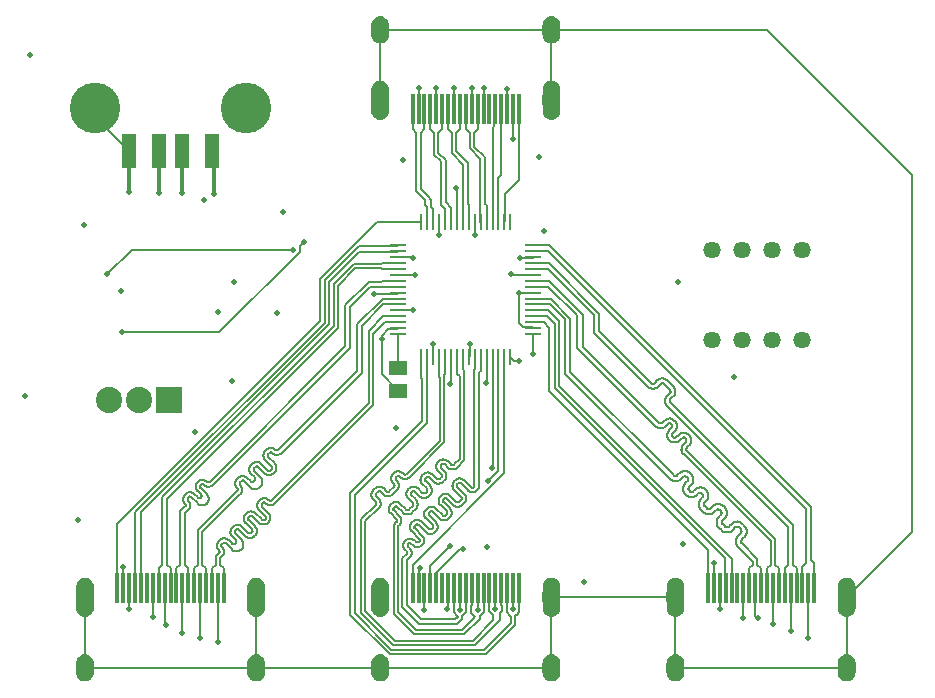
<source format=gbr>
G04 EAGLE Gerber RS-274X export*
G75*
%MOMM*%
%FSLAX34Y34*%
%LPD*%
%INTop Copper*%
%IPPOS*%
%AMOC8*
5,1,8,0,0,1.08239X$1,22.5*%
G01*
%ADD10R,0.300000X2.600000*%
%ADD11C,1.620000*%
%ADD12R,1.473200X0.279400*%
%ADD13R,0.279400X1.473200*%
%ADD14C,1.463037*%
%ADD15R,2.232000X2.232000*%
%ADD16C,2.232000*%
%ADD17R,1.300000X3.000000*%
%ADD18C,4.284000*%
%ADD19R,1.500000X1.300000*%
%ADD20C,0.191769*%
%ADD21C,0.502400*%
%ADD22C,0.191766*%
%ADD23C,0.304800*%
%ADD24C,0.152400*%

G36*
X473968Y493995D02*
X473968Y493995D01*
X473972Y493999D01*
X473975Y493999D01*
X473977Y493997D01*
X475384Y494424D01*
X475389Y494430D01*
X475393Y494427D01*
X476690Y495121D01*
X476693Y495127D01*
X476698Y495126D01*
X477835Y496059D01*
X477836Y496066D01*
X477841Y496065D01*
X478774Y497202D01*
X478774Y497209D01*
X478779Y497210D01*
X479473Y498507D01*
X479472Y498513D01*
X479475Y498515D01*
X479476Y498516D01*
X479626Y499009D01*
X479641Y499058D01*
X479865Y499797D01*
X479903Y499923D01*
X479901Y499929D01*
X479905Y499932D01*
X480049Y501395D01*
X480047Y501398D01*
X480049Y501400D01*
X480049Y519400D01*
X480047Y519403D01*
X480049Y519405D01*
X479905Y520868D01*
X479900Y520873D01*
X479903Y520877D01*
X479476Y522284D01*
X479470Y522289D01*
X479473Y522293D01*
X478779Y523590D01*
X478773Y523593D01*
X478774Y523598D01*
X477841Y524735D01*
X477834Y524736D01*
X477835Y524741D01*
X476698Y525674D01*
X476691Y525674D01*
X476690Y525679D01*
X475393Y526373D01*
X475386Y526371D01*
X475384Y526376D01*
X473977Y526803D01*
X473971Y526801D01*
X473968Y526805D01*
X472505Y526949D01*
X472501Y526947D01*
X472497Y526947D01*
X472495Y526949D01*
X471032Y526805D01*
X471027Y526800D01*
X471023Y526803D01*
X469616Y526376D01*
X469611Y526370D01*
X469607Y526373D01*
X468310Y525679D01*
X468307Y525673D01*
X468302Y525674D01*
X467165Y524741D01*
X467164Y524734D01*
X467159Y524735D01*
X466226Y523598D01*
X466226Y523591D01*
X466221Y523590D01*
X465527Y522293D01*
X465529Y522286D01*
X465524Y522284D01*
X465433Y521986D01*
X465418Y521937D01*
X465194Y521198D01*
X465097Y520877D01*
X465100Y520871D01*
X465095Y520868D01*
X464951Y519405D01*
X464953Y519402D01*
X464951Y519400D01*
X464951Y501400D01*
X464953Y501397D01*
X464951Y501395D01*
X465095Y499932D01*
X465100Y499927D01*
X465097Y499923D01*
X465524Y498516D01*
X465530Y498511D01*
X465527Y498507D01*
X466221Y497210D01*
X466227Y497207D01*
X466226Y497202D01*
X467159Y496065D01*
X467166Y496064D01*
X467165Y496059D01*
X468302Y495126D01*
X468309Y495126D01*
X468310Y495121D01*
X469607Y494427D01*
X469614Y494429D01*
X469616Y494424D01*
X471023Y493997D01*
X471027Y493999D01*
X471030Y493999D01*
X471032Y493995D01*
X472495Y493851D01*
X472501Y493855D01*
X472505Y493851D01*
X473968Y493995D01*
G37*
G36*
X328968Y493995D02*
X328968Y493995D01*
X328972Y493999D01*
X328975Y493999D01*
X328977Y493997D01*
X330384Y494424D01*
X330389Y494430D01*
X330393Y494427D01*
X331690Y495121D01*
X331693Y495127D01*
X331698Y495126D01*
X332835Y496059D01*
X332836Y496066D01*
X332841Y496065D01*
X333774Y497202D01*
X333774Y497209D01*
X333779Y497210D01*
X334473Y498507D01*
X334472Y498513D01*
X334475Y498515D01*
X334476Y498516D01*
X334626Y499009D01*
X334641Y499058D01*
X334865Y499797D01*
X334903Y499923D01*
X334901Y499929D01*
X334905Y499932D01*
X335049Y501395D01*
X335047Y501398D01*
X335049Y501400D01*
X335049Y519400D01*
X335047Y519403D01*
X335049Y519405D01*
X334905Y520868D01*
X334900Y520873D01*
X334903Y520877D01*
X334476Y522284D01*
X334470Y522289D01*
X334473Y522293D01*
X333779Y523590D01*
X333773Y523593D01*
X333774Y523598D01*
X332841Y524735D01*
X332834Y524736D01*
X332835Y524741D01*
X331698Y525674D01*
X331691Y525674D01*
X331690Y525679D01*
X330393Y526373D01*
X330386Y526371D01*
X330384Y526376D01*
X328977Y526803D01*
X328971Y526801D01*
X328968Y526805D01*
X327505Y526949D01*
X327501Y526947D01*
X327497Y526947D01*
X327495Y526949D01*
X326032Y526805D01*
X326027Y526800D01*
X326023Y526803D01*
X324616Y526376D01*
X324611Y526370D01*
X324607Y526373D01*
X323310Y525679D01*
X323307Y525673D01*
X323302Y525674D01*
X322165Y524741D01*
X322164Y524734D01*
X322159Y524735D01*
X321226Y523598D01*
X321226Y523591D01*
X321221Y523590D01*
X320527Y522293D01*
X320529Y522286D01*
X320524Y522284D01*
X320433Y521986D01*
X320418Y521937D01*
X320194Y521198D01*
X320097Y520877D01*
X320100Y520871D01*
X320095Y520868D01*
X319951Y519405D01*
X319953Y519402D01*
X319951Y519400D01*
X319951Y501400D01*
X319953Y501397D01*
X319951Y501395D01*
X320095Y499932D01*
X320100Y499927D01*
X320097Y499923D01*
X320524Y498516D01*
X320530Y498511D01*
X320527Y498507D01*
X321221Y497210D01*
X321227Y497207D01*
X321226Y497202D01*
X322159Y496065D01*
X322166Y496064D01*
X322165Y496059D01*
X323302Y495126D01*
X323309Y495126D01*
X323310Y495121D01*
X324607Y494427D01*
X324614Y494429D01*
X324616Y494424D01*
X326023Y493997D01*
X326027Y493999D01*
X326030Y493999D01*
X326032Y493995D01*
X327495Y493851D01*
X327501Y493855D01*
X327505Y493851D01*
X328968Y493995D01*
G37*
G36*
X78968Y73195D02*
X78968Y73195D01*
X78972Y73199D01*
X78975Y73199D01*
X78977Y73197D01*
X80384Y73624D01*
X80389Y73630D01*
X80393Y73627D01*
X81690Y74321D01*
X81693Y74327D01*
X81698Y74326D01*
X82835Y75259D01*
X82836Y75266D01*
X82841Y75265D01*
X83774Y76402D01*
X83774Y76409D01*
X83779Y76410D01*
X84473Y77707D01*
X84472Y77713D01*
X84475Y77715D01*
X84476Y77716D01*
X84626Y78209D01*
X84641Y78258D01*
X84865Y78997D01*
X84903Y79123D01*
X84901Y79129D01*
X84905Y79132D01*
X85049Y80595D01*
X85047Y80598D01*
X85049Y80600D01*
X85049Y98600D01*
X85047Y98603D01*
X85049Y98605D01*
X84905Y100068D01*
X84900Y100073D01*
X84903Y100077D01*
X84476Y101484D01*
X84470Y101489D01*
X84473Y101493D01*
X83779Y102790D01*
X83773Y102793D01*
X83774Y102798D01*
X82841Y103935D01*
X82834Y103936D01*
X82835Y103941D01*
X81698Y104874D01*
X81691Y104874D01*
X81690Y104879D01*
X80393Y105573D01*
X80386Y105571D01*
X80384Y105576D01*
X78977Y106003D01*
X78971Y106001D01*
X78968Y106005D01*
X77505Y106149D01*
X77501Y106147D01*
X77497Y106147D01*
X77495Y106149D01*
X76032Y106005D01*
X76027Y106000D01*
X76023Y106003D01*
X74616Y105576D01*
X74611Y105570D01*
X74607Y105573D01*
X73310Y104879D01*
X73307Y104873D01*
X73302Y104874D01*
X72165Y103941D01*
X72164Y103934D01*
X72159Y103935D01*
X71226Y102798D01*
X71226Y102791D01*
X71221Y102790D01*
X70527Y101493D01*
X70529Y101486D01*
X70524Y101484D01*
X70433Y101186D01*
X70418Y101137D01*
X70194Y100398D01*
X70097Y100077D01*
X70100Y100071D01*
X70095Y100068D01*
X69951Y98605D01*
X69953Y98602D01*
X69951Y98600D01*
X69951Y80600D01*
X69953Y80597D01*
X69951Y80595D01*
X70095Y79132D01*
X70100Y79127D01*
X70097Y79123D01*
X70524Y77716D01*
X70530Y77711D01*
X70527Y77707D01*
X71221Y76410D01*
X71227Y76407D01*
X71226Y76402D01*
X72159Y75265D01*
X72166Y75264D01*
X72165Y75259D01*
X73302Y74326D01*
X73309Y74326D01*
X73310Y74321D01*
X74607Y73627D01*
X74614Y73629D01*
X74616Y73624D01*
X76023Y73197D01*
X76027Y73199D01*
X76030Y73199D01*
X76032Y73195D01*
X77495Y73051D01*
X77501Y73055D01*
X77505Y73051D01*
X78968Y73195D01*
G37*
G36*
X223968Y73195D02*
X223968Y73195D01*
X223972Y73199D01*
X223975Y73199D01*
X223977Y73197D01*
X225384Y73624D01*
X225389Y73630D01*
X225393Y73627D01*
X226690Y74321D01*
X226693Y74327D01*
X226698Y74326D01*
X227835Y75259D01*
X227836Y75266D01*
X227841Y75265D01*
X228774Y76402D01*
X228774Y76409D01*
X228779Y76410D01*
X229473Y77707D01*
X229472Y77713D01*
X229475Y77715D01*
X229476Y77716D01*
X229626Y78209D01*
X229641Y78258D01*
X229865Y78997D01*
X229903Y79123D01*
X229901Y79129D01*
X229905Y79132D01*
X230049Y80595D01*
X230047Y80598D01*
X230049Y80600D01*
X230049Y98600D01*
X230047Y98603D01*
X230049Y98605D01*
X229905Y100068D01*
X229900Y100073D01*
X229903Y100077D01*
X229476Y101484D01*
X229470Y101489D01*
X229473Y101493D01*
X228779Y102790D01*
X228773Y102793D01*
X228774Y102798D01*
X227841Y103935D01*
X227834Y103936D01*
X227835Y103941D01*
X226698Y104874D01*
X226691Y104874D01*
X226690Y104879D01*
X225393Y105573D01*
X225386Y105571D01*
X225384Y105576D01*
X223977Y106003D01*
X223971Y106001D01*
X223968Y106005D01*
X222505Y106149D01*
X222501Y106147D01*
X222497Y106147D01*
X222495Y106149D01*
X221032Y106005D01*
X221027Y106000D01*
X221023Y106003D01*
X219616Y105576D01*
X219611Y105570D01*
X219607Y105573D01*
X218310Y104879D01*
X218307Y104873D01*
X218302Y104874D01*
X217165Y103941D01*
X217164Y103934D01*
X217159Y103935D01*
X216226Y102798D01*
X216226Y102791D01*
X216221Y102790D01*
X215527Y101493D01*
X215529Y101486D01*
X215524Y101484D01*
X215433Y101186D01*
X215418Y101137D01*
X215194Y100398D01*
X215097Y100077D01*
X215100Y100071D01*
X215095Y100068D01*
X214951Y98605D01*
X214953Y98602D01*
X214951Y98600D01*
X214951Y80600D01*
X214953Y80597D01*
X214951Y80595D01*
X215095Y79132D01*
X215100Y79127D01*
X215097Y79123D01*
X215524Y77716D01*
X215530Y77711D01*
X215527Y77707D01*
X216221Y76410D01*
X216227Y76407D01*
X216226Y76402D01*
X217159Y75265D01*
X217166Y75264D01*
X217165Y75259D01*
X218302Y74326D01*
X218309Y74326D01*
X218310Y74321D01*
X219607Y73627D01*
X219614Y73629D01*
X219616Y73624D01*
X221023Y73197D01*
X221027Y73199D01*
X221030Y73199D01*
X221032Y73195D01*
X222495Y73051D01*
X222501Y73055D01*
X222505Y73051D01*
X223968Y73195D01*
G37*
G36*
X578968Y73195D02*
X578968Y73195D01*
X578972Y73199D01*
X578975Y73199D01*
X578977Y73197D01*
X580384Y73624D01*
X580389Y73630D01*
X580393Y73627D01*
X581690Y74321D01*
X581693Y74327D01*
X581698Y74326D01*
X582835Y75259D01*
X582836Y75266D01*
X582841Y75265D01*
X583774Y76402D01*
X583774Y76409D01*
X583779Y76410D01*
X584473Y77707D01*
X584472Y77713D01*
X584475Y77715D01*
X584476Y77716D01*
X584626Y78209D01*
X584641Y78258D01*
X584865Y78997D01*
X584903Y79123D01*
X584901Y79129D01*
X584905Y79132D01*
X585049Y80595D01*
X585047Y80598D01*
X585049Y80600D01*
X585049Y98600D01*
X585047Y98603D01*
X585049Y98605D01*
X584905Y100068D01*
X584900Y100073D01*
X584903Y100077D01*
X584476Y101484D01*
X584470Y101489D01*
X584473Y101493D01*
X583779Y102790D01*
X583773Y102793D01*
X583774Y102798D01*
X582841Y103935D01*
X582834Y103936D01*
X582835Y103941D01*
X581698Y104874D01*
X581691Y104874D01*
X581690Y104879D01*
X580393Y105573D01*
X580386Y105571D01*
X580384Y105576D01*
X578977Y106003D01*
X578971Y106001D01*
X578968Y106005D01*
X577505Y106149D01*
X577501Y106147D01*
X577497Y106147D01*
X577495Y106149D01*
X576032Y106005D01*
X576027Y106000D01*
X576023Y106003D01*
X574616Y105576D01*
X574611Y105570D01*
X574607Y105573D01*
X573310Y104879D01*
X573307Y104873D01*
X573302Y104874D01*
X572165Y103941D01*
X572164Y103934D01*
X572159Y103935D01*
X571226Y102798D01*
X571226Y102791D01*
X571221Y102790D01*
X570527Y101493D01*
X570529Y101486D01*
X570524Y101484D01*
X570433Y101186D01*
X570418Y101137D01*
X570194Y100398D01*
X570097Y100077D01*
X570100Y100071D01*
X570095Y100068D01*
X569951Y98605D01*
X569953Y98602D01*
X569951Y98600D01*
X569951Y80600D01*
X569953Y80597D01*
X569951Y80595D01*
X570095Y79132D01*
X570100Y79127D01*
X570097Y79123D01*
X570524Y77716D01*
X570530Y77711D01*
X570527Y77707D01*
X571221Y76410D01*
X571227Y76407D01*
X571226Y76402D01*
X572159Y75265D01*
X572166Y75264D01*
X572165Y75259D01*
X573302Y74326D01*
X573309Y74326D01*
X573310Y74321D01*
X574607Y73627D01*
X574614Y73629D01*
X574616Y73624D01*
X576023Y73197D01*
X576027Y73199D01*
X576030Y73199D01*
X576032Y73195D01*
X577495Y73051D01*
X577501Y73055D01*
X577505Y73051D01*
X578968Y73195D01*
G37*
G36*
X473968Y73195D02*
X473968Y73195D01*
X473972Y73199D01*
X473975Y73199D01*
X473977Y73197D01*
X475384Y73624D01*
X475389Y73630D01*
X475393Y73627D01*
X476690Y74321D01*
X476693Y74327D01*
X476698Y74326D01*
X477835Y75259D01*
X477836Y75266D01*
X477841Y75265D01*
X478774Y76402D01*
X478774Y76409D01*
X478779Y76410D01*
X479473Y77707D01*
X479472Y77713D01*
X479475Y77715D01*
X479476Y77716D01*
X479626Y78209D01*
X479641Y78258D01*
X479865Y78997D01*
X479903Y79123D01*
X479901Y79129D01*
X479905Y79132D01*
X480049Y80595D01*
X480047Y80598D01*
X480049Y80600D01*
X480049Y98600D01*
X480047Y98603D01*
X480049Y98605D01*
X479905Y100068D01*
X479900Y100073D01*
X479903Y100077D01*
X479476Y101484D01*
X479470Y101489D01*
X479473Y101493D01*
X478779Y102790D01*
X478773Y102793D01*
X478774Y102798D01*
X477841Y103935D01*
X477834Y103936D01*
X477835Y103941D01*
X476698Y104874D01*
X476691Y104874D01*
X476690Y104879D01*
X475393Y105573D01*
X475386Y105571D01*
X475384Y105576D01*
X473977Y106003D01*
X473971Y106001D01*
X473968Y106005D01*
X472505Y106149D01*
X472501Y106147D01*
X472497Y106147D01*
X472495Y106149D01*
X471032Y106005D01*
X471027Y106000D01*
X471023Y106003D01*
X469616Y105576D01*
X469611Y105570D01*
X469607Y105573D01*
X468310Y104879D01*
X468307Y104873D01*
X468302Y104874D01*
X467165Y103941D01*
X467164Y103934D01*
X467159Y103935D01*
X466226Y102798D01*
X466226Y102791D01*
X466221Y102790D01*
X465527Y101493D01*
X465529Y101486D01*
X465524Y101484D01*
X465433Y101186D01*
X465418Y101137D01*
X465194Y100398D01*
X465097Y100077D01*
X465100Y100071D01*
X465095Y100068D01*
X464951Y98605D01*
X464953Y98602D01*
X464951Y98600D01*
X464951Y80600D01*
X464953Y80597D01*
X464951Y80595D01*
X465095Y79132D01*
X465100Y79127D01*
X465097Y79123D01*
X465524Y77716D01*
X465530Y77711D01*
X465527Y77707D01*
X466221Y76410D01*
X466227Y76407D01*
X466226Y76402D01*
X467159Y75265D01*
X467166Y75264D01*
X467165Y75259D01*
X468302Y74326D01*
X468309Y74326D01*
X468310Y74321D01*
X469607Y73627D01*
X469614Y73629D01*
X469616Y73624D01*
X471023Y73197D01*
X471027Y73199D01*
X471030Y73199D01*
X471032Y73195D01*
X472495Y73051D01*
X472501Y73055D01*
X472505Y73051D01*
X473968Y73195D01*
G37*
G36*
X328968Y73195D02*
X328968Y73195D01*
X328972Y73199D01*
X328975Y73199D01*
X328977Y73197D01*
X330384Y73624D01*
X330389Y73630D01*
X330393Y73627D01*
X331690Y74321D01*
X331693Y74327D01*
X331698Y74326D01*
X332835Y75259D01*
X332836Y75266D01*
X332841Y75265D01*
X333774Y76402D01*
X333774Y76409D01*
X333779Y76410D01*
X334473Y77707D01*
X334472Y77713D01*
X334475Y77715D01*
X334476Y77716D01*
X334626Y78209D01*
X334641Y78258D01*
X334865Y78997D01*
X334903Y79123D01*
X334901Y79129D01*
X334905Y79132D01*
X335049Y80595D01*
X335047Y80598D01*
X335049Y80600D01*
X335049Y98600D01*
X335047Y98603D01*
X335049Y98605D01*
X334905Y100068D01*
X334900Y100073D01*
X334903Y100077D01*
X334476Y101484D01*
X334470Y101489D01*
X334473Y101493D01*
X333779Y102790D01*
X333773Y102793D01*
X333774Y102798D01*
X332841Y103935D01*
X332834Y103936D01*
X332835Y103941D01*
X331698Y104874D01*
X331691Y104874D01*
X331690Y104879D01*
X330393Y105573D01*
X330386Y105571D01*
X330384Y105576D01*
X328977Y106003D01*
X328971Y106001D01*
X328968Y106005D01*
X327505Y106149D01*
X327501Y106147D01*
X327497Y106147D01*
X327495Y106149D01*
X326032Y106005D01*
X326027Y106000D01*
X326023Y106003D01*
X324616Y105576D01*
X324611Y105570D01*
X324607Y105573D01*
X323310Y104879D01*
X323307Y104873D01*
X323302Y104874D01*
X322165Y103941D01*
X322164Y103934D01*
X322159Y103935D01*
X321226Y102798D01*
X321226Y102791D01*
X321221Y102790D01*
X320527Y101493D01*
X320529Y101486D01*
X320524Y101484D01*
X320433Y101186D01*
X320418Y101137D01*
X320194Y100398D01*
X320097Y100077D01*
X320100Y100071D01*
X320095Y100068D01*
X319951Y98605D01*
X319953Y98602D01*
X319951Y98600D01*
X319951Y80600D01*
X319953Y80597D01*
X319951Y80595D01*
X320095Y79132D01*
X320100Y79127D01*
X320097Y79123D01*
X320524Y77716D01*
X320530Y77711D01*
X320527Y77707D01*
X321221Y76410D01*
X321227Y76407D01*
X321226Y76402D01*
X322159Y75265D01*
X322166Y75264D01*
X322165Y75259D01*
X323302Y74326D01*
X323309Y74326D01*
X323310Y74321D01*
X324607Y73627D01*
X324614Y73629D01*
X324616Y73624D01*
X326023Y73197D01*
X326027Y73199D01*
X326030Y73199D01*
X326032Y73195D01*
X327495Y73051D01*
X327501Y73055D01*
X327505Y73051D01*
X328968Y73195D01*
G37*
G36*
X723968Y73195D02*
X723968Y73195D01*
X723972Y73199D01*
X723975Y73199D01*
X723977Y73197D01*
X725384Y73624D01*
X725389Y73630D01*
X725393Y73627D01*
X726690Y74321D01*
X726693Y74327D01*
X726698Y74326D01*
X727835Y75259D01*
X727836Y75266D01*
X727841Y75265D01*
X728774Y76402D01*
X728774Y76409D01*
X728779Y76410D01*
X729473Y77707D01*
X729472Y77713D01*
X729475Y77715D01*
X729476Y77716D01*
X729626Y78209D01*
X729641Y78258D01*
X729865Y78997D01*
X729903Y79123D01*
X729901Y79129D01*
X729905Y79132D01*
X730049Y80595D01*
X730047Y80598D01*
X730049Y80600D01*
X730049Y98600D01*
X730047Y98603D01*
X730049Y98605D01*
X729905Y100068D01*
X729900Y100073D01*
X729903Y100077D01*
X729476Y101484D01*
X729470Y101489D01*
X729473Y101493D01*
X728779Y102790D01*
X728773Y102793D01*
X728774Y102798D01*
X727841Y103935D01*
X727834Y103936D01*
X727835Y103941D01*
X726698Y104874D01*
X726691Y104874D01*
X726690Y104879D01*
X725393Y105573D01*
X725386Y105571D01*
X725384Y105576D01*
X723977Y106003D01*
X723971Y106001D01*
X723968Y106005D01*
X722505Y106149D01*
X722501Y106147D01*
X722497Y106147D01*
X722495Y106149D01*
X721032Y106005D01*
X721027Y106000D01*
X721023Y106003D01*
X719616Y105576D01*
X719611Y105570D01*
X719607Y105573D01*
X718310Y104879D01*
X718307Y104873D01*
X718302Y104874D01*
X717165Y103941D01*
X717164Y103934D01*
X717159Y103935D01*
X716226Y102798D01*
X716226Y102791D01*
X716221Y102790D01*
X715527Y101493D01*
X715529Y101486D01*
X715524Y101484D01*
X715433Y101186D01*
X715418Y101137D01*
X715194Y100398D01*
X715097Y100077D01*
X715100Y100071D01*
X715095Y100068D01*
X714951Y98605D01*
X714953Y98602D01*
X714951Y98600D01*
X714951Y80600D01*
X714953Y80597D01*
X714951Y80595D01*
X715095Y79132D01*
X715100Y79127D01*
X715097Y79123D01*
X715524Y77716D01*
X715530Y77711D01*
X715527Y77707D01*
X716221Y76410D01*
X716227Y76407D01*
X716226Y76402D01*
X717159Y75265D01*
X717166Y75264D01*
X717165Y75259D01*
X718302Y74326D01*
X718309Y74326D01*
X718310Y74321D01*
X719607Y73627D01*
X719614Y73629D01*
X719616Y73624D01*
X721023Y73197D01*
X721027Y73199D01*
X721030Y73199D01*
X721032Y73195D01*
X722495Y73051D01*
X722501Y73055D01*
X722505Y73051D01*
X723968Y73195D01*
G37*
G36*
X473968Y558595D02*
X473968Y558595D01*
X473972Y558599D01*
X473975Y558599D01*
X473977Y558597D01*
X475384Y559024D01*
X475389Y559030D01*
X475393Y559027D01*
X476690Y559721D01*
X476693Y559727D01*
X476698Y559726D01*
X477835Y560659D01*
X477836Y560666D01*
X477841Y560665D01*
X478774Y561802D01*
X478774Y561809D01*
X478779Y561810D01*
X479473Y563107D01*
X479472Y563113D01*
X479475Y563115D01*
X479476Y563116D01*
X479626Y563609D01*
X479641Y563658D01*
X479865Y564397D01*
X479903Y564523D01*
X479901Y564529D01*
X479905Y564532D01*
X480049Y565995D01*
X480047Y565998D01*
X480049Y566000D01*
X480049Y574000D01*
X480047Y574003D01*
X480049Y574005D01*
X479905Y575468D01*
X479900Y575473D01*
X479903Y575477D01*
X479476Y576884D01*
X479470Y576889D01*
X479473Y576893D01*
X478779Y578190D01*
X478773Y578193D01*
X478774Y578198D01*
X477841Y579335D01*
X477834Y579336D01*
X477835Y579341D01*
X476698Y580274D01*
X476691Y580274D01*
X476690Y580279D01*
X475393Y580973D01*
X475386Y580971D01*
X475384Y580976D01*
X473977Y581403D01*
X473973Y581401D01*
X473970Y581401D01*
X473968Y581405D01*
X472505Y581549D01*
X472503Y581548D01*
X472503Y581549D01*
X472497Y581549D01*
X472496Y581548D01*
X472495Y581549D01*
X471032Y581405D01*
X471028Y581401D01*
X471025Y581401D01*
X471023Y581403D01*
X469616Y580976D01*
X469611Y580970D01*
X469607Y580973D01*
X468310Y580279D01*
X468307Y580273D01*
X468302Y580274D01*
X467165Y579341D01*
X467164Y579334D01*
X467159Y579335D01*
X466226Y578198D01*
X466226Y578191D01*
X466221Y578190D01*
X465527Y576893D01*
X465528Y576887D01*
X465526Y576885D01*
X465524Y576884D01*
X465464Y576687D01*
X465240Y575948D01*
X465225Y575899D01*
X465097Y575477D01*
X465100Y575471D01*
X465095Y575468D01*
X464951Y574005D01*
X464953Y574002D01*
X464951Y574000D01*
X464951Y566000D01*
X464953Y565997D01*
X464951Y565995D01*
X465095Y564532D01*
X465100Y564527D01*
X465097Y564523D01*
X465524Y563116D01*
X465530Y563111D01*
X465527Y563107D01*
X466221Y561810D01*
X466227Y561807D01*
X466226Y561802D01*
X467159Y560665D01*
X467166Y560664D01*
X467165Y560659D01*
X468302Y559726D01*
X468309Y559726D01*
X468310Y559721D01*
X469607Y559027D01*
X469614Y559029D01*
X469616Y559024D01*
X471023Y558597D01*
X471027Y558599D01*
X471030Y558599D01*
X471032Y558595D01*
X472495Y558451D01*
X472501Y558455D01*
X472505Y558451D01*
X473968Y558595D01*
G37*
G36*
X328968Y558595D02*
X328968Y558595D01*
X328972Y558599D01*
X328975Y558599D01*
X328977Y558597D01*
X330384Y559024D01*
X330389Y559030D01*
X330393Y559027D01*
X331690Y559721D01*
X331693Y559727D01*
X331698Y559726D01*
X332835Y560659D01*
X332836Y560666D01*
X332841Y560665D01*
X333774Y561802D01*
X333774Y561809D01*
X333779Y561810D01*
X334473Y563107D01*
X334472Y563113D01*
X334475Y563115D01*
X334476Y563116D01*
X334626Y563609D01*
X334641Y563658D01*
X334865Y564397D01*
X334903Y564523D01*
X334901Y564529D01*
X334905Y564532D01*
X335049Y565995D01*
X335047Y565998D01*
X335049Y566000D01*
X335049Y574000D01*
X335047Y574003D01*
X335049Y574005D01*
X334905Y575468D01*
X334900Y575473D01*
X334903Y575477D01*
X334476Y576884D01*
X334470Y576889D01*
X334473Y576893D01*
X333779Y578190D01*
X333773Y578193D01*
X333774Y578198D01*
X332841Y579335D01*
X332834Y579336D01*
X332835Y579341D01*
X331698Y580274D01*
X331691Y580274D01*
X331690Y580279D01*
X330393Y580973D01*
X330386Y580971D01*
X330384Y580976D01*
X328977Y581403D01*
X328973Y581401D01*
X328970Y581401D01*
X328968Y581405D01*
X327505Y581549D01*
X327503Y581548D01*
X327503Y581549D01*
X327497Y581549D01*
X327496Y581548D01*
X327495Y581549D01*
X326032Y581405D01*
X326028Y581401D01*
X326025Y581401D01*
X326023Y581403D01*
X324616Y580976D01*
X324611Y580970D01*
X324607Y580973D01*
X323310Y580279D01*
X323307Y580273D01*
X323302Y580274D01*
X322165Y579341D01*
X322164Y579334D01*
X322159Y579335D01*
X321226Y578198D01*
X321226Y578191D01*
X321221Y578190D01*
X320527Y576893D01*
X320528Y576887D01*
X320526Y576885D01*
X320524Y576884D01*
X320464Y576687D01*
X320240Y575948D01*
X320225Y575899D01*
X320097Y575477D01*
X320100Y575471D01*
X320095Y575468D01*
X319951Y574005D01*
X319953Y574002D01*
X319951Y574000D01*
X319951Y566000D01*
X319953Y565997D01*
X319951Y565995D01*
X320095Y564532D01*
X320100Y564527D01*
X320097Y564523D01*
X320524Y563116D01*
X320530Y563111D01*
X320527Y563107D01*
X321221Y561810D01*
X321227Y561807D01*
X321226Y561802D01*
X322159Y560665D01*
X322166Y560664D01*
X322165Y560659D01*
X323302Y559726D01*
X323309Y559726D01*
X323310Y559721D01*
X324607Y559027D01*
X324614Y559029D01*
X324616Y559024D01*
X326023Y558597D01*
X326027Y558599D01*
X326030Y558599D01*
X326032Y558595D01*
X327495Y558451D01*
X327501Y558455D01*
X327505Y558451D01*
X328968Y558595D01*
G37*
G36*
X223968Y18595D02*
X223968Y18595D01*
X223972Y18599D01*
X223975Y18599D01*
X223977Y18597D01*
X225384Y19024D01*
X225389Y19030D01*
X225393Y19027D01*
X226690Y19721D01*
X226693Y19727D01*
X226698Y19726D01*
X227835Y20659D01*
X227836Y20666D01*
X227841Y20665D01*
X228774Y21802D01*
X228774Y21809D01*
X228779Y21810D01*
X229473Y23107D01*
X229472Y23113D01*
X229475Y23115D01*
X229476Y23116D01*
X229626Y23609D01*
X229641Y23658D01*
X229865Y24397D01*
X229903Y24523D01*
X229901Y24529D01*
X229905Y24532D01*
X230049Y25995D01*
X230047Y25998D01*
X230049Y26000D01*
X230049Y34000D01*
X230047Y34003D01*
X230049Y34005D01*
X229905Y35468D01*
X229900Y35473D01*
X229903Y35477D01*
X229476Y36884D01*
X229470Y36889D01*
X229473Y36893D01*
X228779Y38190D01*
X228773Y38193D01*
X228774Y38198D01*
X227841Y39335D01*
X227834Y39336D01*
X227835Y39341D01*
X226698Y40274D01*
X226691Y40274D01*
X226690Y40279D01*
X225393Y40973D01*
X225386Y40971D01*
X225384Y40976D01*
X223977Y41403D01*
X223973Y41401D01*
X223970Y41401D01*
X223968Y41405D01*
X222505Y41549D01*
X222503Y41548D01*
X222503Y41549D01*
X222497Y41549D01*
X222496Y41548D01*
X222495Y41549D01*
X221032Y41405D01*
X221028Y41401D01*
X221025Y41401D01*
X221023Y41403D01*
X219616Y40976D01*
X219611Y40970D01*
X219607Y40973D01*
X218310Y40279D01*
X218307Y40273D01*
X218302Y40274D01*
X217165Y39341D01*
X217164Y39334D01*
X217159Y39335D01*
X216226Y38198D01*
X216226Y38191D01*
X216221Y38190D01*
X215527Y36893D01*
X215528Y36887D01*
X215526Y36885D01*
X215524Y36884D01*
X215464Y36687D01*
X215240Y35948D01*
X215225Y35899D01*
X215097Y35477D01*
X215100Y35471D01*
X215095Y35468D01*
X214951Y34005D01*
X214953Y34002D01*
X214951Y34000D01*
X214951Y26000D01*
X214953Y25997D01*
X214951Y25995D01*
X215095Y24532D01*
X215100Y24527D01*
X215097Y24523D01*
X215524Y23116D01*
X215530Y23111D01*
X215527Y23107D01*
X216221Y21810D01*
X216227Y21807D01*
X216226Y21802D01*
X217159Y20665D01*
X217166Y20664D01*
X217165Y20659D01*
X218302Y19726D01*
X218309Y19726D01*
X218310Y19721D01*
X219607Y19027D01*
X219614Y19029D01*
X219616Y19024D01*
X221023Y18597D01*
X221027Y18599D01*
X221030Y18599D01*
X221032Y18595D01*
X222495Y18451D01*
X222501Y18455D01*
X222505Y18451D01*
X223968Y18595D01*
G37*
G36*
X473968Y18595D02*
X473968Y18595D01*
X473972Y18599D01*
X473975Y18599D01*
X473977Y18597D01*
X475384Y19024D01*
X475389Y19030D01*
X475393Y19027D01*
X476690Y19721D01*
X476693Y19727D01*
X476698Y19726D01*
X477835Y20659D01*
X477836Y20666D01*
X477841Y20665D01*
X478774Y21802D01*
X478774Y21809D01*
X478779Y21810D01*
X479473Y23107D01*
X479472Y23113D01*
X479475Y23115D01*
X479476Y23116D01*
X479626Y23609D01*
X479641Y23658D01*
X479865Y24397D01*
X479903Y24523D01*
X479901Y24529D01*
X479905Y24532D01*
X480049Y25995D01*
X480047Y25998D01*
X480049Y26000D01*
X480049Y34000D01*
X480047Y34003D01*
X480049Y34005D01*
X479905Y35468D01*
X479900Y35473D01*
X479903Y35477D01*
X479476Y36884D01*
X479470Y36889D01*
X479473Y36893D01*
X478779Y38190D01*
X478773Y38193D01*
X478774Y38198D01*
X477841Y39335D01*
X477834Y39336D01*
X477835Y39341D01*
X476698Y40274D01*
X476691Y40274D01*
X476690Y40279D01*
X475393Y40973D01*
X475386Y40971D01*
X475384Y40976D01*
X473977Y41403D01*
X473973Y41401D01*
X473970Y41401D01*
X473968Y41405D01*
X472505Y41549D01*
X472503Y41548D01*
X472503Y41549D01*
X472497Y41549D01*
X472496Y41548D01*
X472495Y41549D01*
X471032Y41405D01*
X471028Y41401D01*
X471025Y41401D01*
X471023Y41403D01*
X469616Y40976D01*
X469611Y40970D01*
X469607Y40973D01*
X468310Y40279D01*
X468307Y40273D01*
X468302Y40274D01*
X467165Y39341D01*
X467164Y39334D01*
X467159Y39335D01*
X466226Y38198D01*
X466226Y38191D01*
X466221Y38190D01*
X465527Y36893D01*
X465528Y36887D01*
X465526Y36885D01*
X465524Y36884D01*
X465464Y36687D01*
X465240Y35948D01*
X465225Y35899D01*
X465097Y35477D01*
X465100Y35471D01*
X465095Y35468D01*
X464951Y34005D01*
X464953Y34002D01*
X464951Y34000D01*
X464951Y26000D01*
X464953Y25997D01*
X464951Y25995D01*
X465095Y24532D01*
X465100Y24527D01*
X465097Y24523D01*
X465524Y23116D01*
X465530Y23111D01*
X465527Y23107D01*
X466221Y21810D01*
X466227Y21807D01*
X466226Y21802D01*
X467159Y20665D01*
X467166Y20664D01*
X467165Y20659D01*
X468302Y19726D01*
X468309Y19726D01*
X468310Y19721D01*
X469607Y19027D01*
X469614Y19029D01*
X469616Y19024D01*
X471023Y18597D01*
X471027Y18599D01*
X471030Y18599D01*
X471032Y18595D01*
X472495Y18451D01*
X472501Y18455D01*
X472505Y18451D01*
X473968Y18595D01*
G37*
G36*
X578968Y18595D02*
X578968Y18595D01*
X578972Y18599D01*
X578975Y18599D01*
X578977Y18597D01*
X580384Y19024D01*
X580389Y19030D01*
X580393Y19027D01*
X581690Y19721D01*
X581693Y19727D01*
X581698Y19726D01*
X582835Y20659D01*
X582836Y20666D01*
X582841Y20665D01*
X583774Y21802D01*
X583774Y21809D01*
X583779Y21810D01*
X584473Y23107D01*
X584472Y23113D01*
X584475Y23115D01*
X584476Y23116D01*
X584626Y23609D01*
X584641Y23658D01*
X584865Y24397D01*
X584903Y24523D01*
X584901Y24529D01*
X584905Y24532D01*
X585049Y25995D01*
X585047Y25998D01*
X585049Y26000D01*
X585049Y34000D01*
X585047Y34003D01*
X585049Y34005D01*
X584905Y35468D01*
X584900Y35473D01*
X584903Y35477D01*
X584476Y36884D01*
X584470Y36889D01*
X584473Y36893D01*
X583779Y38190D01*
X583773Y38193D01*
X583774Y38198D01*
X582841Y39335D01*
X582834Y39336D01*
X582835Y39341D01*
X581698Y40274D01*
X581691Y40274D01*
X581690Y40279D01*
X580393Y40973D01*
X580386Y40971D01*
X580384Y40976D01*
X578977Y41403D01*
X578973Y41401D01*
X578970Y41401D01*
X578968Y41405D01*
X577505Y41549D01*
X577503Y41548D01*
X577503Y41549D01*
X577497Y41549D01*
X577496Y41548D01*
X577495Y41549D01*
X576032Y41405D01*
X576028Y41401D01*
X576025Y41401D01*
X576023Y41403D01*
X574616Y40976D01*
X574611Y40970D01*
X574607Y40973D01*
X573310Y40279D01*
X573307Y40273D01*
X573302Y40274D01*
X572165Y39341D01*
X572164Y39334D01*
X572159Y39335D01*
X571226Y38198D01*
X571226Y38191D01*
X571221Y38190D01*
X570527Y36893D01*
X570528Y36887D01*
X570526Y36885D01*
X570524Y36884D01*
X570464Y36687D01*
X570240Y35948D01*
X570225Y35899D01*
X570097Y35477D01*
X570100Y35471D01*
X570095Y35468D01*
X569951Y34005D01*
X569953Y34002D01*
X569951Y34000D01*
X569951Y26000D01*
X569953Y25997D01*
X569951Y25995D01*
X570095Y24532D01*
X570100Y24527D01*
X570097Y24523D01*
X570524Y23116D01*
X570530Y23111D01*
X570527Y23107D01*
X571221Y21810D01*
X571227Y21807D01*
X571226Y21802D01*
X572159Y20665D01*
X572166Y20664D01*
X572165Y20659D01*
X573302Y19726D01*
X573309Y19726D01*
X573310Y19721D01*
X574607Y19027D01*
X574614Y19029D01*
X574616Y19024D01*
X576023Y18597D01*
X576027Y18599D01*
X576030Y18599D01*
X576032Y18595D01*
X577495Y18451D01*
X577501Y18455D01*
X577505Y18451D01*
X578968Y18595D01*
G37*
G36*
X78968Y18595D02*
X78968Y18595D01*
X78972Y18599D01*
X78975Y18599D01*
X78977Y18597D01*
X80384Y19024D01*
X80389Y19030D01*
X80393Y19027D01*
X81690Y19721D01*
X81693Y19727D01*
X81698Y19726D01*
X82835Y20659D01*
X82836Y20666D01*
X82841Y20665D01*
X83774Y21802D01*
X83774Y21809D01*
X83779Y21810D01*
X84473Y23107D01*
X84472Y23113D01*
X84475Y23115D01*
X84476Y23116D01*
X84626Y23609D01*
X84641Y23658D01*
X84865Y24397D01*
X84903Y24523D01*
X84901Y24529D01*
X84905Y24532D01*
X85049Y25995D01*
X85047Y25998D01*
X85049Y26000D01*
X85049Y34000D01*
X85047Y34003D01*
X85049Y34005D01*
X84905Y35468D01*
X84900Y35473D01*
X84903Y35477D01*
X84476Y36884D01*
X84470Y36889D01*
X84473Y36893D01*
X83779Y38190D01*
X83773Y38193D01*
X83774Y38198D01*
X82841Y39335D01*
X82834Y39336D01*
X82835Y39341D01*
X81698Y40274D01*
X81691Y40274D01*
X81690Y40279D01*
X80393Y40973D01*
X80386Y40971D01*
X80384Y40976D01*
X78977Y41403D01*
X78973Y41401D01*
X78970Y41401D01*
X78968Y41405D01*
X77505Y41549D01*
X77503Y41548D01*
X77503Y41549D01*
X77497Y41549D01*
X77496Y41548D01*
X77495Y41549D01*
X76032Y41405D01*
X76028Y41401D01*
X76025Y41401D01*
X76023Y41403D01*
X74616Y40976D01*
X74611Y40970D01*
X74607Y40973D01*
X73310Y40279D01*
X73307Y40273D01*
X73302Y40274D01*
X72165Y39341D01*
X72164Y39334D01*
X72159Y39335D01*
X71226Y38198D01*
X71226Y38191D01*
X71221Y38190D01*
X70527Y36893D01*
X70528Y36887D01*
X70526Y36885D01*
X70524Y36884D01*
X70464Y36687D01*
X70240Y35948D01*
X70225Y35899D01*
X70097Y35477D01*
X70100Y35471D01*
X70095Y35468D01*
X69951Y34005D01*
X69953Y34002D01*
X69951Y34000D01*
X69951Y26000D01*
X69953Y25997D01*
X69951Y25995D01*
X70095Y24532D01*
X70100Y24527D01*
X70097Y24523D01*
X70524Y23116D01*
X70530Y23111D01*
X70527Y23107D01*
X71221Y21810D01*
X71227Y21807D01*
X71226Y21802D01*
X72159Y20665D01*
X72166Y20664D01*
X72165Y20659D01*
X73302Y19726D01*
X73309Y19726D01*
X73310Y19721D01*
X74607Y19027D01*
X74614Y19029D01*
X74616Y19024D01*
X76023Y18597D01*
X76027Y18599D01*
X76030Y18599D01*
X76032Y18595D01*
X77495Y18451D01*
X77501Y18455D01*
X77505Y18451D01*
X78968Y18595D01*
G37*
G36*
X328968Y18595D02*
X328968Y18595D01*
X328972Y18599D01*
X328975Y18599D01*
X328977Y18597D01*
X330384Y19024D01*
X330389Y19030D01*
X330393Y19027D01*
X331690Y19721D01*
X331693Y19727D01*
X331698Y19726D01*
X332835Y20659D01*
X332836Y20666D01*
X332841Y20665D01*
X333774Y21802D01*
X333774Y21809D01*
X333779Y21810D01*
X334473Y23107D01*
X334472Y23113D01*
X334475Y23115D01*
X334476Y23116D01*
X334626Y23609D01*
X334641Y23658D01*
X334865Y24397D01*
X334903Y24523D01*
X334901Y24529D01*
X334905Y24532D01*
X335049Y25995D01*
X335047Y25998D01*
X335049Y26000D01*
X335049Y34000D01*
X335047Y34003D01*
X335049Y34005D01*
X334905Y35468D01*
X334900Y35473D01*
X334903Y35477D01*
X334476Y36884D01*
X334470Y36889D01*
X334473Y36893D01*
X333779Y38190D01*
X333773Y38193D01*
X333774Y38198D01*
X332841Y39335D01*
X332834Y39336D01*
X332835Y39341D01*
X331698Y40274D01*
X331691Y40274D01*
X331690Y40279D01*
X330393Y40973D01*
X330386Y40971D01*
X330384Y40976D01*
X328977Y41403D01*
X328973Y41401D01*
X328970Y41401D01*
X328968Y41405D01*
X327505Y41549D01*
X327503Y41548D01*
X327503Y41549D01*
X327497Y41549D01*
X327496Y41548D01*
X327495Y41549D01*
X326032Y41405D01*
X326028Y41401D01*
X326025Y41401D01*
X326023Y41403D01*
X324616Y40976D01*
X324611Y40970D01*
X324607Y40973D01*
X323310Y40279D01*
X323307Y40273D01*
X323302Y40274D01*
X322165Y39341D01*
X322164Y39334D01*
X322159Y39335D01*
X321226Y38198D01*
X321226Y38191D01*
X321221Y38190D01*
X320527Y36893D01*
X320528Y36887D01*
X320526Y36885D01*
X320524Y36884D01*
X320464Y36687D01*
X320240Y35948D01*
X320225Y35899D01*
X320097Y35477D01*
X320100Y35471D01*
X320095Y35468D01*
X319951Y34005D01*
X319953Y34002D01*
X319951Y34000D01*
X319951Y26000D01*
X319953Y25997D01*
X319951Y25995D01*
X320095Y24532D01*
X320100Y24527D01*
X320097Y24523D01*
X320524Y23116D01*
X320530Y23111D01*
X320527Y23107D01*
X321221Y21810D01*
X321227Y21807D01*
X321226Y21802D01*
X322159Y20665D01*
X322166Y20664D01*
X322165Y20659D01*
X323302Y19726D01*
X323309Y19726D01*
X323310Y19721D01*
X324607Y19027D01*
X324614Y19029D01*
X324616Y19024D01*
X326023Y18597D01*
X326027Y18599D01*
X326030Y18599D01*
X326032Y18595D01*
X327495Y18451D01*
X327501Y18455D01*
X327505Y18451D01*
X328968Y18595D01*
G37*
G36*
X723968Y18595D02*
X723968Y18595D01*
X723972Y18599D01*
X723975Y18599D01*
X723977Y18597D01*
X725384Y19024D01*
X725389Y19030D01*
X725393Y19027D01*
X726690Y19721D01*
X726693Y19727D01*
X726698Y19726D01*
X727835Y20659D01*
X727836Y20666D01*
X727841Y20665D01*
X728774Y21802D01*
X728774Y21809D01*
X728779Y21810D01*
X729473Y23107D01*
X729472Y23113D01*
X729475Y23115D01*
X729476Y23116D01*
X729626Y23609D01*
X729641Y23658D01*
X729865Y24397D01*
X729903Y24523D01*
X729901Y24529D01*
X729905Y24532D01*
X730049Y25995D01*
X730047Y25998D01*
X730049Y26000D01*
X730049Y34000D01*
X730047Y34003D01*
X730049Y34005D01*
X729905Y35468D01*
X729900Y35473D01*
X729903Y35477D01*
X729476Y36884D01*
X729470Y36889D01*
X729473Y36893D01*
X728779Y38190D01*
X728773Y38193D01*
X728774Y38198D01*
X727841Y39335D01*
X727834Y39336D01*
X727835Y39341D01*
X726698Y40274D01*
X726691Y40274D01*
X726690Y40279D01*
X725393Y40973D01*
X725386Y40971D01*
X725384Y40976D01*
X723977Y41403D01*
X723973Y41401D01*
X723970Y41401D01*
X723968Y41405D01*
X722505Y41549D01*
X722503Y41548D01*
X722503Y41549D01*
X722497Y41549D01*
X722496Y41548D01*
X722495Y41549D01*
X721032Y41405D01*
X721028Y41401D01*
X721025Y41401D01*
X721023Y41403D01*
X719616Y40976D01*
X719611Y40970D01*
X719607Y40973D01*
X718310Y40279D01*
X718307Y40273D01*
X718302Y40274D01*
X717165Y39341D01*
X717164Y39334D01*
X717159Y39335D01*
X716226Y38198D01*
X716226Y38191D01*
X716221Y38190D01*
X715527Y36893D01*
X715528Y36887D01*
X715526Y36885D01*
X715524Y36884D01*
X715464Y36687D01*
X715240Y35948D01*
X715225Y35899D01*
X715097Y35477D01*
X715100Y35471D01*
X715095Y35468D01*
X714951Y34005D01*
X714953Y34002D01*
X714951Y34000D01*
X714951Y26000D01*
X714953Y25997D01*
X714951Y25995D01*
X715095Y24532D01*
X715100Y24527D01*
X715097Y24523D01*
X715524Y23116D01*
X715530Y23111D01*
X715527Y23107D01*
X716221Y21810D01*
X716227Y21807D01*
X716226Y21802D01*
X717159Y20665D01*
X717166Y20664D01*
X717165Y20659D01*
X718302Y19726D01*
X718309Y19726D01*
X718310Y19721D01*
X719607Y19027D01*
X719614Y19029D01*
X719616Y19024D01*
X721023Y18597D01*
X721027Y18599D01*
X721030Y18599D01*
X721032Y18595D01*
X722495Y18451D01*
X722501Y18455D01*
X722505Y18451D01*
X723968Y18595D01*
G37*
D10*
X605000Y97200D03*
X695000Y97200D03*
X650000Y97200D03*
X675000Y97200D03*
X625000Y97200D03*
X615000Y97200D03*
X610000Y97200D03*
X620000Y97200D03*
X630000Y97200D03*
X635000Y97200D03*
X640000Y97200D03*
X645000Y97200D03*
X655000Y97200D03*
X660000Y97200D03*
X665000Y97200D03*
X670000Y97200D03*
X680000Y97200D03*
X685000Y97200D03*
X690000Y97200D03*
D11*
X577500Y89600D03*
X577500Y30000D03*
X722500Y89600D03*
X722500Y30000D03*
D10*
X445000Y502800D03*
X355000Y502800D03*
X400000Y502800D03*
X375000Y502800D03*
X425000Y502800D03*
X435000Y502800D03*
X440000Y502800D03*
X430000Y502800D03*
X420000Y502800D03*
X415000Y502800D03*
X410000Y502800D03*
X405000Y502800D03*
X395000Y502800D03*
X390000Y502800D03*
X385000Y502800D03*
X380000Y502800D03*
X370000Y502800D03*
X365000Y502800D03*
X360000Y502800D03*
D11*
X472500Y510400D03*
X472500Y570000D03*
X327500Y510400D03*
X327500Y570000D03*
D10*
X105000Y97200D03*
X195000Y97200D03*
X150000Y97200D03*
X175000Y97200D03*
X125000Y97200D03*
X115000Y97200D03*
X110000Y97200D03*
X120000Y97200D03*
X130000Y97200D03*
X135000Y97200D03*
X140000Y97200D03*
X145000Y97200D03*
X155000Y97200D03*
X160000Y97200D03*
X165000Y97200D03*
X170000Y97200D03*
X180000Y97200D03*
X185000Y97200D03*
X190000Y97200D03*
D11*
X77500Y89600D03*
X77500Y30000D03*
X222500Y89600D03*
X222500Y30000D03*
D10*
X355000Y97200D03*
X445000Y97200D03*
X400000Y97200D03*
X425000Y97200D03*
X375000Y97200D03*
X365000Y97200D03*
X360000Y97200D03*
X370000Y97200D03*
X380000Y97200D03*
X385000Y97200D03*
X390000Y97200D03*
X395000Y97200D03*
X405000Y97200D03*
X410000Y97200D03*
X415000Y97200D03*
X420000Y97200D03*
X430000Y97200D03*
X435000Y97200D03*
X440000Y97200D03*
D11*
X327500Y89600D03*
X327500Y30000D03*
X472500Y89600D03*
X472500Y30000D03*
D12*
X342850Y387592D03*
X342850Y382512D03*
X342850Y377432D03*
X342850Y372606D03*
X342850Y367526D03*
X342850Y362446D03*
X342850Y357620D03*
X342850Y352540D03*
X342850Y347460D03*
X342850Y342380D03*
X342850Y337554D03*
X342850Y332474D03*
X342850Y327394D03*
X342850Y322568D03*
X342850Y317488D03*
X342850Y312408D03*
D13*
X362408Y292850D03*
X367488Y292850D03*
X372568Y292850D03*
X377394Y292850D03*
X382474Y292850D03*
X387554Y292850D03*
X392380Y292850D03*
X397460Y292850D03*
X402540Y292850D03*
X407620Y292850D03*
X412446Y292850D03*
X417526Y292850D03*
X422606Y292850D03*
X427432Y292850D03*
X432512Y292850D03*
X437592Y292850D03*
D12*
X457150Y312408D03*
X457150Y317488D03*
X457150Y322568D03*
X457150Y327394D03*
X457150Y332474D03*
X457150Y337554D03*
X457150Y342380D03*
X457150Y347460D03*
X457150Y352540D03*
X457150Y357620D03*
X457150Y362446D03*
X457150Y367526D03*
X457150Y372606D03*
X457150Y377432D03*
X457150Y382512D03*
X457150Y387592D03*
D13*
X437592Y407150D03*
X432512Y407150D03*
X427432Y407150D03*
X422606Y407150D03*
X417526Y407150D03*
X412446Y407150D03*
X407620Y407150D03*
X402540Y407150D03*
X397460Y407150D03*
X392380Y407150D03*
X387554Y407150D03*
X382474Y407150D03*
X377394Y407150D03*
X372568Y407150D03*
X367488Y407150D03*
X362408Y407150D03*
D14*
X685000Y307800D03*
X659600Y307800D03*
X659600Y384000D03*
X685000Y384000D03*
X634200Y307800D03*
X608800Y307800D03*
X634200Y384000D03*
X608800Y384000D03*
D15*
X148900Y256600D03*
D16*
X123500Y256600D03*
X98100Y256600D03*
D17*
X185000Y467200D03*
X160000Y467200D03*
X140000Y467200D03*
X115000Y467200D03*
D18*
X214000Y504200D03*
X86000Y504200D03*
D19*
X343000Y283500D03*
X343000Y264500D03*
D20*
X577500Y89600D02*
X577500Y30000D01*
X722500Y31000D02*
X722500Y89600D01*
X722500Y31000D02*
X722500Y30000D01*
X721500Y30000D02*
X577500Y30000D01*
X721500Y30000D02*
X722500Y31000D01*
X577500Y89600D02*
X472500Y89600D01*
X472500Y30000D01*
X327500Y30000D01*
X223000Y30000D01*
X222500Y30000D01*
X222500Y30500D02*
X222500Y89600D01*
X222500Y30500D02*
X223000Y30000D01*
X77500Y30000D02*
X77500Y89600D01*
X77500Y30000D02*
X222500Y30000D01*
X327500Y510400D02*
X327500Y570000D01*
X472500Y570000D01*
X472500Y510400D01*
X472500Y570000D02*
X655000Y570000D01*
X778000Y447000D01*
X778000Y145100D01*
X722500Y89600D01*
X145000Y97200D02*
X145000Y67000D01*
X146000Y66000D01*
X395000Y79000D02*
X395000Y97200D01*
D21*
X395000Y79000D03*
X146000Y66000D03*
X647000Y72000D03*
D20*
X645000Y74000D02*
X645000Y97200D01*
X645000Y74000D02*
X647000Y72000D01*
D21*
X405000Y521000D03*
D20*
X405000Y502800D01*
X410000Y97200D02*
X410000Y79000D01*
D21*
X410000Y79000D03*
X160000Y59000D03*
D20*
X160000Y97200D01*
D21*
X660000Y67000D03*
D20*
X660000Y97200D01*
D21*
X390000Y521000D03*
D20*
X390000Y502800D01*
X425000Y97200D02*
X425000Y80000D01*
D21*
X425000Y80000D03*
X175000Y55055D03*
D20*
X175000Y97200D01*
D21*
X675000Y61000D03*
D20*
X675000Y97200D01*
D21*
X375000Y521000D03*
D20*
X375000Y502800D01*
X440000Y97200D02*
X440000Y80000D01*
D21*
X440000Y80000D03*
X190000Y51360D03*
D20*
X190000Y97200D01*
D21*
X690000Y55000D03*
D20*
X690000Y97200D01*
D21*
X360000Y521000D03*
D20*
X360000Y502800D01*
X195000Y114035D02*
X195000Y97200D01*
X195000Y114035D02*
X191848Y117188D01*
X321696Y252696D02*
X321696Y312967D01*
D22*
X331297Y322568D02*
X342850Y322568D01*
X331297Y322568D02*
X321696Y312967D01*
D20*
X191848Y122848D02*
X191848Y117188D01*
X191848Y122848D02*
X193568Y124568D01*
X193671Y124674D01*
X193771Y124782D01*
X193868Y124893D01*
X193963Y125007D01*
X194054Y125123D01*
X194142Y125241D01*
X194227Y125362D01*
X194308Y125485D01*
X194387Y125610D01*
X194461Y125737D01*
X194533Y125866D01*
X194601Y125997D01*
X194666Y126130D01*
X194727Y126265D01*
X194784Y126401D01*
X194838Y126538D01*
X194888Y126677D01*
X194934Y126817D01*
X194977Y126958D01*
X195016Y127101D01*
X195051Y127244D01*
X195082Y127388D01*
X195109Y127533D01*
X195133Y127679D01*
X195152Y127825D01*
X195168Y127972D01*
X195180Y128119D01*
X195188Y128267D01*
X195192Y128414D01*
X195192Y128562D01*
X195188Y128709D01*
X195180Y128857D01*
X195168Y129004D01*
X195152Y129151D01*
X195133Y129297D01*
X195109Y129443D01*
X195082Y129588D01*
X195051Y129732D01*
X195016Y129875D01*
X194977Y130018D01*
X194934Y130159D01*
X194888Y130299D01*
X194838Y130438D01*
X194784Y130575D01*
X194727Y130711D01*
X194666Y130846D01*
X194601Y130979D01*
X194533Y131110D01*
X194461Y131239D01*
X194387Y131366D01*
X194308Y131491D01*
X194227Y131614D01*
X194142Y131735D01*
X194054Y131853D01*
X193963Y131969D01*
X193868Y132083D01*
X193771Y132194D01*
X193671Y132302D01*
X193568Y132408D01*
X193567Y132407D02*
X193510Y132467D01*
X193455Y132530D01*
X193404Y132594D01*
X193355Y132662D01*
X193309Y132731D01*
X193267Y132802D01*
X193227Y132875D01*
X193191Y132950D01*
X193159Y133026D01*
X193130Y133104D01*
X193104Y133183D01*
X193082Y133262D01*
X193064Y133343D01*
X193049Y133425D01*
X193038Y133507D01*
X193030Y133590D01*
X193026Y133673D01*
X193026Y133755D01*
X193030Y133838D01*
X193038Y133921D01*
X193049Y134003D01*
X193064Y134085D01*
X193082Y134166D01*
X193104Y134245D01*
X193130Y134324D01*
X193159Y134402D01*
X193191Y134478D01*
X193227Y134553D01*
X193267Y134626D01*
X193309Y134697D01*
X193355Y134766D01*
X193404Y134834D01*
X193455Y134898D01*
X193510Y134961D01*
X193567Y135021D01*
X193568Y135021D02*
X194013Y135466D01*
X194013Y135467D02*
X194073Y135524D01*
X194136Y135579D01*
X194200Y135630D01*
X194268Y135679D01*
X194337Y135725D01*
X194408Y135767D01*
X194481Y135807D01*
X194556Y135843D01*
X194632Y135875D01*
X194710Y135904D01*
X194789Y135930D01*
X194868Y135952D01*
X194949Y135970D01*
X195031Y135985D01*
X195113Y135996D01*
X195196Y136004D01*
X195279Y136008D01*
X195361Y136008D01*
X195444Y136004D01*
X195527Y135996D01*
X195609Y135985D01*
X195691Y135970D01*
X195772Y135952D01*
X195851Y135930D01*
X195930Y135904D01*
X196008Y135875D01*
X196084Y135843D01*
X196159Y135807D01*
X196232Y135767D01*
X196303Y135725D01*
X196372Y135679D01*
X196440Y135630D01*
X196504Y135579D01*
X196567Y135524D01*
X196627Y135467D01*
X196627Y135466D02*
X201853Y130240D01*
X201959Y130137D01*
X202067Y130037D01*
X202178Y129940D01*
X202292Y129845D01*
X202408Y129754D01*
X202526Y129666D01*
X202647Y129581D01*
X202770Y129500D01*
X202895Y129421D01*
X203022Y129347D01*
X203151Y129275D01*
X203282Y129207D01*
X203415Y129142D01*
X203550Y129081D01*
X203686Y129024D01*
X203823Y128970D01*
X203962Y128920D01*
X204102Y128874D01*
X204243Y128831D01*
X204386Y128792D01*
X204529Y128757D01*
X204673Y128726D01*
X204818Y128699D01*
X204964Y128675D01*
X205110Y128656D01*
X205257Y128640D01*
X205404Y128628D01*
X205552Y128620D01*
X205699Y128616D01*
X205847Y128616D01*
X205994Y128620D01*
X206142Y128628D01*
X206289Y128640D01*
X206436Y128656D01*
X206582Y128675D01*
X206728Y128699D01*
X206873Y128726D01*
X207017Y128757D01*
X207160Y128792D01*
X207303Y128831D01*
X207444Y128874D01*
X207584Y128920D01*
X207723Y128970D01*
X207860Y129024D01*
X207996Y129081D01*
X208131Y129142D01*
X208264Y129207D01*
X208395Y129275D01*
X208524Y129347D01*
X208651Y129421D01*
X208776Y129500D01*
X208899Y129581D01*
X209020Y129666D01*
X209138Y129754D01*
X209254Y129845D01*
X209368Y129940D01*
X209479Y130037D01*
X209587Y130137D01*
X209693Y130240D01*
X210139Y130686D01*
X210242Y130792D01*
X210342Y130900D01*
X210439Y131011D01*
X210534Y131125D01*
X210625Y131241D01*
X210713Y131359D01*
X210798Y131480D01*
X210879Y131603D01*
X210958Y131728D01*
X211032Y131855D01*
X211104Y131984D01*
X211172Y132115D01*
X211237Y132248D01*
X211298Y132383D01*
X211355Y132519D01*
X211409Y132656D01*
X211459Y132795D01*
X211505Y132935D01*
X211548Y133076D01*
X211587Y133219D01*
X211622Y133362D01*
X211653Y133506D01*
X211680Y133651D01*
X211704Y133797D01*
X211723Y133943D01*
X211739Y134090D01*
X211751Y134237D01*
X211759Y134385D01*
X211763Y134532D01*
X211763Y134680D01*
X211759Y134827D01*
X211751Y134975D01*
X211739Y135122D01*
X211723Y135269D01*
X211704Y135415D01*
X211680Y135561D01*
X211653Y135706D01*
X211622Y135850D01*
X211587Y135993D01*
X211548Y136136D01*
X211505Y136277D01*
X211459Y136417D01*
X211409Y136556D01*
X211355Y136693D01*
X211298Y136829D01*
X211237Y136964D01*
X211172Y137097D01*
X211104Y137228D01*
X211032Y137357D01*
X210958Y137484D01*
X210879Y137609D01*
X210798Y137732D01*
X210713Y137853D01*
X210625Y137971D01*
X210534Y138087D01*
X210439Y138201D01*
X210342Y138312D01*
X210242Y138420D01*
X210139Y138526D01*
X210139Y138525D02*
X204912Y143752D01*
X204855Y143812D01*
X204800Y143875D01*
X204749Y143939D01*
X204700Y144007D01*
X204654Y144076D01*
X204612Y144147D01*
X204572Y144220D01*
X204536Y144295D01*
X204504Y144371D01*
X204475Y144449D01*
X204449Y144528D01*
X204427Y144607D01*
X204409Y144688D01*
X204394Y144770D01*
X204383Y144852D01*
X204375Y144935D01*
X204371Y145018D01*
X204371Y145100D01*
X204375Y145183D01*
X204383Y145266D01*
X204394Y145348D01*
X204409Y145430D01*
X204427Y145511D01*
X204449Y145590D01*
X204475Y145669D01*
X204504Y145747D01*
X204536Y145823D01*
X204572Y145898D01*
X204612Y145971D01*
X204654Y146042D01*
X204700Y146111D01*
X204749Y146179D01*
X204800Y146243D01*
X204855Y146306D01*
X204912Y146366D01*
X204912Y146365D02*
X205358Y146811D01*
X205418Y146868D01*
X205481Y146923D01*
X205545Y146974D01*
X205613Y147023D01*
X205682Y147069D01*
X205753Y147111D01*
X205826Y147151D01*
X205901Y147187D01*
X205977Y147219D01*
X206055Y147248D01*
X206134Y147274D01*
X206213Y147296D01*
X206294Y147314D01*
X206376Y147329D01*
X206458Y147340D01*
X206541Y147348D01*
X206624Y147352D01*
X206706Y147352D01*
X206789Y147348D01*
X206872Y147340D01*
X206954Y147329D01*
X207036Y147314D01*
X207117Y147296D01*
X207196Y147274D01*
X207275Y147248D01*
X207353Y147219D01*
X207429Y147187D01*
X207504Y147151D01*
X207577Y147111D01*
X207648Y147069D01*
X207717Y147023D01*
X207785Y146974D01*
X207849Y146923D01*
X207912Y146868D01*
X207972Y146811D01*
X207971Y146811D02*
X213198Y141584D01*
X213304Y141481D01*
X213412Y141381D01*
X213523Y141284D01*
X213637Y141189D01*
X213753Y141098D01*
X213871Y141010D01*
X213992Y140925D01*
X214115Y140844D01*
X214240Y140765D01*
X214367Y140691D01*
X214496Y140619D01*
X214627Y140551D01*
X214760Y140486D01*
X214895Y140425D01*
X215031Y140368D01*
X215168Y140314D01*
X215307Y140264D01*
X215447Y140218D01*
X215588Y140175D01*
X215731Y140136D01*
X215874Y140101D01*
X216018Y140070D01*
X216163Y140043D01*
X216309Y140019D01*
X216455Y140000D01*
X216602Y139984D01*
X216749Y139972D01*
X216897Y139964D01*
X217044Y139960D01*
X217192Y139960D01*
X217339Y139964D01*
X217487Y139972D01*
X217634Y139984D01*
X217781Y140000D01*
X217927Y140019D01*
X218073Y140043D01*
X218218Y140070D01*
X218362Y140101D01*
X218505Y140136D01*
X218648Y140175D01*
X218789Y140218D01*
X218929Y140264D01*
X219068Y140314D01*
X219205Y140368D01*
X219341Y140425D01*
X219476Y140486D01*
X219609Y140551D01*
X219740Y140619D01*
X219869Y140691D01*
X219996Y140765D01*
X220121Y140844D01*
X220244Y140925D01*
X220365Y141010D01*
X220483Y141098D01*
X220599Y141189D01*
X220713Y141284D01*
X220824Y141381D01*
X220932Y141481D01*
X221038Y141584D01*
X221037Y141584D02*
X221483Y142030D01*
X221586Y142136D01*
X221686Y142244D01*
X221783Y142355D01*
X221878Y142469D01*
X221969Y142585D01*
X222057Y142703D01*
X222142Y142824D01*
X222223Y142947D01*
X222302Y143072D01*
X222376Y143199D01*
X222448Y143328D01*
X222516Y143459D01*
X222581Y143592D01*
X222642Y143727D01*
X222699Y143863D01*
X222753Y144000D01*
X222803Y144139D01*
X222849Y144279D01*
X222892Y144420D01*
X222931Y144563D01*
X222966Y144706D01*
X222997Y144850D01*
X223024Y144995D01*
X223048Y145141D01*
X223067Y145287D01*
X223083Y145434D01*
X223095Y145581D01*
X223103Y145729D01*
X223107Y145876D01*
X223107Y146024D01*
X223103Y146171D01*
X223095Y146319D01*
X223083Y146466D01*
X223067Y146613D01*
X223048Y146759D01*
X223024Y146905D01*
X222997Y147050D01*
X222966Y147194D01*
X222931Y147337D01*
X222892Y147480D01*
X222849Y147621D01*
X222803Y147761D01*
X222753Y147900D01*
X222699Y148037D01*
X222642Y148173D01*
X222581Y148308D01*
X222516Y148441D01*
X222448Y148572D01*
X222376Y148701D01*
X222302Y148828D01*
X222223Y148953D01*
X222142Y149076D01*
X222057Y149197D01*
X221969Y149315D01*
X221878Y149431D01*
X221783Y149545D01*
X221686Y149656D01*
X221586Y149764D01*
X221483Y149870D01*
X216257Y155096D01*
X216256Y155096D02*
X216199Y155156D01*
X216144Y155219D01*
X216093Y155283D01*
X216044Y155351D01*
X215998Y155420D01*
X215956Y155491D01*
X215916Y155564D01*
X215880Y155639D01*
X215848Y155715D01*
X215819Y155793D01*
X215793Y155872D01*
X215771Y155951D01*
X215753Y156032D01*
X215738Y156114D01*
X215727Y156196D01*
X215719Y156279D01*
X215715Y156362D01*
X215715Y156444D01*
X215719Y156527D01*
X215727Y156610D01*
X215738Y156692D01*
X215753Y156774D01*
X215771Y156855D01*
X215793Y156934D01*
X215819Y157013D01*
X215848Y157091D01*
X215880Y157167D01*
X215916Y157242D01*
X215956Y157315D01*
X215998Y157386D01*
X216044Y157455D01*
X216093Y157523D01*
X216144Y157587D01*
X216199Y157650D01*
X216256Y157710D01*
X216257Y157710D02*
X216702Y158155D01*
X216702Y158156D02*
X216762Y158213D01*
X216825Y158268D01*
X216889Y158319D01*
X216957Y158368D01*
X217026Y158414D01*
X217097Y158456D01*
X217170Y158496D01*
X217245Y158532D01*
X217321Y158564D01*
X217399Y158593D01*
X217478Y158619D01*
X217557Y158641D01*
X217638Y158659D01*
X217720Y158674D01*
X217802Y158685D01*
X217885Y158693D01*
X217968Y158697D01*
X218050Y158697D01*
X218133Y158693D01*
X218216Y158685D01*
X218298Y158674D01*
X218380Y158659D01*
X218461Y158641D01*
X218540Y158619D01*
X218619Y158593D01*
X218697Y158564D01*
X218773Y158532D01*
X218848Y158496D01*
X218921Y158456D01*
X218992Y158414D01*
X219061Y158368D01*
X219129Y158319D01*
X219193Y158268D01*
X219256Y158213D01*
X219316Y158156D01*
X219316Y158155D02*
X224542Y152929D01*
X224648Y152826D01*
X224756Y152726D01*
X224867Y152629D01*
X224981Y152534D01*
X225097Y152443D01*
X225215Y152355D01*
X225336Y152270D01*
X225459Y152189D01*
X225584Y152110D01*
X225711Y152036D01*
X225840Y151964D01*
X225971Y151896D01*
X226104Y151831D01*
X226239Y151770D01*
X226375Y151713D01*
X226512Y151659D01*
X226651Y151609D01*
X226791Y151563D01*
X226932Y151520D01*
X227075Y151481D01*
X227218Y151446D01*
X227362Y151415D01*
X227507Y151388D01*
X227653Y151364D01*
X227799Y151345D01*
X227946Y151329D01*
X228093Y151317D01*
X228241Y151309D01*
X228388Y151305D01*
X228536Y151305D01*
X228683Y151309D01*
X228831Y151317D01*
X228978Y151329D01*
X229125Y151345D01*
X229271Y151364D01*
X229417Y151388D01*
X229562Y151415D01*
X229706Y151446D01*
X229849Y151481D01*
X229992Y151520D01*
X230133Y151563D01*
X230273Y151609D01*
X230412Y151659D01*
X230549Y151713D01*
X230685Y151770D01*
X230820Y151831D01*
X230953Y151896D01*
X231084Y151964D01*
X231213Y152036D01*
X231340Y152110D01*
X231465Y152189D01*
X231588Y152270D01*
X231709Y152355D01*
X231827Y152443D01*
X231943Y152534D01*
X232057Y152629D01*
X232168Y152726D01*
X232276Y152826D01*
X232382Y152929D01*
X232828Y153375D01*
X232931Y153481D01*
X233031Y153589D01*
X233128Y153700D01*
X233223Y153814D01*
X233314Y153930D01*
X233402Y154048D01*
X233487Y154169D01*
X233568Y154292D01*
X233647Y154417D01*
X233721Y154544D01*
X233793Y154673D01*
X233861Y154804D01*
X233926Y154937D01*
X233987Y155072D01*
X234044Y155208D01*
X234098Y155345D01*
X234148Y155484D01*
X234194Y155624D01*
X234237Y155765D01*
X234276Y155908D01*
X234311Y156051D01*
X234342Y156195D01*
X234369Y156340D01*
X234393Y156486D01*
X234412Y156632D01*
X234428Y156779D01*
X234440Y156926D01*
X234448Y157074D01*
X234452Y157221D01*
X234452Y157369D01*
X234448Y157516D01*
X234440Y157664D01*
X234428Y157811D01*
X234412Y157958D01*
X234393Y158104D01*
X234369Y158250D01*
X234342Y158395D01*
X234311Y158539D01*
X234276Y158682D01*
X234237Y158825D01*
X234194Y158966D01*
X234148Y159106D01*
X234098Y159245D01*
X234044Y159382D01*
X233987Y159518D01*
X233926Y159653D01*
X233861Y159786D01*
X233793Y159917D01*
X233721Y160046D01*
X233647Y160173D01*
X233568Y160298D01*
X233487Y160421D01*
X233402Y160542D01*
X233314Y160660D01*
X233223Y160776D01*
X233128Y160890D01*
X233031Y161001D01*
X232931Y161109D01*
X232828Y161215D01*
X227601Y166441D01*
X227544Y166501D01*
X227489Y166564D01*
X227438Y166628D01*
X227389Y166696D01*
X227343Y166765D01*
X227301Y166836D01*
X227261Y166909D01*
X227225Y166984D01*
X227193Y167060D01*
X227164Y167138D01*
X227138Y167217D01*
X227116Y167296D01*
X227098Y167377D01*
X227083Y167459D01*
X227072Y167541D01*
X227064Y167624D01*
X227060Y167707D01*
X227060Y167789D01*
X227064Y167872D01*
X227072Y167955D01*
X227083Y168037D01*
X227098Y168119D01*
X227116Y168200D01*
X227138Y168279D01*
X227164Y168358D01*
X227193Y168436D01*
X227225Y168512D01*
X227261Y168587D01*
X227301Y168660D01*
X227343Y168731D01*
X227389Y168800D01*
X227438Y168868D01*
X227489Y168932D01*
X227544Y168995D01*
X227601Y169055D01*
X227601Y169054D02*
X228047Y169500D01*
X228107Y169557D01*
X228170Y169612D01*
X228234Y169663D01*
X228302Y169712D01*
X228371Y169758D01*
X228442Y169800D01*
X228515Y169840D01*
X228590Y169876D01*
X228666Y169908D01*
X228744Y169937D01*
X228823Y169963D01*
X228902Y169985D01*
X228983Y170003D01*
X229065Y170018D01*
X229147Y170029D01*
X229230Y170037D01*
X229313Y170041D01*
X229395Y170041D01*
X229478Y170037D01*
X229561Y170029D01*
X229643Y170018D01*
X229725Y170003D01*
X229806Y169985D01*
X229885Y169963D01*
X229964Y169937D01*
X230042Y169908D01*
X230118Y169876D01*
X230193Y169840D01*
X230266Y169800D01*
X230337Y169758D01*
X230406Y169712D01*
X230474Y169663D01*
X230538Y169612D01*
X230601Y169557D01*
X230661Y169500D01*
X230660Y169500D02*
X230766Y169397D01*
X230874Y169297D01*
X230985Y169200D01*
X231099Y169105D01*
X231215Y169014D01*
X231333Y168926D01*
X231454Y168841D01*
X231577Y168760D01*
X231702Y168681D01*
X231829Y168607D01*
X231958Y168535D01*
X232089Y168467D01*
X232222Y168402D01*
X232357Y168341D01*
X232493Y168284D01*
X232630Y168230D01*
X232769Y168180D01*
X232909Y168134D01*
X233050Y168091D01*
X233193Y168052D01*
X233336Y168017D01*
X233480Y167986D01*
X233625Y167959D01*
X233771Y167935D01*
X233917Y167916D01*
X234064Y167900D01*
X234211Y167888D01*
X234359Y167880D01*
X234506Y167876D01*
X234654Y167876D01*
X234801Y167880D01*
X234949Y167888D01*
X235096Y167900D01*
X235243Y167916D01*
X235389Y167935D01*
X235535Y167959D01*
X235680Y167986D01*
X235824Y168017D01*
X235967Y168052D01*
X236110Y168091D01*
X236251Y168134D01*
X236391Y168180D01*
X236530Y168230D01*
X236667Y168284D01*
X236803Y168341D01*
X236938Y168402D01*
X237071Y168467D01*
X237202Y168535D01*
X237331Y168607D01*
X237458Y168681D01*
X237583Y168760D01*
X237706Y168841D01*
X237827Y168926D01*
X237945Y169014D01*
X238061Y169105D01*
X238175Y169200D01*
X238286Y169297D01*
X238394Y169397D01*
X238500Y169500D01*
X321696Y252696D01*
X105000Y112577D02*
X105000Y97200D01*
X105000Y112577D02*
X104751Y112826D01*
X104751Y151657D01*
X276913Y323819D02*
X276913Y359443D01*
X324620Y407150D01*
X362408Y407150D01*
X276913Y323819D02*
X104751Y151657D01*
X445000Y443000D02*
X445000Y502800D01*
X433458Y431458D02*
X433458Y408096D01*
X432512Y407150D01*
X433458Y431458D02*
X445000Y443000D01*
X605000Y130000D02*
X605000Y97200D01*
X470609Y264391D02*
X470609Y318000D01*
X470609Y264391D02*
X605000Y130000D01*
X470609Y318000D02*
X466041Y322568D01*
X457150Y322568D01*
X432512Y292850D02*
X432512Y194512D01*
X355000Y117000D02*
X355000Y97200D01*
X355000Y117000D02*
X432512Y194512D01*
X619237Y97963D02*
X620000Y97200D01*
X619237Y97963D02*
X619237Y123107D01*
X475304Y267040D01*
X475304Y321047D02*
X468957Y327394D01*
X457150Y327394D01*
X475304Y321047D02*
X475304Y267040D01*
X625237Y122334D02*
X625237Y97437D01*
X625000Y97200D01*
X625237Y122334D02*
X479000Y268570D01*
X469703Y332474D02*
X457150Y332474D01*
X479000Y323177D02*
X479000Y268570D01*
X479000Y323177D02*
X469703Y332474D01*
X430000Y447000D02*
X430000Y502800D01*
X427432Y444432D02*
X427432Y407150D01*
X427432Y444432D02*
X430000Y447000D01*
X424237Y488666D02*
X424237Y502037D01*
X425000Y502800D01*
X422606Y487036D02*
X422606Y407150D01*
X422606Y487036D02*
X424237Y488666D01*
X120000Y161680D02*
X120000Y97200D01*
X280609Y322288D02*
X280609Y357912D01*
X341904Y386646D02*
X342850Y387592D01*
X309343Y386646D02*
X280609Y357912D01*
X309343Y386646D02*
X341904Y386646D01*
X280609Y322288D02*
X120000Y161680D01*
X125000Y161453D02*
X125000Y97200D01*
X284304Y320757D02*
X284304Y356381D01*
X341904Y381566D02*
X342850Y382512D01*
X309489Y381566D02*
X284304Y356381D01*
X309489Y381566D02*
X341904Y381566D01*
X284304Y320757D02*
X125000Y161453D01*
X427432Y196855D02*
X427432Y292850D01*
X427432Y196855D02*
X418788Y188212D01*
D21*
X418788Y188212D03*
X387000Y133000D03*
D20*
X370000Y116000D01*
X370000Y97200D01*
X422183Y199029D02*
X422606Y199452D01*
D21*
X422183Y199029D03*
X397212Y130788D03*
D20*
X395212Y130788D01*
X375000Y110577D01*
X375000Y97200D01*
X422856Y278343D02*
X422606Y278593D01*
X422856Y278343D02*
X422856Y273788D01*
X422606Y273538D01*
X422606Y278593D02*
X422606Y292850D01*
X422606Y273538D02*
X422606Y199452D01*
X135000Y97200D02*
X135000Y73000D01*
D21*
X135000Y73000D03*
X384502Y80000D03*
D20*
X385000Y80498D01*
X385000Y97200D01*
D21*
X635000Y72000D03*
D20*
X635000Y97200D01*
D21*
X415000Y521000D03*
D20*
X415000Y502800D01*
D21*
X115000Y433000D03*
D23*
X115000Y467200D01*
D20*
X86000Y496200D01*
X86000Y504200D01*
X341904Y346514D02*
X342850Y347460D01*
X341904Y346514D02*
X328672Y346514D01*
X342850Y317488D02*
X341904Y316542D01*
X334350Y316542D01*
X329000Y311191D01*
X329000Y308000D01*
X329000Y278500D02*
X343000Y264500D01*
X365000Y97200D02*
X365000Y79000D01*
X115000Y80000D02*
X115000Y97200D01*
X443446Y362446D02*
X457150Y362446D01*
X387554Y292850D02*
X387616Y292788D01*
D21*
X115000Y80000D03*
X365000Y79000D03*
X615000Y80000D03*
D24*
X435000Y502800D02*
X435000Y520000D01*
D21*
X435000Y520000D03*
D24*
X438554Y362446D02*
X443446Y362446D01*
X438554Y362446D02*
X438000Y363000D01*
D21*
X438000Y363000D03*
D24*
X392380Y407150D02*
X392380Y435869D01*
X392000Y436249D01*
D21*
X392000Y436249D03*
D24*
X354568Y377432D02*
X342850Y377432D01*
X354568Y377432D02*
X355000Y377000D01*
D21*
X355000Y377000D03*
D24*
X328672Y346514D02*
X322514Y346514D01*
X322000Y346000D01*
D21*
X322000Y346000D03*
D24*
X329000Y308000D02*
X329000Y278500D01*
D21*
X329000Y308000D03*
D24*
X387554Y292850D02*
X387554Y270523D01*
X387031Y270000D01*
D21*
X387031Y270000D03*
D24*
X417526Y271526D02*
X417526Y292850D01*
X417526Y271526D02*
X417000Y271000D01*
D21*
X417000Y271000D03*
X240000Y330000D03*
X204000Y357000D03*
X190000Y331000D03*
X108000Y349000D03*
X171000Y230000D03*
X178000Y426000D03*
D20*
X615000Y97200D02*
X615000Y80000D01*
X377394Y396394D02*
X377394Y407150D01*
X377394Y396394D02*
X377000Y396000D01*
D21*
X377000Y396000D03*
D20*
X407620Y396380D02*
X407620Y407150D01*
X407620Y396380D02*
X408000Y396000D01*
D21*
X408000Y396000D03*
D20*
X456718Y377000D02*
X457150Y377432D01*
X456718Y377000D02*
X446000Y377000D01*
D21*
X446000Y377000D03*
D20*
X457150Y347460D02*
X456720Y347030D01*
X444970Y347030D01*
D21*
X444970Y347030D03*
D20*
X356854Y362446D02*
X342850Y362446D01*
X356854Y362446D02*
X357150Y362150D01*
D21*
X357150Y362150D03*
D20*
X355526Y332600D02*
X342850Y332474D01*
D21*
X355526Y332600D03*
D20*
X372568Y303432D02*
X372568Y292850D01*
X372568Y303432D02*
X372000Y304000D01*
D21*
X372000Y304000D03*
X403970Y304030D03*
D20*
X403486Y293796D02*
X402540Y292850D01*
X403486Y293796D02*
X403486Y301350D01*
X403970Y301833D01*
X403970Y304030D01*
X456204Y318434D02*
X457150Y317488D01*
X456204Y318434D02*
X448650Y318434D01*
X444970Y322115D01*
X444970Y347030D01*
D21*
X445000Y290000D03*
D20*
X440442Y290000D01*
X437592Y292850D01*
D21*
X457000Y296000D03*
D20*
X457000Y312258D01*
X457150Y312408D01*
X342850Y312408D02*
X342850Y283650D01*
X343000Y283500D01*
D22*
X457150Y387592D02*
X470203Y387592D01*
X691848Y165947D01*
X691848Y121587D01*
X695000Y118435D01*
X695000Y97200D01*
X469495Y382512D02*
X457150Y382512D01*
X469495Y382512D02*
X469635Y382652D01*
X469916Y382652D01*
X688152Y164416D01*
X688152Y118700D01*
X685000Y115548D01*
X685000Y97200D01*
D20*
X355000Y485965D02*
X355000Y502800D01*
X355000Y485965D02*
X358152Y482812D01*
X358152Y433621D02*
X365387Y426387D01*
D22*
X367129Y407509D02*
X367488Y407150D01*
X367129Y407509D02*
X367129Y420273D01*
X365387Y422016D01*
X365387Y426387D01*
D20*
X358152Y433621D02*
X358152Y482812D01*
X365000Y485965D02*
X365000Y502800D01*
X365000Y485965D02*
X361848Y482813D01*
X361848Y435152D02*
X368000Y429000D01*
D22*
X372568Y418386D02*
X372568Y407150D01*
X372568Y418386D02*
X370825Y420129D01*
X370825Y426175D01*
X368000Y429000D01*
D20*
X361848Y435152D02*
X361848Y482813D01*
X185000Y114035D02*
X185000Y97200D01*
X185000Y114035D02*
X188152Y117188D01*
D22*
X329896Y327394D02*
X342850Y327394D01*
X329896Y327394D02*
X318000Y315498D01*
X318000Y310498D01*
D20*
X188152Y124379D02*
X188152Y117188D01*
X318000Y310498D02*
X318000Y310498D01*
X318000Y254227D01*
X190954Y127181D02*
X188152Y124379D01*
X190955Y127181D02*
X191012Y127241D01*
X191067Y127304D01*
X191118Y127368D01*
X191167Y127436D01*
X191213Y127505D01*
X191255Y127576D01*
X191295Y127649D01*
X191331Y127724D01*
X191363Y127800D01*
X191392Y127878D01*
X191418Y127957D01*
X191440Y128036D01*
X191458Y128117D01*
X191473Y128199D01*
X191484Y128281D01*
X191492Y128364D01*
X191496Y128447D01*
X191496Y128529D01*
X191492Y128612D01*
X191484Y128695D01*
X191473Y128777D01*
X191458Y128859D01*
X191440Y128940D01*
X191418Y129019D01*
X191392Y129098D01*
X191363Y129176D01*
X191331Y129252D01*
X191295Y129327D01*
X191255Y129400D01*
X191213Y129471D01*
X191167Y129540D01*
X191118Y129608D01*
X191067Y129672D01*
X191012Y129735D01*
X190955Y129795D01*
X190954Y129794D02*
X190851Y129900D01*
X190751Y130008D01*
X190654Y130119D01*
X190559Y130233D01*
X190468Y130349D01*
X190380Y130467D01*
X190295Y130588D01*
X190214Y130711D01*
X190135Y130836D01*
X190061Y130963D01*
X189989Y131092D01*
X189921Y131223D01*
X189856Y131356D01*
X189795Y131491D01*
X189738Y131627D01*
X189684Y131764D01*
X189634Y131903D01*
X189588Y132043D01*
X189545Y132184D01*
X189506Y132327D01*
X189471Y132470D01*
X189440Y132614D01*
X189413Y132759D01*
X189389Y132905D01*
X189370Y133051D01*
X189354Y133198D01*
X189342Y133345D01*
X189334Y133493D01*
X189330Y133640D01*
X189330Y133788D01*
X189334Y133935D01*
X189342Y134083D01*
X189354Y134230D01*
X189370Y134377D01*
X189389Y134523D01*
X189413Y134669D01*
X189440Y134814D01*
X189471Y134958D01*
X189506Y135101D01*
X189545Y135244D01*
X189588Y135385D01*
X189634Y135525D01*
X189684Y135664D01*
X189738Y135801D01*
X189795Y135937D01*
X189856Y136072D01*
X189921Y136205D01*
X189989Y136336D01*
X190061Y136465D01*
X190135Y136592D01*
X190214Y136717D01*
X190295Y136840D01*
X190380Y136961D01*
X190468Y137079D01*
X190559Y137195D01*
X190654Y137309D01*
X190751Y137420D01*
X190851Y137528D01*
X190954Y137634D01*
X191400Y138080D01*
X191506Y138183D01*
X191614Y138283D01*
X191725Y138380D01*
X191839Y138475D01*
X191955Y138566D01*
X192073Y138654D01*
X192194Y138739D01*
X192317Y138820D01*
X192442Y138899D01*
X192569Y138973D01*
X192698Y139045D01*
X192829Y139113D01*
X192962Y139178D01*
X193097Y139239D01*
X193233Y139296D01*
X193370Y139350D01*
X193509Y139400D01*
X193649Y139446D01*
X193790Y139489D01*
X193933Y139528D01*
X194076Y139563D01*
X194220Y139594D01*
X194365Y139621D01*
X194511Y139645D01*
X194657Y139664D01*
X194804Y139680D01*
X194951Y139692D01*
X195099Y139700D01*
X195246Y139704D01*
X195394Y139704D01*
X195541Y139700D01*
X195689Y139692D01*
X195836Y139680D01*
X195983Y139664D01*
X196129Y139645D01*
X196275Y139621D01*
X196420Y139594D01*
X196564Y139563D01*
X196707Y139528D01*
X196850Y139489D01*
X196991Y139446D01*
X197131Y139400D01*
X197270Y139350D01*
X197407Y139296D01*
X197543Y139239D01*
X197678Y139178D01*
X197811Y139113D01*
X197942Y139045D01*
X198071Y138973D01*
X198198Y138899D01*
X198323Y138820D01*
X198446Y138739D01*
X198567Y138654D01*
X198685Y138566D01*
X198801Y138475D01*
X198915Y138380D01*
X199026Y138283D01*
X199134Y138183D01*
X199240Y138080D01*
X202136Y135184D01*
X202136Y135183D02*
X202196Y135126D01*
X202259Y135071D01*
X202323Y135020D01*
X202391Y134971D01*
X202460Y134925D01*
X202531Y134883D01*
X202604Y134843D01*
X202679Y134807D01*
X202755Y134775D01*
X202833Y134746D01*
X202912Y134720D01*
X202991Y134698D01*
X203072Y134680D01*
X203154Y134665D01*
X203236Y134654D01*
X203319Y134646D01*
X203402Y134642D01*
X203484Y134642D01*
X203567Y134646D01*
X203650Y134654D01*
X203732Y134665D01*
X203814Y134680D01*
X203895Y134698D01*
X203974Y134720D01*
X204053Y134746D01*
X204131Y134775D01*
X204207Y134807D01*
X204282Y134843D01*
X204355Y134883D01*
X204426Y134925D01*
X204495Y134971D01*
X204563Y135020D01*
X204627Y135071D01*
X204690Y135126D01*
X204750Y135183D01*
X204749Y135184D02*
X205195Y135629D01*
X205252Y135689D01*
X205307Y135752D01*
X205358Y135816D01*
X205407Y135884D01*
X205453Y135953D01*
X205495Y136024D01*
X205535Y136097D01*
X205571Y136172D01*
X205603Y136248D01*
X205632Y136326D01*
X205658Y136405D01*
X205680Y136484D01*
X205698Y136565D01*
X205713Y136647D01*
X205724Y136729D01*
X205732Y136812D01*
X205736Y136895D01*
X205736Y136977D01*
X205732Y137060D01*
X205724Y137143D01*
X205713Y137225D01*
X205698Y137307D01*
X205680Y137388D01*
X205658Y137467D01*
X205632Y137546D01*
X205603Y137624D01*
X205571Y137700D01*
X205535Y137775D01*
X205495Y137848D01*
X205453Y137919D01*
X205407Y137988D01*
X205358Y138056D01*
X205307Y138120D01*
X205252Y138183D01*
X205195Y138243D01*
X202299Y141139D01*
X202196Y141245D01*
X202096Y141353D01*
X201999Y141464D01*
X201904Y141578D01*
X201813Y141694D01*
X201725Y141812D01*
X201640Y141933D01*
X201559Y142056D01*
X201480Y142181D01*
X201406Y142308D01*
X201334Y142437D01*
X201266Y142568D01*
X201201Y142701D01*
X201140Y142836D01*
X201083Y142972D01*
X201029Y143109D01*
X200979Y143248D01*
X200933Y143388D01*
X200890Y143529D01*
X200851Y143672D01*
X200816Y143815D01*
X200785Y143959D01*
X200758Y144104D01*
X200734Y144250D01*
X200715Y144396D01*
X200699Y144543D01*
X200687Y144690D01*
X200679Y144838D01*
X200675Y144985D01*
X200675Y145133D01*
X200679Y145280D01*
X200687Y145428D01*
X200699Y145575D01*
X200715Y145722D01*
X200734Y145868D01*
X200758Y146014D01*
X200785Y146159D01*
X200816Y146303D01*
X200851Y146446D01*
X200890Y146589D01*
X200933Y146730D01*
X200979Y146870D01*
X201029Y147009D01*
X201083Y147146D01*
X201140Y147282D01*
X201201Y147417D01*
X201266Y147550D01*
X201334Y147681D01*
X201406Y147810D01*
X201480Y147937D01*
X201559Y148062D01*
X201640Y148185D01*
X201725Y148306D01*
X201813Y148424D01*
X201904Y148540D01*
X201999Y148654D01*
X202096Y148765D01*
X202196Y148873D01*
X202299Y148979D01*
X202299Y148978D02*
X202745Y149424D01*
X202851Y149527D01*
X202959Y149627D01*
X203070Y149724D01*
X203184Y149819D01*
X203300Y149910D01*
X203418Y149998D01*
X203539Y150083D01*
X203662Y150164D01*
X203787Y150243D01*
X203914Y150317D01*
X204043Y150389D01*
X204174Y150457D01*
X204307Y150522D01*
X204442Y150583D01*
X204578Y150640D01*
X204715Y150694D01*
X204854Y150744D01*
X204994Y150790D01*
X205135Y150833D01*
X205278Y150872D01*
X205421Y150907D01*
X205565Y150938D01*
X205710Y150965D01*
X205856Y150989D01*
X206002Y151008D01*
X206149Y151024D01*
X206296Y151036D01*
X206444Y151044D01*
X206591Y151048D01*
X206739Y151048D01*
X206886Y151044D01*
X207034Y151036D01*
X207181Y151024D01*
X207328Y151008D01*
X207474Y150989D01*
X207620Y150965D01*
X207765Y150938D01*
X207909Y150907D01*
X208052Y150872D01*
X208195Y150833D01*
X208336Y150790D01*
X208476Y150744D01*
X208615Y150694D01*
X208752Y150640D01*
X208888Y150583D01*
X209023Y150522D01*
X209156Y150457D01*
X209287Y150389D01*
X209416Y150317D01*
X209543Y150243D01*
X209668Y150164D01*
X209791Y150083D01*
X209912Y149998D01*
X210030Y149910D01*
X210146Y149819D01*
X210260Y149724D01*
X210371Y149627D01*
X210479Y149527D01*
X210585Y149424D01*
X210584Y149424D02*
X215811Y144198D01*
X215811Y144197D02*
X215871Y144140D01*
X215934Y144085D01*
X215998Y144034D01*
X216066Y143985D01*
X216135Y143939D01*
X216206Y143897D01*
X216279Y143857D01*
X216354Y143821D01*
X216430Y143789D01*
X216508Y143760D01*
X216587Y143734D01*
X216666Y143712D01*
X216747Y143694D01*
X216829Y143679D01*
X216911Y143668D01*
X216994Y143660D01*
X217077Y143656D01*
X217159Y143656D01*
X217242Y143660D01*
X217325Y143668D01*
X217407Y143679D01*
X217489Y143694D01*
X217570Y143712D01*
X217649Y143734D01*
X217728Y143760D01*
X217806Y143789D01*
X217882Y143821D01*
X217957Y143857D01*
X218030Y143897D01*
X218101Y143939D01*
X218170Y143985D01*
X218238Y144034D01*
X218302Y144085D01*
X218365Y144140D01*
X218425Y144197D01*
X218424Y144198D02*
X218870Y144643D01*
X218927Y144703D01*
X218982Y144766D01*
X219033Y144830D01*
X219082Y144898D01*
X219128Y144967D01*
X219170Y145038D01*
X219210Y145111D01*
X219246Y145186D01*
X219278Y145262D01*
X219307Y145340D01*
X219333Y145419D01*
X219355Y145498D01*
X219373Y145579D01*
X219388Y145661D01*
X219399Y145743D01*
X219407Y145826D01*
X219411Y145909D01*
X219411Y145991D01*
X219407Y146074D01*
X219399Y146157D01*
X219388Y146239D01*
X219373Y146321D01*
X219355Y146402D01*
X219333Y146481D01*
X219307Y146560D01*
X219278Y146638D01*
X219246Y146714D01*
X219210Y146789D01*
X219170Y146862D01*
X219128Y146933D01*
X219082Y147002D01*
X219033Y147070D01*
X218982Y147134D01*
X218927Y147197D01*
X218870Y147257D01*
X213643Y152483D01*
X213540Y152589D01*
X213440Y152697D01*
X213343Y152808D01*
X213248Y152922D01*
X213157Y153038D01*
X213069Y153156D01*
X212984Y153277D01*
X212903Y153400D01*
X212824Y153525D01*
X212750Y153652D01*
X212678Y153781D01*
X212610Y153912D01*
X212545Y154045D01*
X212484Y154180D01*
X212427Y154316D01*
X212373Y154453D01*
X212323Y154592D01*
X212277Y154732D01*
X212234Y154873D01*
X212195Y155016D01*
X212160Y155159D01*
X212129Y155303D01*
X212102Y155448D01*
X212078Y155594D01*
X212059Y155740D01*
X212043Y155887D01*
X212031Y156034D01*
X212023Y156182D01*
X212019Y156329D01*
X212019Y156477D01*
X212023Y156624D01*
X212031Y156772D01*
X212043Y156919D01*
X212059Y157066D01*
X212078Y157212D01*
X212102Y157358D01*
X212129Y157503D01*
X212160Y157647D01*
X212195Y157790D01*
X212234Y157933D01*
X212277Y158074D01*
X212323Y158214D01*
X212373Y158353D01*
X212427Y158490D01*
X212484Y158626D01*
X212545Y158761D01*
X212610Y158894D01*
X212678Y159025D01*
X212750Y159154D01*
X212824Y159281D01*
X212903Y159406D01*
X212984Y159529D01*
X213069Y159650D01*
X213157Y159768D01*
X213248Y159884D01*
X213343Y159998D01*
X213440Y160109D01*
X213540Y160217D01*
X213643Y160323D01*
X214089Y160769D01*
X214195Y160872D01*
X214303Y160972D01*
X214414Y161069D01*
X214528Y161164D01*
X214644Y161255D01*
X214762Y161343D01*
X214883Y161428D01*
X215006Y161509D01*
X215131Y161588D01*
X215258Y161662D01*
X215387Y161734D01*
X215518Y161802D01*
X215651Y161867D01*
X215786Y161928D01*
X215922Y161985D01*
X216059Y162039D01*
X216198Y162089D01*
X216338Y162135D01*
X216479Y162178D01*
X216622Y162217D01*
X216765Y162252D01*
X216909Y162283D01*
X217054Y162310D01*
X217200Y162334D01*
X217346Y162353D01*
X217493Y162369D01*
X217640Y162381D01*
X217788Y162389D01*
X217935Y162393D01*
X218083Y162393D01*
X218230Y162389D01*
X218378Y162381D01*
X218525Y162369D01*
X218672Y162353D01*
X218818Y162334D01*
X218964Y162310D01*
X219109Y162283D01*
X219253Y162252D01*
X219396Y162217D01*
X219539Y162178D01*
X219680Y162135D01*
X219820Y162089D01*
X219959Y162039D01*
X220096Y161985D01*
X220232Y161928D01*
X220367Y161867D01*
X220500Y161802D01*
X220631Y161734D01*
X220760Y161662D01*
X220887Y161588D01*
X221012Y161509D01*
X221135Y161428D01*
X221256Y161343D01*
X221374Y161255D01*
X221490Y161164D01*
X221604Y161069D01*
X221715Y160972D01*
X221823Y160872D01*
X221929Y160769D01*
X227155Y155542D01*
X227215Y155485D01*
X227278Y155430D01*
X227342Y155379D01*
X227410Y155330D01*
X227479Y155284D01*
X227550Y155242D01*
X227623Y155202D01*
X227698Y155166D01*
X227774Y155134D01*
X227852Y155105D01*
X227931Y155079D01*
X228010Y155057D01*
X228091Y155039D01*
X228173Y155024D01*
X228255Y155013D01*
X228338Y155005D01*
X228421Y155001D01*
X228503Y155001D01*
X228586Y155005D01*
X228669Y155013D01*
X228751Y155024D01*
X228833Y155039D01*
X228914Y155057D01*
X228993Y155079D01*
X229072Y155105D01*
X229150Y155134D01*
X229226Y155166D01*
X229301Y155202D01*
X229374Y155242D01*
X229445Y155284D01*
X229514Y155330D01*
X229582Y155379D01*
X229646Y155430D01*
X229709Y155485D01*
X229769Y155542D01*
X230214Y155988D01*
X230215Y155988D02*
X230272Y156048D01*
X230327Y156111D01*
X230378Y156175D01*
X230427Y156243D01*
X230473Y156312D01*
X230515Y156383D01*
X230555Y156456D01*
X230591Y156531D01*
X230623Y156607D01*
X230652Y156685D01*
X230678Y156764D01*
X230700Y156843D01*
X230718Y156924D01*
X230733Y157006D01*
X230744Y157088D01*
X230752Y157171D01*
X230756Y157254D01*
X230756Y157336D01*
X230752Y157419D01*
X230744Y157502D01*
X230733Y157584D01*
X230718Y157666D01*
X230700Y157747D01*
X230678Y157826D01*
X230652Y157905D01*
X230623Y157983D01*
X230591Y158059D01*
X230555Y158134D01*
X230515Y158207D01*
X230473Y158278D01*
X230427Y158347D01*
X230378Y158415D01*
X230327Y158479D01*
X230272Y158542D01*
X230215Y158602D01*
X230214Y158601D02*
X224988Y163828D01*
X224885Y163934D01*
X224785Y164042D01*
X224688Y164153D01*
X224593Y164267D01*
X224502Y164383D01*
X224414Y164501D01*
X224329Y164622D01*
X224248Y164745D01*
X224169Y164870D01*
X224095Y164997D01*
X224023Y165126D01*
X223955Y165257D01*
X223890Y165390D01*
X223829Y165525D01*
X223772Y165661D01*
X223718Y165798D01*
X223668Y165937D01*
X223622Y166077D01*
X223579Y166218D01*
X223540Y166361D01*
X223505Y166504D01*
X223474Y166648D01*
X223447Y166793D01*
X223423Y166939D01*
X223404Y167085D01*
X223388Y167232D01*
X223376Y167379D01*
X223368Y167527D01*
X223364Y167674D01*
X223364Y167822D01*
X223368Y167969D01*
X223376Y168117D01*
X223388Y168264D01*
X223404Y168411D01*
X223423Y168557D01*
X223447Y168703D01*
X223474Y168848D01*
X223505Y168992D01*
X223540Y169135D01*
X223579Y169278D01*
X223622Y169419D01*
X223668Y169559D01*
X223718Y169698D01*
X223772Y169835D01*
X223829Y169971D01*
X223890Y170106D01*
X223955Y170239D01*
X224023Y170370D01*
X224095Y170499D01*
X224169Y170626D01*
X224248Y170751D01*
X224329Y170874D01*
X224414Y170995D01*
X224502Y171113D01*
X224593Y171229D01*
X224688Y171343D01*
X224785Y171454D01*
X224885Y171562D01*
X224988Y171668D01*
X224988Y171667D02*
X225434Y172113D01*
X225540Y172216D01*
X225648Y172316D01*
X225759Y172413D01*
X225873Y172508D01*
X225989Y172599D01*
X226107Y172687D01*
X226228Y172772D01*
X226351Y172853D01*
X226476Y172932D01*
X226603Y173006D01*
X226732Y173078D01*
X226863Y173146D01*
X226996Y173211D01*
X227131Y173272D01*
X227267Y173329D01*
X227404Y173383D01*
X227543Y173433D01*
X227683Y173479D01*
X227824Y173522D01*
X227967Y173561D01*
X228110Y173596D01*
X228254Y173627D01*
X228399Y173654D01*
X228545Y173678D01*
X228691Y173697D01*
X228838Y173713D01*
X228985Y173725D01*
X229133Y173733D01*
X229280Y173737D01*
X229428Y173737D01*
X229575Y173733D01*
X229723Y173725D01*
X229870Y173713D01*
X230017Y173697D01*
X230163Y173678D01*
X230309Y173654D01*
X230454Y173627D01*
X230598Y173596D01*
X230741Y173561D01*
X230884Y173522D01*
X231025Y173479D01*
X231165Y173433D01*
X231304Y173383D01*
X231441Y173329D01*
X231577Y173272D01*
X231712Y173211D01*
X231845Y173146D01*
X231976Y173078D01*
X232105Y173006D01*
X232232Y172932D01*
X232357Y172853D01*
X232480Y172772D01*
X232601Y172687D01*
X232719Y172599D01*
X232835Y172508D01*
X232949Y172413D01*
X233060Y172316D01*
X233168Y172216D01*
X233274Y172113D01*
X233273Y172113D02*
X233333Y172056D01*
X233396Y172001D01*
X233460Y171950D01*
X233528Y171901D01*
X233597Y171855D01*
X233668Y171813D01*
X233741Y171773D01*
X233816Y171737D01*
X233892Y171705D01*
X233970Y171676D01*
X234049Y171650D01*
X234128Y171628D01*
X234209Y171610D01*
X234291Y171595D01*
X234373Y171584D01*
X234456Y171576D01*
X234539Y171572D01*
X234621Y171572D01*
X234704Y171576D01*
X234787Y171584D01*
X234869Y171595D01*
X234951Y171610D01*
X235032Y171628D01*
X235111Y171650D01*
X235190Y171676D01*
X235268Y171705D01*
X235344Y171737D01*
X235419Y171773D01*
X235492Y171813D01*
X235563Y171855D01*
X235632Y171901D01*
X235700Y171950D01*
X235764Y172001D01*
X235827Y172056D01*
X235887Y172113D01*
X318000Y254227D01*
X650000Y114035D02*
X650000Y97200D01*
X650000Y114035D02*
X646848Y117188D01*
X646848Y122379D02*
X633638Y135588D01*
X633639Y135589D02*
X633576Y135654D01*
X633515Y135722D01*
X633458Y135793D01*
X633404Y135866D01*
X633352Y135941D01*
X633304Y136018D01*
X633259Y136097D01*
X633218Y136178D01*
X633179Y136261D01*
X633145Y136345D01*
X633113Y136430D01*
X633086Y136517D01*
X633061Y136605D01*
X633041Y136693D01*
X633024Y136783D01*
X633011Y136873D01*
X633002Y136963D01*
X632996Y137054D01*
X632994Y137145D01*
X632996Y137236D01*
X633002Y137327D01*
X633011Y137417D01*
X633024Y137507D01*
X633041Y137597D01*
X633061Y137685D01*
X633086Y137773D01*
X633113Y137860D01*
X633145Y137945D01*
X633179Y138029D01*
X633218Y138112D01*
X633259Y138193D01*
X633304Y138272D01*
X633352Y138349D01*
X633404Y138424D01*
X633458Y138497D01*
X633515Y138568D01*
X633576Y138636D01*
X633639Y138701D01*
X633638Y138702D02*
X635912Y140975D01*
X636023Y141089D01*
X636132Y141206D01*
X636238Y141326D01*
X636341Y141448D01*
X636441Y141572D01*
X636537Y141699D01*
X636631Y141828D01*
X636722Y141959D01*
X636809Y142093D01*
X636894Y142229D01*
X636974Y142366D01*
X637052Y142506D01*
X637126Y142647D01*
X637197Y142790D01*
X637264Y142935D01*
X637328Y143081D01*
X637388Y143229D01*
X637445Y143378D01*
X637498Y143529D01*
X637547Y143680D01*
X637593Y143833D01*
X637635Y143987D01*
X637673Y144142D01*
X637707Y144298D01*
X637738Y144455D01*
X637765Y144612D01*
X637788Y144770D01*
X637807Y144928D01*
X637822Y145087D01*
X637834Y145246D01*
X637842Y145406D01*
X637846Y145565D01*
X637846Y145725D01*
X637842Y145884D01*
X637834Y146044D01*
X637822Y146203D01*
X637807Y146362D01*
X637788Y146520D01*
X637765Y146678D01*
X637738Y146835D01*
X637707Y146992D01*
X637673Y147148D01*
X637635Y147303D01*
X637593Y147457D01*
X637547Y147610D01*
X637498Y147761D01*
X637445Y147912D01*
X637388Y148061D01*
X637328Y148209D01*
X637264Y148355D01*
X637197Y148500D01*
X637126Y148643D01*
X637052Y148784D01*
X636974Y148924D01*
X636894Y149061D01*
X636809Y149197D01*
X636722Y149331D01*
X636631Y149462D01*
X636537Y149591D01*
X636441Y149718D01*
X636341Y149842D01*
X636238Y149964D01*
X636132Y150084D01*
X636023Y150201D01*
X635912Y150315D01*
X634340Y151887D01*
X634226Y151998D01*
X634109Y152107D01*
X633989Y152213D01*
X633867Y152316D01*
X633743Y152416D01*
X633616Y152512D01*
X633487Y152606D01*
X633356Y152697D01*
X633222Y152784D01*
X633086Y152869D01*
X632949Y152949D01*
X632809Y153027D01*
X632668Y153101D01*
X632525Y153172D01*
X632380Y153239D01*
X632234Y153303D01*
X632086Y153363D01*
X631937Y153420D01*
X631786Y153473D01*
X631635Y153522D01*
X631482Y153568D01*
X631328Y153610D01*
X631173Y153648D01*
X631017Y153682D01*
X630860Y153713D01*
X630703Y153740D01*
X630545Y153763D01*
X630387Y153782D01*
X630228Y153797D01*
X630069Y153809D01*
X629909Y153817D01*
X629750Y153821D01*
X629590Y153821D01*
X629431Y153817D01*
X629271Y153809D01*
X629112Y153797D01*
X628953Y153782D01*
X628795Y153763D01*
X628637Y153740D01*
X628480Y153713D01*
X628323Y153682D01*
X628167Y153648D01*
X628012Y153610D01*
X627858Y153568D01*
X627705Y153522D01*
X627554Y153473D01*
X627403Y153420D01*
X627254Y153363D01*
X627106Y153303D01*
X626960Y153239D01*
X626815Y153172D01*
X626672Y153101D01*
X626531Y153027D01*
X626391Y152949D01*
X626254Y152869D01*
X626118Y152784D01*
X625984Y152697D01*
X625853Y152606D01*
X625724Y152512D01*
X625597Y152416D01*
X625473Y152316D01*
X625351Y152213D01*
X625231Y152107D01*
X625114Y151998D01*
X625000Y151887D01*
X622727Y149613D01*
X622726Y149614D02*
X622661Y149551D01*
X622593Y149490D01*
X622522Y149433D01*
X622449Y149379D01*
X622374Y149327D01*
X622297Y149279D01*
X622218Y149234D01*
X622137Y149193D01*
X622054Y149154D01*
X621970Y149120D01*
X621885Y149088D01*
X621798Y149061D01*
X621710Y149036D01*
X621622Y149016D01*
X621532Y148999D01*
X621442Y148986D01*
X621352Y148977D01*
X621261Y148971D01*
X621170Y148969D01*
X621079Y148971D01*
X620988Y148977D01*
X620898Y148986D01*
X620808Y148999D01*
X620718Y149016D01*
X620630Y149036D01*
X620542Y149061D01*
X620455Y149088D01*
X620370Y149120D01*
X620286Y149154D01*
X620203Y149193D01*
X620122Y149234D01*
X620043Y149279D01*
X619966Y149327D01*
X619891Y149379D01*
X619818Y149433D01*
X619747Y149490D01*
X619679Y149551D01*
X619614Y149614D01*
X619613Y149613D02*
X617394Y151833D01*
X617331Y151898D01*
X617270Y151966D01*
X617213Y152037D01*
X617159Y152110D01*
X617107Y152185D01*
X617059Y152262D01*
X617014Y152341D01*
X616973Y152422D01*
X616934Y152505D01*
X616900Y152589D01*
X616868Y152674D01*
X616841Y152761D01*
X616816Y152849D01*
X616796Y152937D01*
X616779Y153027D01*
X616766Y153117D01*
X616757Y153207D01*
X616751Y153298D01*
X616749Y153389D01*
X616751Y153480D01*
X616757Y153571D01*
X616766Y153661D01*
X616779Y153751D01*
X616796Y153841D01*
X616816Y153929D01*
X616841Y154017D01*
X616868Y154104D01*
X616900Y154189D01*
X616934Y154273D01*
X616973Y154356D01*
X617014Y154437D01*
X617059Y154516D01*
X617107Y154593D01*
X617159Y154668D01*
X617213Y154741D01*
X617270Y154812D01*
X617331Y154880D01*
X617394Y154945D01*
X617394Y154946D02*
X619054Y156607D01*
X619054Y156606D02*
X619165Y156720D01*
X619274Y156837D01*
X619380Y156957D01*
X619483Y157079D01*
X619583Y157203D01*
X619679Y157330D01*
X619773Y157459D01*
X619864Y157590D01*
X619951Y157724D01*
X620036Y157860D01*
X620116Y157997D01*
X620194Y158137D01*
X620268Y158278D01*
X620339Y158421D01*
X620406Y158566D01*
X620470Y158712D01*
X620530Y158860D01*
X620587Y159009D01*
X620640Y159160D01*
X620689Y159311D01*
X620735Y159464D01*
X620777Y159618D01*
X620815Y159773D01*
X620849Y159929D01*
X620880Y160086D01*
X620907Y160243D01*
X620930Y160401D01*
X620949Y160559D01*
X620964Y160718D01*
X620976Y160877D01*
X620984Y161037D01*
X620988Y161196D01*
X620988Y161356D01*
X620984Y161515D01*
X620976Y161675D01*
X620964Y161834D01*
X620949Y161993D01*
X620930Y162151D01*
X620907Y162309D01*
X620880Y162466D01*
X620849Y162623D01*
X620815Y162779D01*
X620777Y162934D01*
X620735Y163088D01*
X620689Y163241D01*
X620640Y163392D01*
X620587Y163543D01*
X620530Y163692D01*
X620470Y163840D01*
X620406Y163986D01*
X620339Y164131D01*
X620268Y164274D01*
X620194Y164415D01*
X620116Y164555D01*
X620036Y164692D01*
X619951Y164828D01*
X619864Y164962D01*
X619773Y165093D01*
X619679Y165222D01*
X619583Y165349D01*
X619483Y165473D01*
X619380Y165595D01*
X619274Y165715D01*
X619165Y165832D01*
X619054Y165946D01*
X618226Y166774D01*
X618227Y166774D02*
X618113Y166885D01*
X617996Y166994D01*
X617876Y167100D01*
X617754Y167203D01*
X617630Y167303D01*
X617503Y167399D01*
X617374Y167493D01*
X617243Y167584D01*
X617109Y167671D01*
X616973Y167756D01*
X616836Y167836D01*
X616696Y167914D01*
X616555Y167988D01*
X616412Y168059D01*
X616267Y168126D01*
X616121Y168190D01*
X615973Y168250D01*
X615824Y168307D01*
X615673Y168360D01*
X615522Y168409D01*
X615369Y168455D01*
X615215Y168497D01*
X615060Y168535D01*
X614904Y168569D01*
X614747Y168600D01*
X614590Y168627D01*
X614432Y168650D01*
X614274Y168669D01*
X614115Y168684D01*
X613956Y168696D01*
X613796Y168704D01*
X613637Y168708D01*
X613477Y168708D01*
X613318Y168704D01*
X613158Y168696D01*
X612999Y168684D01*
X612840Y168669D01*
X612682Y168650D01*
X612524Y168627D01*
X612367Y168600D01*
X612210Y168569D01*
X612054Y168535D01*
X611899Y168497D01*
X611745Y168455D01*
X611592Y168409D01*
X611441Y168360D01*
X611290Y168307D01*
X611141Y168250D01*
X610993Y168190D01*
X610847Y168126D01*
X610702Y168059D01*
X610559Y167988D01*
X610418Y167914D01*
X610278Y167836D01*
X610141Y167756D01*
X610005Y167671D01*
X609871Y167584D01*
X609740Y167493D01*
X609611Y167399D01*
X609484Y167303D01*
X609360Y167203D01*
X609238Y167100D01*
X609118Y166994D01*
X609001Y166885D01*
X608887Y166774D01*
X607226Y165113D01*
X607226Y165114D02*
X607161Y165051D01*
X607093Y164990D01*
X607022Y164933D01*
X606949Y164879D01*
X606874Y164827D01*
X606797Y164779D01*
X606718Y164734D01*
X606637Y164693D01*
X606554Y164654D01*
X606470Y164620D01*
X606385Y164588D01*
X606298Y164561D01*
X606210Y164536D01*
X606122Y164516D01*
X606032Y164499D01*
X605942Y164486D01*
X605852Y164477D01*
X605761Y164471D01*
X605670Y164469D01*
X605579Y164471D01*
X605488Y164477D01*
X605398Y164486D01*
X605308Y164499D01*
X605218Y164516D01*
X605130Y164536D01*
X605042Y164561D01*
X604955Y164588D01*
X604870Y164620D01*
X604786Y164654D01*
X604703Y164693D01*
X604622Y164734D01*
X604543Y164779D01*
X604466Y164827D01*
X604391Y164879D01*
X604318Y164933D01*
X604247Y164990D01*
X604179Y165051D01*
X604114Y165114D01*
X604113Y165113D02*
X602226Y167001D01*
X602163Y167066D01*
X602102Y167134D01*
X602045Y167205D01*
X601991Y167278D01*
X601939Y167353D01*
X601891Y167430D01*
X601846Y167509D01*
X601805Y167590D01*
X601766Y167673D01*
X601732Y167757D01*
X601700Y167842D01*
X601673Y167929D01*
X601648Y168017D01*
X601628Y168105D01*
X601611Y168195D01*
X601598Y168285D01*
X601589Y168375D01*
X601583Y168466D01*
X601581Y168557D01*
X601583Y168648D01*
X601589Y168739D01*
X601598Y168829D01*
X601611Y168919D01*
X601628Y169009D01*
X601648Y169097D01*
X601673Y169185D01*
X601700Y169272D01*
X601732Y169357D01*
X601766Y169441D01*
X601805Y169524D01*
X601846Y169605D01*
X601891Y169684D01*
X601939Y169761D01*
X601991Y169836D01*
X602045Y169909D01*
X602102Y169980D01*
X602163Y170048D01*
X602226Y170113D01*
X602226Y170114D02*
X603386Y171274D01*
X603497Y171388D01*
X603606Y171505D01*
X603712Y171625D01*
X603815Y171747D01*
X603915Y171871D01*
X604011Y171998D01*
X604105Y172127D01*
X604196Y172258D01*
X604283Y172392D01*
X604368Y172528D01*
X604448Y172665D01*
X604526Y172805D01*
X604600Y172946D01*
X604671Y173089D01*
X604738Y173234D01*
X604802Y173380D01*
X604862Y173528D01*
X604919Y173677D01*
X604972Y173828D01*
X605021Y173979D01*
X605067Y174132D01*
X605109Y174286D01*
X605147Y174441D01*
X605181Y174597D01*
X605212Y174754D01*
X605239Y174911D01*
X605262Y175069D01*
X605281Y175227D01*
X605296Y175386D01*
X605308Y175545D01*
X605316Y175705D01*
X605320Y175864D01*
X605320Y176024D01*
X605316Y176183D01*
X605308Y176343D01*
X605296Y176502D01*
X605281Y176661D01*
X605262Y176819D01*
X605239Y176977D01*
X605212Y177134D01*
X605181Y177291D01*
X605147Y177447D01*
X605109Y177602D01*
X605067Y177756D01*
X605021Y177909D01*
X604972Y178060D01*
X604919Y178211D01*
X604862Y178360D01*
X604802Y178508D01*
X604738Y178654D01*
X604671Y178799D01*
X604600Y178942D01*
X604526Y179083D01*
X604448Y179223D01*
X604368Y179360D01*
X604283Y179496D01*
X604196Y179630D01*
X604105Y179761D01*
X604011Y179890D01*
X603915Y180017D01*
X603815Y180141D01*
X603712Y180263D01*
X603606Y180383D01*
X603497Y180500D01*
X603386Y180614D01*
X603226Y180774D01*
X603227Y180774D02*
X603113Y180885D01*
X602996Y180994D01*
X602876Y181100D01*
X602754Y181203D01*
X602630Y181303D01*
X602503Y181399D01*
X602374Y181493D01*
X602243Y181584D01*
X602109Y181671D01*
X601973Y181756D01*
X601836Y181836D01*
X601696Y181914D01*
X601555Y181988D01*
X601412Y182059D01*
X601267Y182126D01*
X601121Y182190D01*
X600973Y182250D01*
X600824Y182307D01*
X600673Y182360D01*
X600522Y182409D01*
X600369Y182455D01*
X600215Y182497D01*
X600060Y182535D01*
X599904Y182569D01*
X599747Y182600D01*
X599590Y182627D01*
X599432Y182650D01*
X599274Y182669D01*
X599115Y182684D01*
X598956Y182696D01*
X598796Y182704D01*
X598637Y182708D01*
X598477Y182708D01*
X598318Y182704D01*
X598158Y182696D01*
X597999Y182684D01*
X597840Y182669D01*
X597682Y182650D01*
X597524Y182627D01*
X597367Y182600D01*
X597210Y182569D01*
X597054Y182535D01*
X596899Y182497D01*
X596745Y182455D01*
X596592Y182409D01*
X596441Y182360D01*
X596290Y182307D01*
X596141Y182250D01*
X595993Y182190D01*
X595847Y182126D01*
X595702Y182059D01*
X595559Y181988D01*
X595418Y181914D01*
X595278Y181836D01*
X595141Y181756D01*
X595005Y181671D01*
X594871Y181584D01*
X594740Y181493D01*
X594611Y181399D01*
X594484Y181303D01*
X594360Y181203D01*
X594238Y181100D01*
X594118Y180994D01*
X594001Y180885D01*
X593887Y180774D01*
X592726Y179613D01*
X592726Y179614D02*
X592661Y179551D01*
X592593Y179490D01*
X592522Y179433D01*
X592449Y179379D01*
X592374Y179327D01*
X592297Y179279D01*
X592218Y179234D01*
X592137Y179193D01*
X592054Y179154D01*
X591970Y179120D01*
X591885Y179088D01*
X591798Y179061D01*
X591710Y179036D01*
X591622Y179016D01*
X591532Y178999D01*
X591442Y178986D01*
X591352Y178977D01*
X591261Y178971D01*
X591170Y178969D01*
X591079Y178971D01*
X590988Y178977D01*
X590898Y178986D01*
X590808Y178999D01*
X590718Y179016D01*
X590630Y179036D01*
X590542Y179061D01*
X590455Y179088D01*
X590370Y179120D01*
X590286Y179154D01*
X590203Y179193D01*
X590122Y179234D01*
X590043Y179279D01*
X589966Y179327D01*
X589891Y179379D01*
X589818Y179433D01*
X589747Y179490D01*
X589679Y179551D01*
X589614Y179614D01*
X589613Y179613D02*
X589056Y180171D01*
X588993Y180236D01*
X588932Y180304D01*
X588875Y180375D01*
X588821Y180448D01*
X588769Y180523D01*
X588721Y180600D01*
X588676Y180679D01*
X588635Y180760D01*
X588596Y180843D01*
X588562Y180927D01*
X588530Y181012D01*
X588503Y181099D01*
X588478Y181187D01*
X588458Y181275D01*
X588441Y181365D01*
X588428Y181455D01*
X588419Y181545D01*
X588413Y181636D01*
X588411Y181727D01*
X588413Y181818D01*
X588419Y181909D01*
X588428Y181999D01*
X588441Y182089D01*
X588458Y182179D01*
X588478Y182267D01*
X588503Y182355D01*
X588530Y182442D01*
X588562Y182527D01*
X588596Y182611D01*
X588635Y182694D01*
X588676Y182775D01*
X588721Y182854D01*
X588769Y182931D01*
X588821Y183006D01*
X588875Y183079D01*
X588932Y183150D01*
X588993Y183218D01*
X589056Y183283D01*
X589056Y183284D02*
X590716Y184944D01*
X590827Y185058D01*
X590936Y185175D01*
X591042Y185295D01*
X591145Y185417D01*
X591245Y185541D01*
X591341Y185668D01*
X591435Y185797D01*
X591526Y185928D01*
X591613Y186062D01*
X591698Y186198D01*
X591778Y186335D01*
X591856Y186475D01*
X591930Y186616D01*
X592001Y186759D01*
X592068Y186904D01*
X592132Y187050D01*
X592192Y187198D01*
X592249Y187347D01*
X592302Y187498D01*
X592351Y187649D01*
X592397Y187802D01*
X592439Y187956D01*
X592477Y188111D01*
X592511Y188267D01*
X592542Y188424D01*
X592569Y188581D01*
X592592Y188739D01*
X592611Y188897D01*
X592626Y189056D01*
X592638Y189215D01*
X592646Y189375D01*
X592650Y189534D01*
X592650Y189694D01*
X592646Y189853D01*
X592638Y190013D01*
X592626Y190172D01*
X592611Y190331D01*
X592592Y190489D01*
X592569Y190647D01*
X592542Y190804D01*
X592511Y190961D01*
X592477Y191117D01*
X592439Y191272D01*
X592397Y191426D01*
X592351Y191579D01*
X592302Y191730D01*
X592249Y191881D01*
X592192Y192030D01*
X592132Y192178D01*
X592068Y192324D01*
X592001Y192469D01*
X591930Y192612D01*
X591856Y192753D01*
X591778Y192893D01*
X591698Y193030D01*
X591613Y193166D01*
X591526Y193300D01*
X591435Y193431D01*
X591341Y193560D01*
X591245Y193687D01*
X591145Y193811D01*
X591042Y193933D01*
X590936Y194053D01*
X590827Y194170D01*
X590716Y194284D01*
X590226Y194774D01*
X590227Y194774D02*
X590113Y194885D01*
X589996Y194994D01*
X589876Y195100D01*
X589754Y195203D01*
X589630Y195303D01*
X589503Y195399D01*
X589374Y195493D01*
X589243Y195584D01*
X589109Y195671D01*
X588973Y195756D01*
X588836Y195836D01*
X588696Y195914D01*
X588555Y195988D01*
X588412Y196059D01*
X588267Y196126D01*
X588121Y196190D01*
X587973Y196250D01*
X587824Y196307D01*
X587673Y196360D01*
X587522Y196409D01*
X587369Y196455D01*
X587215Y196497D01*
X587060Y196535D01*
X586904Y196569D01*
X586747Y196600D01*
X586590Y196627D01*
X586432Y196650D01*
X586274Y196669D01*
X586115Y196684D01*
X585956Y196696D01*
X585796Y196704D01*
X585637Y196708D01*
X585477Y196708D01*
X585318Y196704D01*
X585158Y196696D01*
X584999Y196684D01*
X584840Y196669D01*
X584682Y196650D01*
X584524Y196627D01*
X584367Y196600D01*
X584210Y196569D01*
X584054Y196535D01*
X583899Y196497D01*
X583745Y196455D01*
X583592Y196409D01*
X583441Y196360D01*
X583290Y196307D01*
X583141Y196250D01*
X582993Y196190D01*
X582847Y196126D01*
X582702Y196059D01*
X582559Y195988D01*
X582418Y195914D01*
X582278Y195836D01*
X582141Y195756D01*
X582005Y195671D01*
X581871Y195584D01*
X581740Y195493D01*
X581611Y195399D01*
X581484Y195303D01*
X581360Y195203D01*
X581238Y195100D01*
X581118Y194994D01*
X581001Y194885D01*
X580887Y194774D01*
X579226Y193113D01*
X579226Y193114D02*
X579161Y193051D01*
X579093Y192990D01*
X579022Y192933D01*
X578949Y192879D01*
X578874Y192827D01*
X578797Y192779D01*
X578718Y192734D01*
X578637Y192693D01*
X578554Y192654D01*
X578470Y192620D01*
X578385Y192588D01*
X578298Y192561D01*
X578210Y192536D01*
X578122Y192516D01*
X578032Y192499D01*
X577942Y192486D01*
X577852Y192477D01*
X577761Y192471D01*
X577670Y192469D01*
X577579Y192471D01*
X577488Y192477D01*
X577398Y192486D01*
X577308Y192499D01*
X577218Y192516D01*
X577130Y192536D01*
X577042Y192561D01*
X576955Y192588D01*
X576870Y192620D01*
X576786Y192654D01*
X576703Y192693D01*
X576622Y192734D01*
X576543Y192779D01*
X576466Y192827D01*
X576391Y192879D01*
X576318Y192933D01*
X576247Y192990D01*
X576179Y193051D01*
X576114Y193114D01*
X576113Y193113D02*
X488613Y280613D01*
X488613Y325613D01*
D22*
X471847Y342380D02*
X457150Y342380D01*
D20*
X646848Y122379D02*
X646848Y117188D01*
X488613Y325613D02*
X471847Y342380D01*
X640000Y114035D02*
X640000Y97200D01*
X640000Y114035D02*
X643152Y117188D01*
X643152Y119848D02*
X630525Y132475D01*
X630414Y132589D01*
X630305Y132706D01*
X630199Y132826D01*
X630096Y132948D01*
X629996Y133072D01*
X629900Y133199D01*
X629806Y133328D01*
X629715Y133459D01*
X629628Y133593D01*
X629543Y133729D01*
X629463Y133866D01*
X629385Y134006D01*
X629311Y134147D01*
X629240Y134290D01*
X629173Y134435D01*
X629109Y134581D01*
X629049Y134729D01*
X628992Y134878D01*
X628939Y135029D01*
X628890Y135180D01*
X628844Y135333D01*
X628802Y135487D01*
X628764Y135642D01*
X628730Y135798D01*
X628699Y135955D01*
X628672Y136112D01*
X628649Y136270D01*
X628630Y136428D01*
X628615Y136587D01*
X628603Y136746D01*
X628595Y136906D01*
X628591Y137065D01*
X628591Y137225D01*
X628595Y137384D01*
X628603Y137544D01*
X628615Y137703D01*
X628630Y137862D01*
X628649Y138020D01*
X628672Y138178D01*
X628699Y138335D01*
X628730Y138492D01*
X628764Y138648D01*
X628802Y138803D01*
X628844Y138957D01*
X628890Y139110D01*
X628939Y139261D01*
X628992Y139412D01*
X629049Y139561D01*
X629109Y139709D01*
X629173Y139855D01*
X629240Y140000D01*
X629311Y140143D01*
X629385Y140284D01*
X629463Y140424D01*
X629543Y140561D01*
X629628Y140697D01*
X629715Y140831D01*
X629806Y140962D01*
X629900Y141091D01*
X629996Y141218D01*
X630096Y141342D01*
X630199Y141464D01*
X630305Y141584D01*
X630414Y141701D01*
X630525Y141815D01*
X632798Y144088D01*
X632798Y144089D02*
X632861Y144154D01*
X632922Y144222D01*
X632979Y144293D01*
X633033Y144366D01*
X633085Y144441D01*
X633133Y144518D01*
X633178Y144597D01*
X633219Y144678D01*
X633258Y144761D01*
X633292Y144845D01*
X633324Y144930D01*
X633351Y145017D01*
X633376Y145105D01*
X633396Y145193D01*
X633413Y145283D01*
X633426Y145373D01*
X633435Y145463D01*
X633441Y145554D01*
X633443Y145645D01*
X633441Y145736D01*
X633435Y145827D01*
X633426Y145917D01*
X633413Y146007D01*
X633396Y146097D01*
X633376Y146185D01*
X633351Y146273D01*
X633324Y146360D01*
X633292Y146445D01*
X633258Y146529D01*
X633219Y146612D01*
X633178Y146693D01*
X633133Y146772D01*
X633085Y146849D01*
X633033Y146924D01*
X632979Y146997D01*
X632922Y147068D01*
X632861Y147136D01*
X632798Y147201D01*
X632798Y147202D02*
X631227Y148774D01*
X631226Y148773D02*
X631161Y148836D01*
X631093Y148897D01*
X631022Y148954D01*
X630949Y149008D01*
X630874Y149060D01*
X630797Y149108D01*
X630718Y149153D01*
X630637Y149194D01*
X630554Y149233D01*
X630470Y149267D01*
X630385Y149299D01*
X630298Y149326D01*
X630210Y149351D01*
X630122Y149371D01*
X630032Y149388D01*
X629942Y149401D01*
X629852Y149410D01*
X629761Y149416D01*
X629670Y149418D01*
X629579Y149416D01*
X629488Y149410D01*
X629398Y149401D01*
X629308Y149388D01*
X629218Y149371D01*
X629130Y149351D01*
X629042Y149326D01*
X628955Y149299D01*
X628870Y149267D01*
X628786Y149233D01*
X628703Y149194D01*
X628622Y149153D01*
X628543Y149108D01*
X628466Y149060D01*
X628391Y149008D01*
X628318Y148954D01*
X628247Y148897D01*
X628179Y148836D01*
X628114Y148773D01*
X628113Y148774D02*
X625840Y146500D01*
X625726Y146389D01*
X625609Y146280D01*
X625489Y146174D01*
X625367Y146071D01*
X625243Y145971D01*
X625116Y145875D01*
X624987Y145781D01*
X624856Y145690D01*
X624722Y145603D01*
X624586Y145518D01*
X624449Y145438D01*
X624309Y145360D01*
X624168Y145286D01*
X624025Y145215D01*
X623880Y145148D01*
X623734Y145084D01*
X623586Y145024D01*
X623437Y144967D01*
X623286Y144914D01*
X623135Y144865D01*
X622982Y144819D01*
X622828Y144777D01*
X622673Y144739D01*
X622517Y144705D01*
X622360Y144674D01*
X622203Y144647D01*
X622045Y144624D01*
X621887Y144605D01*
X621728Y144590D01*
X621569Y144578D01*
X621409Y144570D01*
X621250Y144566D01*
X621090Y144566D01*
X620931Y144570D01*
X620771Y144578D01*
X620612Y144590D01*
X620453Y144605D01*
X620295Y144624D01*
X620137Y144647D01*
X619980Y144674D01*
X619823Y144705D01*
X619667Y144739D01*
X619512Y144777D01*
X619358Y144819D01*
X619205Y144865D01*
X619054Y144914D01*
X618903Y144967D01*
X618754Y145024D01*
X618606Y145084D01*
X618460Y145148D01*
X618315Y145215D01*
X618172Y145286D01*
X618031Y145360D01*
X617891Y145438D01*
X617754Y145518D01*
X617618Y145603D01*
X617484Y145690D01*
X617353Y145781D01*
X617224Y145875D01*
X617097Y145971D01*
X616973Y146071D01*
X616851Y146174D01*
X616731Y146280D01*
X616614Y146389D01*
X616500Y146500D01*
X614280Y148720D01*
X614280Y148719D02*
X614169Y148833D01*
X614060Y148950D01*
X613954Y149070D01*
X613851Y149192D01*
X613751Y149316D01*
X613655Y149443D01*
X613561Y149572D01*
X613470Y149703D01*
X613383Y149837D01*
X613298Y149973D01*
X613218Y150110D01*
X613140Y150250D01*
X613066Y150391D01*
X612995Y150534D01*
X612928Y150679D01*
X612864Y150825D01*
X612804Y150973D01*
X612747Y151122D01*
X612694Y151273D01*
X612645Y151424D01*
X612599Y151577D01*
X612557Y151731D01*
X612519Y151886D01*
X612485Y152042D01*
X612454Y152199D01*
X612427Y152356D01*
X612404Y152514D01*
X612385Y152672D01*
X612370Y152831D01*
X612358Y152990D01*
X612350Y153150D01*
X612346Y153309D01*
X612346Y153469D01*
X612350Y153628D01*
X612358Y153788D01*
X612370Y153947D01*
X612385Y154106D01*
X612404Y154264D01*
X612427Y154422D01*
X612454Y154579D01*
X612485Y154736D01*
X612519Y154892D01*
X612557Y155047D01*
X612599Y155201D01*
X612645Y155354D01*
X612694Y155505D01*
X612747Y155656D01*
X612804Y155805D01*
X612864Y155953D01*
X612928Y156099D01*
X612995Y156244D01*
X613066Y156387D01*
X613140Y156528D01*
X613218Y156668D01*
X613298Y156805D01*
X613383Y156941D01*
X613470Y157075D01*
X613561Y157206D01*
X613655Y157335D01*
X613751Y157462D01*
X613851Y157586D01*
X613954Y157708D01*
X614060Y157828D01*
X614169Y157945D01*
X614280Y158059D01*
X615941Y159720D01*
X615940Y159720D02*
X616003Y159785D01*
X616064Y159853D01*
X616121Y159924D01*
X616175Y159997D01*
X616227Y160072D01*
X616275Y160149D01*
X616320Y160228D01*
X616361Y160309D01*
X616400Y160392D01*
X616434Y160476D01*
X616466Y160561D01*
X616493Y160648D01*
X616518Y160736D01*
X616538Y160824D01*
X616555Y160914D01*
X616568Y161004D01*
X616577Y161094D01*
X616583Y161185D01*
X616585Y161276D01*
X616583Y161367D01*
X616577Y161458D01*
X616568Y161548D01*
X616555Y161638D01*
X616538Y161728D01*
X616518Y161816D01*
X616493Y161904D01*
X616466Y161991D01*
X616434Y162076D01*
X616400Y162160D01*
X616361Y162243D01*
X616320Y162324D01*
X616275Y162403D01*
X616227Y162480D01*
X616175Y162555D01*
X616121Y162628D01*
X616064Y162699D01*
X616003Y162767D01*
X615940Y162832D01*
X615941Y162833D02*
X615113Y163660D01*
X615048Y163723D01*
X614980Y163784D01*
X614909Y163841D01*
X614836Y163895D01*
X614761Y163947D01*
X614684Y163995D01*
X614605Y164040D01*
X614524Y164081D01*
X614441Y164120D01*
X614357Y164154D01*
X614272Y164186D01*
X614185Y164213D01*
X614097Y164238D01*
X614009Y164258D01*
X613919Y164275D01*
X613829Y164288D01*
X613739Y164297D01*
X613648Y164303D01*
X613557Y164305D01*
X613466Y164303D01*
X613375Y164297D01*
X613285Y164288D01*
X613195Y164275D01*
X613105Y164258D01*
X613017Y164238D01*
X612929Y164213D01*
X612842Y164186D01*
X612757Y164154D01*
X612673Y164120D01*
X612590Y164081D01*
X612509Y164040D01*
X612430Y163995D01*
X612353Y163947D01*
X612278Y163895D01*
X612205Y163841D01*
X612134Y163784D01*
X612066Y163723D01*
X612001Y163660D01*
X612000Y163660D02*
X610340Y162000D01*
X610226Y161889D01*
X610109Y161780D01*
X609989Y161674D01*
X609867Y161571D01*
X609743Y161471D01*
X609616Y161375D01*
X609487Y161281D01*
X609356Y161190D01*
X609222Y161103D01*
X609086Y161018D01*
X608949Y160938D01*
X608809Y160860D01*
X608668Y160786D01*
X608525Y160715D01*
X608380Y160648D01*
X608234Y160584D01*
X608086Y160524D01*
X607937Y160467D01*
X607786Y160414D01*
X607635Y160365D01*
X607482Y160319D01*
X607328Y160277D01*
X607173Y160239D01*
X607017Y160205D01*
X606860Y160174D01*
X606703Y160147D01*
X606545Y160124D01*
X606387Y160105D01*
X606228Y160090D01*
X606069Y160078D01*
X605909Y160070D01*
X605750Y160066D01*
X605590Y160066D01*
X605431Y160070D01*
X605271Y160078D01*
X605112Y160090D01*
X604953Y160105D01*
X604795Y160124D01*
X604637Y160147D01*
X604480Y160174D01*
X604323Y160205D01*
X604167Y160239D01*
X604012Y160277D01*
X603858Y160319D01*
X603705Y160365D01*
X603554Y160414D01*
X603403Y160467D01*
X603254Y160524D01*
X603106Y160584D01*
X602960Y160648D01*
X602815Y160715D01*
X602672Y160786D01*
X602531Y160860D01*
X602391Y160938D01*
X602254Y161018D01*
X602118Y161103D01*
X601984Y161190D01*
X601853Y161281D01*
X601724Y161375D01*
X601597Y161471D01*
X601473Y161571D01*
X601351Y161674D01*
X601231Y161780D01*
X601114Y161889D01*
X601000Y162000D01*
X599112Y163888D01*
X599112Y163887D02*
X599001Y164001D01*
X598892Y164118D01*
X598786Y164238D01*
X598683Y164360D01*
X598583Y164484D01*
X598487Y164611D01*
X598393Y164740D01*
X598302Y164871D01*
X598215Y165005D01*
X598130Y165141D01*
X598050Y165278D01*
X597972Y165418D01*
X597898Y165559D01*
X597827Y165702D01*
X597760Y165847D01*
X597696Y165993D01*
X597636Y166141D01*
X597579Y166290D01*
X597526Y166441D01*
X597477Y166592D01*
X597431Y166745D01*
X597389Y166899D01*
X597351Y167054D01*
X597317Y167210D01*
X597286Y167367D01*
X597259Y167524D01*
X597236Y167682D01*
X597217Y167840D01*
X597202Y167999D01*
X597190Y168158D01*
X597182Y168318D01*
X597178Y168477D01*
X597178Y168637D01*
X597182Y168796D01*
X597190Y168956D01*
X597202Y169115D01*
X597217Y169274D01*
X597236Y169432D01*
X597259Y169590D01*
X597286Y169747D01*
X597317Y169904D01*
X597351Y170060D01*
X597389Y170215D01*
X597431Y170369D01*
X597477Y170522D01*
X597526Y170673D01*
X597579Y170824D01*
X597636Y170973D01*
X597696Y171121D01*
X597760Y171267D01*
X597827Y171412D01*
X597898Y171555D01*
X597972Y171696D01*
X598050Y171836D01*
X598130Y171973D01*
X598215Y172109D01*
X598302Y172243D01*
X598393Y172374D01*
X598487Y172503D01*
X598583Y172630D01*
X598683Y172754D01*
X598786Y172876D01*
X598892Y172996D01*
X599001Y173113D01*
X599112Y173227D01*
X600273Y174388D01*
X600272Y174388D02*
X600335Y174453D01*
X600396Y174521D01*
X600453Y174592D01*
X600507Y174665D01*
X600559Y174740D01*
X600607Y174817D01*
X600652Y174896D01*
X600693Y174977D01*
X600732Y175060D01*
X600766Y175144D01*
X600798Y175229D01*
X600825Y175316D01*
X600850Y175404D01*
X600870Y175492D01*
X600887Y175582D01*
X600900Y175672D01*
X600909Y175762D01*
X600915Y175853D01*
X600917Y175944D01*
X600915Y176035D01*
X600909Y176126D01*
X600900Y176216D01*
X600887Y176306D01*
X600870Y176396D01*
X600850Y176484D01*
X600825Y176572D01*
X600798Y176659D01*
X600766Y176744D01*
X600732Y176828D01*
X600693Y176911D01*
X600652Y176992D01*
X600607Y177071D01*
X600559Y177148D01*
X600507Y177223D01*
X600453Y177296D01*
X600396Y177367D01*
X600335Y177435D01*
X600272Y177500D01*
X600273Y177501D02*
X600113Y177660D01*
X600048Y177723D01*
X599980Y177784D01*
X599909Y177841D01*
X599836Y177895D01*
X599761Y177947D01*
X599684Y177995D01*
X599605Y178040D01*
X599524Y178081D01*
X599441Y178120D01*
X599357Y178154D01*
X599272Y178186D01*
X599185Y178213D01*
X599097Y178238D01*
X599009Y178258D01*
X598919Y178275D01*
X598829Y178288D01*
X598739Y178297D01*
X598648Y178303D01*
X598557Y178305D01*
X598466Y178303D01*
X598375Y178297D01*
X598285Y178288D01*
X598195Y178275D01*
X598105Y178258D01*
X598017Y178238D01*
X597929Y178213D01*
X597842Y178186D01*
X597757Y178154D01*
X597673Y178120D01*
X597590Y178081D01*
X597509Y178040D01*
X597430Y177995D01*
X597353Y177947D01*
X597278Y177895D01*
X597205Y177841D01*
X597134Y177784D01*
X597066Y177723D01*
X597001Y177660D01*
X597000Y177660D02*
X595840Y176500D01*
X595726Y176389D01*
X595609Y176280D01*
X595489Y176174D01*
X595367Y176071D01*
X595243Y175971D01*
X595116Y175875D01*
X594987Y175781D01*
X594856Y175690D01*
X594722Y175603D01*
X594586Y175518D01*
X594449Y175438D01*
X594309Y175360D01*
X594168Y175286D01*
X594025Y175215D01*
X593880Y175148D01*
X593734Y175084D01*
X593586Y175024D01*
X593437Y174967D01*
X593286Y174914D01*
X593135Y174865D01*
X592982Y174819D01*
X592828Y174777D01*
X592673Y174739D01*
X592517Y174705D01*
X592360Y174674D01*
X592203Y174647D01*
X592045Y174624D01*
X591887Y174605D01*
X591728Y174590D01*
X591569Y174578D01*
X591409Y174570D01*
X591250Y174566D01*
X591090Y174566D01*
X590931Y174570D01*
X590771Y174578D01*
X590612Y174590D01*
X590453Y174605D01*
X590295Y174624D01*
X590137Y174647D01*
X589980Y174674D01*
X589823Y174705D01*
X589667Y174739D01*
X589512Y174777D01*
X589358Y174819D01*
X589205Y174865D01*
X589054Y174914D01*
X588903Y174967D01*
X588754Y175024D01*
X588606Y175084D01*
X588460Y175148D01*
X588315Y175215D01*
X588172Y175286D01*
X588031Y175360D01*
X587891Y175438D01*
X587754Y175518D01*
X587618Y175603D01*
X587484Y175690D01*
X587353Y175781D01*
X587224Y175875D01*
X587097Y175971D01*
X586973Y176071D01*
X586851Y176174D01*
X586731Y176280D01*
X586614Y176389D01*
X586500Y176500D01*
X585942Y177058D01*
X585942Y177057D02*
X585831Y177171D01*
X585722Y177288D01*
X585616Y177408D01*
X585513Y177530D01*
X585413Y177654D01*
X585317Y177781D01*
X585223Y177910D01*
X585132Y178041D01*
X585045Y178175D01*
X584960Y178311D01*
X584880Y178448D01*
X584802Y178588D01*
X584728Y178729D01*
X584657Y178872D01*
X584590Y179017D01*
X584526Y179163D01*
X584466Y179311D01*
X584409Y179460D01*
X584356Y179611D01*
X584307Y179762D01*
X584261Y179915D01*
X584219Y180069D01*
X584181Y180224D01*
X584147Y180380D01*
X584116Y180537D01*
X584089Y180694D01*
X584066Y180852D01*
X584047Y181010D01*
X584032Y181169D01*
X584020Y181328D01*
X584012Y181488D01*
X584008Y181647D01*
X584008Y181807D01*
X584012Y181966D01*
X584020Y182126D01*
X584032Y182285D01*
X584047Y182444D01*
X584066Y182602D01*
X584089Y182760D01*
X584116Y182917D01*
X584147Y183074D01*
X584181Y183230D01*
X584219Y183385D01*
X584261Y183539D01*
X584307Y183692D01*
X584356Y183843D01*
X584409Y183994D01*
X584466Y184143D01*
X584526Y184291D01*
X584590Y184437D01*
X584657Y184582D01*
X584728Y184725D01*
X584802Y184866D01*
X584880Y185006D01*
X584960Y185143D01*
X585045Y185279D01*
X585132Y185413D01*
X585223Y185544D01*
X585317Y185673D01*
X585413Y185800D01*
X585513Y185924D01*
X585616Y186046D01*
X585722Y186166D01*
X585831Y186283D01*
X585942Y186397D01*
X587603Y188058D01*
X587602Y188058D02*
X587665Y188123D01*
X587726Y188191D01*
X587783Y188262D01*
X587837Y188335D01*
X587889Y188410D01*
X587937Y188487D01*
X587982Y188566D01*
X588023Y188647D01*
X588062Y188730D01*
X588096Y188814D01*
X588128Y188899D01*
X588155Y188986D01*
X588180Y189074D01*
X588200Y189162D01*
X588217Y189252D01*
X588230Y189342D01*
X588239Y189432D01*
X588245Y189523D01*
X588247Y189614D01*
X588245Y189705D01*
X588239Y189796D01*
X588230Y189886D01*
X588217Y189976D01*
X588200Y190066D01*
X588180Y190154D01*
X588155Y190242D01*
X588128Y190329D01*
X588096Y190414D01*
X588062Y190498D01*
X588023Y190581D01*
X587982Y190662D01*
X587937Y190741D01*
X587889Y190818D01*
X587837Y190893D01*
X587783Y190966D01*
X587726Y191037D01*
X587665Y191105D01*
X587602Y191170D01*
X587603Y191171D02*
X587113Y191660D01*
X587048Y191723D01*
X586980Y191784D01*
X586909Y191841D01*
X586836Y191895D01*
X586761Y191947D01*
X586684Y191995D01*
X586605Y192040D01*
X586524Y192081D01*
X586441Y192120D01*
X586357Y192154D01*
X586272Y192186D01*
X586185Y192213D01*
X586097Y192238D01*
X586009Y192258D01*
X585919Y192275D01*
X585829Y192288D01*
X585739Y192297D01*
X585648Y192303D01*
X585557Y192305D01*
X585466Y192303D01*
X585375Y192297D01*
X585285Y192288D01*
X585195Y192275D01*
X585105Y192258D01*
X585017Y192238D01*
X584929Y192213D01*
X584842Y192186D01*
X584757Y192154D01*
X584673Y192120D01*
X584590Y192081D01*
X584509Y192040D01*
X584430Y191995D01*
X584353Y191947D01*
X584278Y191895D01*
X584205Y191841D01*
X584134Y191784D01*
X584066Y191723D01*
X584001Y191660D01*
X584000Y191660D02*
X582340Y190000D01*
X582226Y189889D01*
X582109Y189780D01*
X581989Y189674D01*
X581867Y189571D01*
X581743Y189471D01*
X581616Y189375D01*
X581487Y189281D01*
X581356Y189190D01*
X581222Y189103D01*
X581086Y189018D01*
X580949Y188938D01*
X580809Y188860D01*
X580668Y188786D01*
X580525Y188715D01*
X580380Y188648D01*
X580234Y188584D01*
X580086Y188524D01*
X579937Y188467D01*
X579786Y188414D01*
X579635Y188365D01*
X579482Y188319D01*
X579328Y188277D01*
X579173Y188239D01*
X579017Y188205D01*
X578860Y188174D01*
X578703Y188147D01*
X578545Y188124D01*
X578387Y188105D01*
X578228Y188090D01*
X578069Y188078D01*
X577909Y188070D01*
X577750Y188066D01*
X577590Y188066D01*
X577431Y188070D01*
X577271Y188078D01*
X577112Y188090D01*
X576953Y188105D01*
X576795Y188124D01*
X576637Y188147D01*
X576480Y188174D01*
X576323Y188205D01*
X576167Y188239D01*
X576012Y188277D01*
X575858Y188319D01*
X575705Y188365D01*
X575554Y188414D01*
X575403Y188467D01*
X575254Y188524D01*
X575106Y188584D01*
X574960Y188648D01*
X574815Y188715D01*
X574672Y188786D01*
X574531Y188860D01*
X574391Y188938D01*
X574254Y189018D01*
X574118Y189103D01*
X573984Y189190D01*
X573853Y189281D01*
X573724Y189375D01*
X573597Y189471D01*
X573473Y189571D01*
X573351Y189674D01*
X573231Y189780D01*
X573114Y189889D01*
X573000Y190000D01*
X484000Y279000D01*
D22*
X462000Y337554D02*
X457150Y337554D01*
D20*
X643152Y119848D02*
X643152Y117188D01*
X471446Y337554D02*
X462000Y337554D01*
X471446Y337554D02*
X484000Y325000D01*
X484000Y279000D01*
X400000Y485965D02*
X400000Y502800D01*
X400000Y485965D02*
X403152Y482812D01*
X403152Y469621D02*
X412387Y460387D01*
D22*
X412387Y407209D02*
X412446Y407150D01*
X412387Y407209D02*
X412387Y448500D01*
X412387Y448500D01*
X412387Y460387D01*
D20*
X403152Y469621D02*
X403152Y482812D01*
X410000Y485965D02*
X410000Y502800D01*
X410000Y485965D02*
X406848Y482813D01*
X406848Y471152D02*
X415000Y463000D01*
D22*
X417526Y421573D02*
X417526Y407150D01*
X417526Y421573D02*
X416082Y423016D01*
X416082Y451387D01*
X416082Y461918D01*
X415000Y463000D01*
D20*
X406848Y471152D02*
X406848Y482813D01*
X150000Y114035D02*
X150000Y97200D01*
X150000Y114035D02*
X146848Y117188D01*
X291696Y317696D02*
X291696Y353319D01*
D22*
X328791Y367526D02*
X342850Y367526D01*
X328791Y367526D02*
X328098Y368218D01*
X306595Y368218D01*
X291696Y353319D01*
D20*
X146848Y172848D02*
X146848Y117188D01*
X146848Y172848D02*
X291696Y317696D01*
X140000Y114035D02*
X140000Y97200D01*
X140000Y114035D02*
X143152Y117188D01*
D22*
X328705Y372606D02*
X342850Y372606D01*
X328705Y372606D02*
X328012Y371914D01*
X305064Y371914D01*
X288000Y354850D01*
D20*
X143152Y174379D02*
X143152Y117188D01*
X143152Y174379D02*
X288000Y319227D01*
X288000Y354850D02*
X288000Y354850D01*
X288000Y319227D01*
X665000Y114035D02*
X665000Y97200D01*
X665000Y114035D02*
X661848Y117188D01*
X661848Y127000D01*
D22*
X470203Y357620D02*
X457150Y357620D01*
X470203Y357620D02*
X498911Y328911D01*
X661848Y139000D02*
X661848Y127000D01*
D20*
X661848Y139000D02*
X587224Y213624D01*
X587224Y213623D02*
X587163Y213686D01*
X587105Y213752D01*
X587050Y213821D01*
X586998Y213892D01*
X586949Y213965D01*
X586904Y214040D01*
X586862Y214117D01*
X586823Y214196D01*
X586787Y214276D01*
X586755Y214358D01*
X586727Y214441D01*
X586703Y214526D01*
X586682Y214611D01*
X586665Y214697D01*
X586651Y214784D01*
X586642Y214871D01*
X586636Y214959D01*
X586634Y215047D01*
X586636Y215135D01*
X586642Y215223D01*
X586651Y215310D01*
X586665Y215397D01*
X586682Y215483D01*
X586703Y215568D01*
X586727Y215653D01*
X586755Y215736D01*
X586787Y215818D01*
X586823Y215898D01*
X586862Y215977D01*
X586904Y216054D01*
X586949Y216129D01*
X586998Y216202D01*
X587050Y216273D01*
X587105Y216342D01*
X587163Y216408D01*
X587224Y216471D01*
X589105Y218352D01*
X589211Y218462D01*
X589316Y218574D01*
X589417Y218689D01*
X589515Y218806D01*
X589610Y218926D01*
X589702Y219048D01*
X589791Y219173D01*
X589877Y219300D01*
X589960Y219429D01*
X590039Y219559D01*
X590115Y219692D01*
X590188Y219827D01*
X590257Y219964D01*
X590322Y220102D01*
X590384Y220242D01*
X590443Y220383D01*
X590498Y220526D01*
X590549Y220670D01*
X590597Y220816D01*
X590641Y220962D01*
X590681Y221110D01*
X590718Y221258D01*
X590750Y221408D01*
X590779Y221558D01*
X590804Y221709D01*
X590826Y221861D01*
X590843Y222013D01*
X590857Y222165D01*
X590866Y222318D01*
X590872Y222471D01*
X590874Y222624D01*
X590872Y222777D01*
X590866Y222930D01*
X590857Y223083D01*
X590843Y223235D01*
X590826Y223387D01*
X590804Y223539D01*
X590779Y223690D01*
X590750Y223840D01*
X590718Y223990D01*
X590681Y224138D01*
X590641Y224286D01*
X590597Y224432D01*
X590549Y224578D01*
X590498Y224722D01*
X590443Y224865D01*
X590384Y225006D01*
X590322Y225146D01*
X590257Y225284D01*
X590187Y225421D01*
X590115Y225556D01*
X590039Y225689D01*
X589960Y225819D01*
X589877Y225948D01*
X589791Y226075D01*
X589702Y226200D01*
X589610Y226322D01*
X589515Y226442D01*
X589417Y226559D01*
X589315Y226674D01*
X589211Y226786D01*
X589105Y226896D01*
X589105Y226895D02*
X588696Y227304D01*
X588696Y227305D02*
X588586Y227411D01*
X588474Y227516D01*
X588359Y227617D01*
X588242Y227715D01*
X588122Y227810D01*
X588000Y227902D01*
X587875Y227991D01*
X587748Y228077D01*
X587619Y228160D01*
X587489Y228239D01*
X587356Y228315D01*
X587221Y228388D01*
X587084Y228457D01*
X586946Y228522D01*
X586806Y228584D01*
X586665Y228643D01*
X586522Y228698D01*
X586378Y228749D01*
X586232Y228797D01*
X586086Y228841D01*
X585938Y228881D01*
X585790Y228918D01*
X585640Y228950D01*
X585490Y228979D01*
X585339Y229004D01*
X585187Y229026D01*
X585035Y229043D01*
X584883Y229057D01*
X584730Y229066D01*
X584577Y229072D01*
X584424Y229074D01*
X584271Y229072D01*
X584118Y229066D01*
X583965Y229057D01*
X583813Y229043D01*
X583661Y229026D01*
X583509Y229004D01*
X583358Y228979D01*
X583208Y228950D01*
X583058Y228918D01*
X582910Y228881D01*
X582762Y228841D01*
X582616Y228797D01*
X582470Y228749D01*
X582326Y228698D01*
X582183Y228643D01*
X582042Y228584D01*
X581902Y228522D01*
X581764Y228457D01*
X581627Y228388D01*
X581492Y228315D01*
X581359Y228239D01*
X581229Y228160D01*
X581100Y228077D01*
X580973Y227991D01*
X580848Y227902D01*
X580726Y227810D01*
X580606Y227715D01*
X580489Y227617D01*
X580374Y227516D01*
X580262Y227411D01*
X580152Y227305D01*
X580152Y227304D02*
X578272Y225424D01*
X578209Y225363D01*
X578143Y225305D01*
X578074Y225250D01*
X578003Y225198D01*
X577930Y225149D01*
X577855Y225104D01*
X577778Y225062D01*
X577699Y225023D01*
X577619Y224987D01*
X577537Y224955D01*
X577454Y224927D01*
X577369Y224903D01*
X577284Y224882D01*
X577198Y224865D01*
X577111Y224851D01*
X577024Y224842D01*
X576936Y224836D01*
X576848Y224834D01*
X576760Y224836D01*
X576672Y224842D01*
X576585Y224851D01*
X576498Y224865D01*
X576412Y224882D01*
X576327Y224903D01*
X576242Y224927D01*
X576159Y224955D01*
X576077Y224987D01*
X575997Y225023D01*
X575918Y225062D01*
X575841Y225104D01*
X575766Y225149D01*
X575693Y225198D01*
X575622Y225250D01*
X575553Y225305D01*
X575487Y225363D01*
X575424Y225424D01*
X575068Y225779D01*
X575007Y225842D01*
X574949Y225908D01*
X574894Y225977D01*
X574842Y226048D01*
X574793Y226121D01*
X574748Y226196D01*
X574706Y226273D01*
X574667Y226352D01*
X574631Y226432D01*
X574599Y226514D01*
X574571Y226597D01*
X574547Y226682D01*
X574526Y226767D01*
X574509Y226853D01*
X574495Y226940D01*
X574486Y227027D01*
X574480Y227115D01*
X574478Y227203D01*
X574480Y227291D01*
X574486Y227379D01*
X574495Y227466D01*
X574509Y227553D01*
X574526Y227639D01*
X574547Y227724D01*
X574571Y227809D01*
X574599Y227892D01*
X574631Y227974D01*
X574667Y228054D01*
X574706Y228133D01*
X574748Y228210D01*
X574793Y228285D01*
X574842Y228358D01*
X574894Y228429D01*
X574949Y228498D01*
X575007Y228564D01*
X575068Y228627D01*
X576949Y230508D01*
X576949Y230507D02*
X577055Y230617D01*
X577160Y230729D01*
X577261Y230844D01*
X577359Y230961D01*
X577454Y231081D01*
X577546Y231203D01*
X577635Y231328D01*
X577721Y231455D01*
X577804Y231584D01*
X577883Y231714D01*
X577959Y231847D01*
X578032Y231982D01*
X578101Y232119D01*
X578166Y232257D01*
X578228Y232397D01*
X578287Y232538D01*
X578342Y232681D01*
X578393Y232825D01*
X578441Y232971D01*
X578485Y233117D01*
X578525Y233265D01*
X578562Y233413D01*
X578594Y233563D01*
X578623Y233713D01*
X578648Y233864D01*
X578670Y234016D01*
X578687Y234168D01*
X578701Y234320D01*
X578710Y234473D01*
X578716Y234626D01*
X578718Y234779D01*
X578716Y234932D01*
X578710Y235085D01*
X578701Y235238D01*
X578687Y235390D01*
X578670Y235542D01*
X578648Y235694D01*
X578623Y235845D01*
X578594Y235995D01*
X578562Y236145D01*
X578525Y236293D01*
X578485Y236441D01*
X578441Y236587D01*
X578393Y236733D01*
X578342Y236877D01*
X578287Y237020D01*
X578228Y237161D01*
X578166Y237301D01*
X578101Y237439D01*
X578032Y237576D01*
X577959Y237711D01*
X577883Y237844D01*
X577804Y237974D01*
X577721Y238103D01*
X577635Y238230D01*
X577546Y238355D01*
X577454Y238477D01*
X577359Y238597D01*
X577261Y238714D01*
X577160Y238829D01*
X577055Y238941D01*
X576949Y239051D01*
X576696Y239304D01*
X576696Y239305D02*
X576586Y239411D01*
X576474Y239516D01*
X576359Y239617D01*
X576242Y239715D01*
X576122Y239810D01*
X576000Y239902D01*
X575875Y239991D01*
X575748Y240077D01*
X575619Y240160D01*
X575489Y240239D01*
X575356Y240315D01*
X575221Y240388D01*
X575084Y240457D01*
X574946Y240522D01*
X574806Y240584D01*
X574665Y240643D01*
X574522Y240698D01*
X574378Y240749D01*
X574232Y240797D01*
X574086Y240841D01*
X573938Y240881D01*
X573790Y240918D01*
X573640Y240950D01*
X573490Y240979D01*
X573339Y241004D01*
X573187Y241026D01*
X573035Y241043D01*
X572883Y241057D01*
X572730Y241066D01*
X572577Y241072D01*
X572424Y241074D01*
X572271Y241072D01*
X572118Y241066D01*
X571965Y241057D01*
X571813Y241043D01*
X571661Y241026D01*
X571509Y241004D01*
X571358Y240979D01*
X571208Y240950D01*
X571058Y240918D01*
X570910Y240881D01*
X570762Y240841D01*
X570616Y240797D01*
X570470Y240749D01*
X570326Y240698D01*
X570183Y240643D01*
X570042Y240584D01*
X569902Y240522D01*
X569764Y240457D01*
X569627Y240388D01*
X569492Y240315D01*
X569359Y240239D01*
X569229Y240160D01*
X569100Y240077D01*
X568973Y239991D01*
X568848Y239902D01*
X568726Y239810D01*
X568606Y239715D01*
X568489Y239617D01*
X568374Y239516D01*
X568262Y239411D01*
X568152Y239305D01*
X568152Y239304D02*
X566272Y237424D01*
X566209Y237363D01*
X566143Y237305D01*
X566074Y237250D01*
X566003Y237198D01*
X565930Y237149D01*
X565855Y237104D01*
X565778Y237062D01*
X565699Y237023D01*
X565619Y236987D01*
X565537Y236955D01*
X565454Y236927D01*
X565369Y236903D01*
X565284Y236882D01*
X565198Y236865D01*
X565111Y236851D01*
X565024Y236842D01*
X564936Y236836D01*
X564848Y236834D01*
X564760Y236836D01*
X564672Y236842D01*
X564585Y236851D01*
X564498Y236865D01*
X564412Y236882D01*
X564327Y236903D01*
X564242Y236927D01*
X564159Y236955D01*
X564077Y236987D01*
X563997Y237023D01*
X563918Y237062D01*
X563841Y237104D01*
X563766Y237149D01*
X563693Y237198D01*
X563622Y237250D01*
X563553Y237305D01*
X563487Y237363D01*
X563424Y237424D01*
X498911Y301937D01*
X498911Y328911D01*
X655000Y114035D02*
X655000Y97200D01*
X655000Y114035D02*
X658152Y117188D01*
X658152Y127000D01*
D22*
X469495Y352540D02*
X457150Y352540D01*
X469495Y352540D02*
X469635Y352680D01*
X469916Y352680D01*
X494298Y328298D01*
X658152Y137000D02*
X658152Y127000D01*
D20*
X658152Y137000D02*
X584376Y210776D01*
X584270Y210886D01*
X584166Y210998D01*
X584064Y211113D01*
X583966Y211230D01*
X583871Y211350D01*
X583779Y211472D01*
X583690Y211597D01*
X583604Y211724D01*
X583521Y211853D01*
X583442Y211983D01*
X583366Y212116D01*
X583294Y212251D01*
X583224Y212388D01*
X583159Y212526D01*
X583097Y212666D01*
X583038Y212807D01*
X582983Y212950D01*
X582932Y213094D01*
X582884Y213240D01*
X582840Y213386D01*
X582800Y213534D01*
X582763Y213682D01*
X582731Y213832D01*
X582702Y213982D01*
X582677Y214133D01*
X582655Y214285D01*
X582638Y214437D01*
X582624Y214589D01*
X582615Y214742D01*
X582609Y214895D01*
X582607Y215048D01*
X582609Y215201D01*
X582615Y215354D01*
X582624Y215507D01*
X582638Y215659D01*
X582655Y215811D01*
X582677Y215963D01*
X582702Y216114D01*
X582731Y216264D01*
X582763Y216414D01*
X582800Y216562D01*
X582840Y216710D01*
X582884Y216856D01*
X582932Y217002D01*
X582983Y217146D01*
X583038Y217289D01*
X583097Y217430D01*
X583159Y217570D01*
X583224Y217708D01*
X583293Y217845D01*
X583366Y217980D01*
X583442Y218113D01*
X583521Y218243D01*
X583604Y218372D01*
X583690Y218499D01*
X583779Y218624D01*
X583871Y218746D01*
X583966Y218866D01*
X584064Y218983D01*
X584165Y219098D01*
X584270Y219210D01*
X584376Y219320D01*
X584376Y219319D02*
X586257Y221200D01*
X586318Y221263D01*
X586376Y221329D01*
X586431Y221398D01*
X586483Y221469D01*
X586532Y221542D01*
X586577Y221617D01*
X586619Y221694D01*
X586658Y221773D01*
X586694Y221853D01*
X586726Y221935D01*
X586754Y222018D01*
X586778Y222103D01*
X586799Y222188D01*
X586816Y222274D01*
X586830Y222361D01*
X586839Y222448D01*
X586845Y222536D01*
X586847Y222624D01*
X586845Y222712D01*
X586839Y222800D01*
X586830Y222887D01*
X586816Y222974D01*
X586799Y223060D01*
X586778Y223145D01*
X586754Y223230D01*
X586726Y223313D01*
X586694Y223395D01*
X586658Y223475D01*
X586619Y223554D01*
X586577Y223631D01*
X586532Y223706D01*
X586483Y223779D01*
X586431Y223850D01*
X586376Y223919D01*
X586318Y223985D01*
X586257Y224048D01*
X585848Y224457D01*
X585785Y224518D01*
X585719Y224576D01*
X585650Y224631D01*
X585579Y224683D01*
X585506Y224732D01*
X585431Y224777D01*
X585354Y224819D01*
X585275Y224858D01*
X585195Y224894D01*
X585113Y224926D01*
X585030Y224954D01*
X584945Y224978D01*
X584860Y224999D01*
X584774Y225016D01*
X584687Y225030D01*
X584600Y225039D01*
X584512Y225045D01*
X584424Y225047D01*
X584336Y225045D01*
X584248Y225039D01*
X584161Y225030D01*
X584074Y225016D01*
X583988Y224999D01*
X583903Y224978D01*
X583818Y224954D01*
X583735Y224926D01*
X583653Y224894D01*
X583573Y224858D01*
X583494Y224819D01*
X583417Y224777D01*
X583342Y224732D01*
X583269Y224683D01*
X583198Y224631D01*
X583129Y224576D01*
X583063Y224518D01*
X583000Y224457D01*
X581120Y222576D01*
X581010Y222470D01*
X580898Y222365D01*
X580783Y222264D01*
X580666Y222166D01*
X580546Y222071D01*
X580424Y221979D01*
X580299Y221890D01*
X580172Y221804D01*
X580043Y221721D01*
X579913Y221642D01*
X579780Y221566D01*
X579645Y221493D01*
X579508Y221424D01*
X579370Y221359D01*
X579230Y221297D01*
X579089Y221238D01*
X578946Y221183D01*
X578802Y221132D01*
X578656Y221084D01*
X578510Y221040D01*
X578362Y221000D01*
X578214Y220963D01*
X578064Y220931D01*
X577914Y220902D01*
X577763Y220877D01*
X577611Y220855D01*
X577459Y220838D01*
X577307Y220824D01*
X577154Y220815D01*
X577001Y220809D01*
X576848Y220807D01*
X576695Y220809D01*
X576542Y220815D01*
X576389Y220824D01*
X576237Y220838D01*
X576085Y220855D01*
X575933Y220877D01*
X575782Y220902D01*
X575632Y220931D01*
X575482Y220963D01*
X575334Y221000D01*
X575186Y221040D01*
X575040Y221084D01*
X574894Y221132D01*
X574750Y221183D01*
X574607Y221238D01*
X574466Y221297D01*
X574326Y221359D01*
X574188Y221424D01*
X574051Y221493D01*
X573916Y221566D01*
X573783Y221642D01*
X573653Y221721D01*
X573524Y221804D01*
X573397Y221890D01*
X573272Y221979D01*
X573150Y222071D01*
X573030Y222166D01*
X572913Y222264D01*
X572798Y222365D01*
X572686Y222470D01*
X572576Y222576D01*
X572221Y222932D01*
X572220Y222931D02*
X572114Y223041D01*
X572009Y223153D01*
X571908Y223268D01*
X571810Y223385D01*
X571715Y223505D01*
X571623Y223627D01*
X571534Y223752D01*
X571448Y223879D01*
X571365Y224008D01*
X571286Y224138D01*
X571210Y224271D01*
X571137Y224406D01*
X571068Y224543D01*
X571003Y224681D01*
X570941Y224821D01*
X570882Y224962D01*
X570827Y225105D01*
X570776Y225249D01*
X570728Y225395D01*
X570684Y225541D01*
X570644Y225689D01*
X570607Y225837D01*
X570575Y225987D01*
X570546Y226137D01*
X570521Y226288D01*
X570499Y226440D01*
X570482Y226592D01*
X570468Y226744D01*
X570459Y226897D01*
X570453Y227050D01*
X570451Y227203D01*
X570453Y227356D01*
X570459Y227509D01*
X570468Y227662D01*
X570482Y227814D01*
X570499Y227966D01*
X570521Y228118D01*
X570546Y228269D01*
X570575Y228419D01*
X570607Y228569D01*
X570644Y228717D01*
X570684Y228865D01*
X570728Y229011D01*
X570776Y229157D01*
X570827Y229301D01*
X570882Y229444D01*
X570941Y229585D01*
X571003Y229725D01*
X571068Y229863D01*
X571137Y230000D01*
X571210Y230135D01*
X571286Y230268D01*
X571365Y230398D01*
X571448Y230527D01*
X571534Y230654D01*
X571623Y230779D01*
X571715Y230901D01*
X571810Y231021D01*
X571908Y231138D01*
X572009Y231253D01*
X572114Y231365D01*
X572220Y231475D01*
X572221Y231475D02*
X574101Y233356D01*
X574101Y233355D02*
X574162Y233418D01*
X574220Y233484D01*
X574275Y233553D01*
X574327Y233624D01*
X574376Y233697D01*
X574421Y233772D01*
X574463Y233849D01*
X574502Y233928D01*
X574538Y234008D01*
X574570Y234090D01*
X574598Y234173D01*
X574622Y234258D01*
X574643Y234343D01*
X574660Y234429D01*
X574674Y234516D01*
X574683Y234603D01*
X574689Y234691D01*
X574691Y234779D01*
X574689Y234867D01*
X574683Y234955D01*
X574674Y235042D01*
X574660Y235129D01*
X574643Y235215D01*
X574622Y235300D01*
X574598Y235385D01*
X574570Y235468D01*
X574538Y235550D01*
X574502Y235630D01*
X574463Y235709D01*
X574421Y235786D01*
X574376Y235861D01*
X574327Y235934D01*
X574275Y236005D01*
X574220Y236074D01*
X574162Y236140D01*
X574101Y236203D01*
X573848Y236457D01*
X573785Y236518D01*
X573719Y236576D01*
X573650Y236631D01*
X573579Y236683D01*
X573506Y236732D01*
X573431Y236777D01*
X573354Y236819D01*
X573275Y236858D01*
X573195Y236894D01*
X573113Y236926D01*
X573030Y236954D01*
X572945Y236978D01*
X572860Y236999D01*
X572774Y237016D01*
X572687Y237030D01*
X572600Y237039D01*
X572512Y237045D01*
X572424Y237047D01*
X572336Y237045D01*
X572248Y237039D01*
X572161Y237030D01*
X572074Y237016D01*
X571988Y236999D01*
X571903Y236978D01*
X571818Y236954D01*
X571735Y236926D01*
X571653Y236894D01*
X571573Y236858D01*
X571494Y236819D01*
X571417Y236777D01*
X571342Y236732D01*
X571269Y236683D01*
X571198Y236631D01*
X571129Y236576D01*
X571063Y236518D01*
X571000Y236457D01*
X569120Y234576D01*
X569010Y234470D01*
X568898Y234365D01*
X568783Y234264D01*
X568666Y234166D01*
X568546Y234071D01*
X568424Y233979D01*
X568299Y233890D01*
X568172Y233804D01*
X568043Y233721D01*
X567913Y233642D01*
X567780Y233566D01*
X567645Y233493D01*
X567508Y233424D01*
X567370Y233359D01*
X567230Y233297D01*
X567089Y233238D01*
X566946Y233183D01*
X566802Y233132D01*
X566656Y233084D01*
X566510Y233040D01*
X566362Y233000D01*
X566214Y232963D01*
X566064Y232931D01*
X565914Y232902D01*
X565763Y232877D01*
X565611Y232855D01*
X565459Y232838D01*
X565307Y232824D01*
X565154Y232815D01*
X565001Y232809D01*
X564848Y232807D01*
X564695Y232809D01*
X564542Y232815D01*
X564389Y232824D01*
X564237Y232838D01*
X564085Y232855D01*
X563933Y232877D01*
X563782Y232902D01*
X563632Y232931D01*
X563482Y232963D01*
X563334Y233000D01*
X563186Y233040D01*
X563040Y233084D01*
X562894Y233132D01*
X562750Y233183D01*
X562607Y233238D01*
X562466Y233297D01*
X562326Y233359D01*
X562188Y233424D01*
X562051Y233493D01*
X561916Y233566D01*
X561783Y233642D01*
X561653Y233721D01*
X561524Y233804D01*
X561397Y233890D01*
X561272Y233979D01*
X561150Y234071D01*
X561030Y234166D01*
X560913Y234264D01*
X560798Y234365D01*
X560686Y234470D01*
X560576Y234576D01*
X494298Y300854D01*
X494298Y328298D01*
X385000Y485965D02*
X385000Y502800D01*
X385000Y485965D02*
X388152Y482812D01*
X388152Y476000D01*
D22*
X397460Y421465D02*
X397460Y407150D01*
X397460Y421465D02*
X397898Y421903D01*
X397898Y456000D01*
X388152Y474469D02*
X388152Y476000D01*
D20*
X388152Y474469D02*
X388152Y465746D01*
X397898Y456000D01*
X395000Y485965D02*
X395000Y502800D01*
X395000Y485965D02*
X391848Y482813D01*
D22*
X402540Y422070D02*
X402540Y407150D01*
D20*
X391848Y467277D02*
X391848Y482813D01*
X391848Y467277D02*
X399429Y459696D01*
X399429Y459696D01*
X401594Y457531D01*
X401594Y423016D01*
X402540Y422070D02*
X402540Y422070D01*
X401594Y423016D01*
X165000Y114035D02*
X165000Y97200D01*
X165000Y114035D02*
X161848Y117188D01*
X301696Y300696D02*
X301696Y335489D01*
D22*
X318746Y352540D02*
X342850Y352540D01*
X318746Y352540D02*
X301696Y335489D01*
D20*
X161848Y160848D02*
X161848Y117188D01*
X161848Y160848D02*
X164955Y163955D01*
X165058Y164061D01*
X165158Y164169D01*
X165255Y164280D01*
X165350Y164394D01*
X165441Y164510D01*
X165529Y164628D01*
X165614Y164749D01*
X165695Y164872D01*
X165774Y164997D01*
X165848Y165124D01*
X165920Y165253D01*
X165988Y165384D01*
X166053Y165517D01*
X166114Y165652D01*
X166171Y165788D01*
X166225Y165925D01*
X166275Y166064D01*
X166321Y166204D01*
X166364Y166345D01*
X166403Y166488D01*
X166438Y166631D01*
X166469Y166775D01*
X166496Y166920D01*
X166520Y167066D01*
X166539Y167212D01*
X166555Y167359D01*
X166567Y167506D01*
X166575Y167654D01*
X166579Y167801D01*
X166579Y167949D01*
X166575Y168096D01*
X166567Y168244D01*
X166555Y168391D01*
X166539Y168538D01*
X166520Y168684D01*
X166496Y168830D01*
X166469Y168975D01*
X166438Y169119D01*
X166403Y169262D01*
X166364Y169405D01*
X166321Y169546D01*
X166275Y169686D01*
X166225Y169825D01*
X166171Y169962D01*
X166114Y170098D01*
X166053Y170233D01*
X165988Y170366D01*
X165920Y170497D01*
X165848Y170626D01*
X165774Y170753D01*
X165695Y170878D01*
X165614Y171001D01*
X165529Y171122D01*
X165441Y171240D01*
X165350Y171356D01*
X165255Y171470D01*
X165158Y171581D01*
X165058Y171689D01*
X164955Y171795D01*
X164955Y171794D02*
X164898Y171854D01*
X164843Y171917D01*
X164792Y171981D01*
X164743Y172049D01*
X164697Y172118D01*
X164655Y172189D01*
X164615Y172262D01*
X164579Y172337D01*
X164547Y172413D01*
X164518Y172491D01*
X164492Y172570D01*
X164470Y172649D01*
X164452Y172730D01*
X164437Y172812D01*
X164426Y172894D01*
X164418Y172977D01*
X164414Y173060D01*
X164414Y173142D01*
X164418Y173225D01*
X164426Y173308D01*
X164437Y173390D01*
X164452Y173472D01*
X164470Y173553D01*
X164492Y173632D01*
X164518Y173711D01*
X164547Y173789D01*
X164579Y173865D01*
X164615Y173940D01*
X164655Y174013D01*
X164697Y174084D01*
X164743Y174153D01*
X164792Y174221D01*
X164843Y174285D01*
X164898Y174348D01*
X164955Y174408D01*
X165001Y174454D01*
X165001Y174455D02*
X165061Y174512D01*
X165124Y174567D01*
X165188Y174618D01*
X165256Y174667D01*
X165325Y174713D01*
X165396Y174755D01*
X165469Y174795D01*
X165544Y174831D01*
X165620Y174863D01*
X165698Y174892D01*
X165777Y174918D01*
X165856Y174940D01*
X165937Y174958D01*
X166019Y174973D01*
X166101Y174984D01*
X166184Y174992D01*
X166267Y174996D01*
X166349Y174996D01*
X166432Y174992D01*
X166515Y174984D01*
X166597Y174973D01*
X166679Y174958D01*
X166760Y174940D01*
X166839Y174918D01*
X166918Y174892D01*
X166996Y174863D01*
X167072Y174831D01*
X167147Y174795D01*
X167220Y174755D01*
X167291Y174713D01*
X167360Y174667D01*
X167428Y174618D01*
X167492Y174567D01*
X167555Y174512D01*
X167615Y174455D01*
X167615Y174454D02*
X172841Y169228D01*
X172947Y169125D01*
X173055Y169025D01*
X173166Y168928D01*
X173280Y168833D01*
X173396Y168742D01*
X173514Y168654D01*
X173635Y168569D01*
X173758Y168488D01*
X173883Y168409D01*
X174010Y168335D01*
X174139Y168263D01*
X174270Y168195D01*
X174403Y168130D01*
X174538Y168069D01*
X174674Y168012D01*
X174811Y167958D01*
X174950Y167908D01*
X175090Y167862D01*
X175231Y167819D01*
X175374Y167780D01*
X175517Y167745D01*
X175661Y167714D01*
X175806Y167687D01*
X175952Y167663D01*
X176098Y167644D01*
X176245Y167628D01*
X176392Y167616D01*
X176540Y167608D01*
X176687Y167604D01*
X176835Y167604D01*
X176982Y167608D01*
X177130Y167616D01*
X177277Y167628D01*
X177424Y167644D01*
X177570Y167663D01*
X177716Y167687D01*
X177861Y167714D01*
X178005Y167745D01*
X178148Y167780D01*
X178291Y167819D01*
X178432Y167862D01*
X178572Y167908D01*
X178711Y167958D01*
X178848Y168012D01*
X178984Y168069D01*
X179119Y168130D01*
X179252Y168195D01*
X179383Y168263D01*
X179512Y168335D01*
X179639Y168409D01*
X179764Y168488D01*
X179887Y168569D01*
X180008Y168654D01*
X180126Y168742D01*
X180242Y168833D01*
X180356Y168928D01*
X180467Y169025D01*
X180575Y169125D01*
X180681Y169228D01*
X180727Y169274D01*
X180830Y169380D01*
X180930Y169488D01*
X181027Y169599D01*
X181122Y169713D01*
X181213Y169829D01*
X181301Y169947D01*
X181386Y170068D01*
X181467Y170191D01*
X181546Y170316D01*
X181620Y170443D01*
X181692Y170572D01*
X181760Y170703D01*
X181825Y170836D01*
X181886Y170971D01*
X181943Y171107D01*
X181997Y171244D01*
X182047Y171383D01*
X182093Y171523D01*
X182136Y171664D01*
X182175Y171807D01*
X182210Y171950D01*
X182241Y172094D01*
X182268Y172239D01*
X182292Y172385D01*
X182311Y172531D01*
X182327Y172678D01*
X182339Y172825D01*
X182347Y172973D01*
X182351Y173120D01*
X182351Y173268D01*
X182347Y173415D01*
X182339Y173563D01*
X182327Y173710D01*
X182311Y173857D01*
X182292Y174003D01*
X182268Y174149D01*
X182241Y174294D01*
X182210Y174438D01*
X182175Y174581D01*
X182136Y174724D01*
X182093Y174865D01*
X182047Y175005D01*
X181997Y175144D01*
X181943Y175281D01*
X181886Y175417D01*
X181825Y175552D01*
X181760Y175685D01*
X181692Y175816D01*
X181620Y175945D01*
X181546Y176072D01*
X181467Y176197D01*
X181386Y176320D01*
X181301Y176441D01*
X181213Y176559D01*
X181122Y176675D01*
X181027Y176789D01*
X180930Y176900D01*
X180830Y177008D01*
X180727Y177114D01*
X175501Y182340D01*
X175500Y182340D02*
X175443Y182400D01*
X175388Y182463D01*
X175337Y182527D01*
X175288Y182595D01*
X175242Y182664D01*
X175200Y182735D01*
X175160Y182808D01*
X175124Y182883D01*
X175092Y182959D01*
X175063Y183037D01*
X175037Y183116D01*
X175015Y183195D01*
X174997Y183276D01*
X174982Y183358D01*
X174971Y183440D01*
X174963Y183523D01*
X174959Y183606D01*
X174959Y183688D01*
X174963Y183771D01*
X174971Y183854D01*
X174982Y183936D01*
X174997Y184018D01*
X175015Y184099D01*
X175037Y184178D01*
X175063Y184257D01*
X175092Y184335D01*
X175124Y184411D01*
X175160Y184486D01*
X175200Y184559D01*
X175242Y184630D01*
X175288Y184699D01*
X175337Y184767D01*
X175388Y184831D01*
X175443Y184894D01*
X175500Y184954D01*
X175501Y184954D02*
X175547Y185000D01*
X175607Y185057D01*
X175670Y185112D01*
X175734Y185163D01*
X175802Y185212D01*
X175871Y185258D01*
X175942Y185300D01*
X176015Y185340D01*
X176090Y185376D01*
X176166Y185408D01*
X176244Y185437D01*
X176323Y185463D01*
X176402Y185485D01*
X176483Y185503D01*
X176565Y185518D01*
X176647Y185529D01*
X176730Y185537D01*
X176813Y185541D01*
X176895Y185541D01*
X176978Y185537D01*
X177061Y185529D01*
X177143Y185518D01*
X177225Y185503D01*
X177306Y185485D01*
X177385Y185463D01*
X177464Y185437D01*
X177542Y185408D01*
X177618Y185376D01*
X177693Y185340D01*
X177766Y185300D01*
X177837Y185258D01*
X177906Y185212D01*
X177974Y185163D01*
X178038Y185112D01*
X178101Y185057D01*
X178161Y185000D01*
X178160Y185000D02*
X178266Y184897D01*
X178374Y184797D01*
X178485Y184700D01*
X178599Y184605D01*
X178715Y184514D01*
X178833Y184426D01*
X178954Y184341D01*
X179077Y184260D01*
X179202Y184181D01*
X179329Y184107D01*
X179458Y184035D01*
X179589Y183967D01*
X179722Y183902D01*
X179857Y183841D01*
X179993Y183784D01*
X180130Y183730D01*
X180269Y183680D01*
X180409Y183634D01*
X180550Y183591D01*
X180693Y183552D01*
X180836Y183517D01*
X180980Y183486D01*
X181125Y183459D01*
X181271Y183435D01*
X181417Y183416D01*
X181564Y183400D01*
X181711Y183388D01*
X181859Y183380D01*
X182006Y183376D01*
X182154Y183376D01*
X182301Y183380D01*
X182449Y183388D01*
X182596Y183400D01*
X182743Y183416D01*
X182889Y183435D01*
X183035Y183459D01*
X183180Y183486D01*
X183324Y183517D01*
X183467Y183552D01*
X183610Y183591D01*
X183751Y183634D01*
X183891Y183680D01*
X184030Y183730D01*
X184167Y183784D01*
X184303Y183841D01*
X184438Y183902D01*
X184571Y183967D01*
X184702Y184035D01*
X184831Y184107D01*
X184958Y184181D01*
X185083Y184260D01*
X185206Y184341D01*
X185327Y184426D01*
X185445Y184514D01*
X185561Y184605D01*
X185675Y184700D01*
X185786Y184797D01*
X185894Y184897D01*
X186000Y185000D01*
X301696Y300696D01*
X155000Y114035D02*
X155000Y97200D01*
X155000Y114035D02*
X158152Y117188D01*
D22*
X328705Y357620D02*
X342850Y357620D01*
X328705Y357620D02*
X328012Y356928D01*
X317908Y356928D01*
X298000Y337020D01*
D20*
X158152Y162379D02*
X158152Y117188D01*
X298000Y337020D02*
X298000Y337020D01*
X298000Y302227D01*
X162342Y166568D02*
X158152Y162379D01*
X162342Y166568D02*
X162399Y166628D01*
X162454Y166691D01*
X162505Y166755D01*
X162554Y166823D01*
X162600Y166892D01*
X162642Y166963D01*
X162682Y167036D01*
X162718Y167111D01*
X162750Y167187D01*
X162779Y167265D01*
X162805Y167344D01*
X162827Y167423D01*
X162845Y167504D01*
X162860Y167586D01*
X162871Y167668D01*
X162879Y167751D01*
X162883Y167834D01*
X162883Y167916D01*
X162879Y167999D01*
X162871Y168082D01*
X162860Y168164D01*
X162845Y168246D01*
X162827Y168327D01*
X162805Y168406D01*
X162779Y168485D01*
X162750Y168563D01*
X162718Y168639D01*
X162682Y168714D01*
X162642Y168787D01*
X162600Y168858D01*
X162554Y168927D01*
X162505Y168995D01*
X162454Y169059D01*
X162399Y169122D01*
X162342Y169182D01*
X162342Y169181D02*
X162239Y169287D01*
X162139Y169395D01*
X162042Y169506D01*
X161947Y169620D01*
X161856Y169736D01*
X161768Y169854D01*
X161683Y169975D01*
X161602Y170098D01*
X161523Y170223D01*
X161449Y170350D01*
X161377Y170479D01*
X161309Y170610D01*
X161244Y170743D01*
X161183Y170878D01*
X161126Y171014D01*
X161072Y171151D01*
X161022Y171290D01*
X160976Y171430D01*
X160933Y171571D01*
X160894Y171714D01*
X160859Y171857D01*
X160828Y172001D01*
X160801Y172146D01*
X160777Y172292D01*
X160758Y172438D01*
X160742Y172585D01*
X160730Y172732D01*
X160722Y172880D01*
X160718Y173027D01*
X160718Y173175D01*
X160722Y173322D01*
X160730Y173470D01*
X160742Y173617D01*
X160758Y173764D01*
X160777Y173910D01*
X160801Y174056D01*
X160828Y174201D01*
X160859Y174345D01*
X160894Y174488D01*
X160933Y174631D01*
X160976Y174772D01*
X161022Y174912D01*
X161072Y175051D01*
X161126Y175188D01*
X161183Y175324D01*
X161244Y175459D01*
X161309Y175592D01*
X161377Y175723D01*
X161449Y175852D01*
X161523Y175979D01*
X161602Y176104D01*
X161683Y176227D01*
X161768Y176348D01*
X161856Y176466D01*
X161947Y176582D01*
X162042Y176696D01*
X162139Y176807D01*
X162239Y176915D01*
X162342Y177021D01*
X162388Y177068D01*
X162494Y177171D01*
X162602Y177271D01*
X162713Y177368D01*
X162827Y177463D01*
X162943Y177554D01*
X163061Y177642D01*
X163182Y177727D01*
X163305Y177808D01*
X163430Y177887D01*
X163557Y177961D01*
X163686Y178033D01*
X163817Y178101D01*
X163950Y178166D01*
X164085Y178227D01*
X164221Y178284D01*
X164358Y178338D01*
X164497Y178388D01*
X164637Y178434D01*
X164778Y178477D01*
X164921Y178516D01*
X165064Y178551D01*
X165208Y178582D01*
X165353Y178609D01*
X165499Y178633D01*
X165645Y178652D01*
X165792Y178668D01*
X165939Y178680D01*
X166087Y178688D01*
X166234Y178692D01*
X166382Y178692D01*
X166529Y178688D01*
X166677Y178680D01*
X166824Y178668D01*
X166971Y178652D01*
X167117Y178633D01*
X167263Y178609D01*
X167408Y178582D01*
X167552Y178551D01*
X167695Y178516D01*
X167838Y178477D01*
X167979Y178434D01*
X168119Y178388D01*
X168258Y178338D01*
X168395Y178284D01*
X168531Y178227D01*
X168666Y178166D01*
X168799Y178101D01*
X168930Y178033D01*
X169059Y177961D01*
X169186Y177887D01*
X169311Y177808D01*
X169434Y177727D01*
X169555Y177642D01*
X169673Y177554D01*
X169789Y177463D01*
X169903Y177368D01*
X170014Y177271D01*
X170122Y177171D01*
X170228Y177068D01*
X173087Y174209D01*
X173086Y174208D02*
X173146Y174151D01*
X173209Y174096D01*
X173273Y174045D01*
X173341Y173996D01*
X173410Y173950D01*
X173481Y173908D01*
X173554Y173868D01*
X173629Y173832D01*
X173705Y173800D01*
X173783Y173771D01*
X173862Y173745D01*
X173941Y173723D01*
X174022Y173705D01*
X174104Y173690D01*
X174186Y173679D01*
X174269Y173671D01*
X174352Y173667D01*
X174434Y173667D01*
X174517Y173671D01*
X174600Y173679D01*
X174682Y173690D01*
X174764Y173705D01*
X174845Y173723D01*
X174924Y173745D01*
X175003Y173771D01*
X175081Y173800D01*
X175157Y173832D01*
X175232Y173868D01*
X175305Y173908D01*
X175376Y173950D01*
X175445Y173996D01*
X175513Y174045D01*
X175577Y174096D01*
X175640Y174151D01*
X175700Y174208D01*
X175700Y174209D02*
X175746Y174255D01*
X175747Y174255D02*
X175804Y174315D01*
X175859Y174378D01*
X175910Y174442D01*
X175959Y174510D01*
X176005Y174579D01*
X176047Y174650D01*
X176087Y174723D01*
X176123Y174798D01*
X176155Y174874D01*
X176184Y174952D01*
X176210Y175031D01*
X176232Y175110D01*
X176250Y175191D01*
X176265Y175273D01*
X176276Y175355D01*
X176284Y175438D01*
X176288Y175521D01*
X176288Y175603D01*
X176284Y175686D01*
X176276Y175769D01*
X176265Y175851D01*
X176250Y175933D01*
X176232Y176014D01*
X176210Y176093D01*
X176184Y176172D01*
X176155Y176250D01*
X176123Y176326D01*
X176087Y176401D01*
X176047Y176474D01*
X176005Y176545D01*
X175959Y176614D01*
X175910Y176682D01*
X175859Y176746D01*
X175804Y176809D01*
X175747Y176869D01*
X175746Y176868D02*
X172887Y179727D01*
X172784Y179833D01*
X172684Y179941D01*
X172587Y180052D01*
X172492Y180166D01*
X172401Y180282D01*
X172313Y180400D01*
X172228Y180521D01*
X172147Y180644D01*
X172068Y180769D01*
X171994Y180896D01*
X171922Y181025D01*
X171854Y181156D01*
X171789Y181289D01*
X171728Y181424D01*
X171671Y181560D01*
X171617Y181697D01*
X171567Y181836D01*
X171521Y181976D01*
X171478Y182117D01*
X171439Y182260D01*
X171404Y182403D01*
X171373Y182547D01*
X171346Y182692D01*
X171322Y182838D01*
X171303Y182984D01*
X171287Y183131D01*
X171275Y183278D01*
X171267Y183426D01*
X171263Y183573D01*
X171263Y183721D01*
X171267Y183868D01*
X171275Y184016D01*
X171287Y184163D01*
X171303Y184310D01*
X171322Y184456D01*
X171346Y184602D01*
X171373Y184747D01*
X171404Y184891D01*
X171439Y185034D01*
X171478Y185177D01*
X171521Y185318D01*
X171567Y185458D01*
X171617Y185597D01*
X171671Y185734D01*
X171728Y185870D01*
X171789Y186005D01*
X171854Y186138D01*
X171922Y186269D01*
X171994Y186398D01*
X172068Y186525D01*
X172147Y186650D01*
X172228Y186773D01*
X172313Y186894D01*
X172401Y187012D01*
X172492Y187128D01*
X172587Y187242D01*
X172684Y187353D01*
X172784Y187461D01*
X172887Y187567D01*
X172934Y187613D01*
X173040Y187716D01*
X173148Y187816D01*
X173259Y187913D01*
X173373Y188008D01*
X173489Y188099D01*
X173607Y188187D01*
X173728Y188272D01*
X173851Y188353D01*
X173976Y188432D01*
X174103Y188506D01*
X174232Y188578D01*
X174363Y188646D01*
X174496Y188711D01*
X174631Y188772D01*
X174767Y188829D01*
X174904Y188883D01*
X175043Y188933D01*
X175183Y188979D01*
X175324Y189022D01*
X175467Y189061D01*
X175610Y189096D01*
X175754Y189127D01*
X175899Y189154D01*
X176045Y189178D01*
X176191Y189197D01*
X176338Y189213D01*
X176485Y189225D01*
X176633Y189233D01*
X176780Y189237D01*
X176928Y189237D01*
X177075Y189233D01*
X177223Y189225D01*
X177370Y189213D01*
X177517Y189197D01*
X177663Y189178D01*
X177809Y189154D01*
X177954Y189127D01*
X178098Y189096D01*
X178241Y189061D01*
X178384Y189022D01*
X178525Y188979D01*
X178665Y188933D01*
X178804Y188883D01*
X178941Y188829D01*
X179077Y188772D01*
X179212Y188711D01*
X179345Y188646D01*
X179476Y188578D01*
X179605Y188506D01*
X179732Y188432D01*
X179857Y188353D01*
X179980Y188272D01*
X180101Y188187D01*
X180219Y188099D01*
X180335Y188008D01*
X180449Y187913D01*
X180560Y187816D01*
X180668Y187716D01*
X180774Y187613D01*
X180773Y187613D02*
X180833Y187556D01*
X180896Y187501D01*
X180960Y187450D01*
X181028Y187401D01*
X181097Y187355D01*
X181168Y187313D01*
X181241Y187273D01*
X181316Y187237D01*
X181392Y187205D01*
X181470Y187176D01*
X181549Y187150D01*
X181628Y187128D01*
X181709Y187110D01*
X181791Y187095D01*
X181873Y187084D01*
X181956Y187076D01*
X182039Y187072D01*
X182121Y187072D01*
X182204Y187076D01*
X182287Y187084D01*
X182369Y187095D01*
X182451Y187110D01*
X182532Y187128D01*
X182611Y187150D01*
X182690Y187176D01*
X182768Y187205D01*
X182844Y187237D01*
X182919Y187273D01*
X182992Y187313D01*
X183063Y187355D01*
X183132Y187401D01*
X183200Y187450D01*
X183264Y187501D01*
X183327Y187556D01*
X183387Y187613D01*
X298000Y302227D01*
X680000Y114035D02*
X680000Y97200D01*
X680000Y114035D02*
X676848Y117188D01*
X676848Y149000D01*
D22*
X470203Y372606D02*
X457150Y372606D01*
X470203Y372606D02*
X512904Y329904D01*
X676848Y151000D02*
X676848Y149000D01*
D20*
X676848Y151000D02*
X573236Y254612D01*
X573175Y254675D01*
X573117Y254741D01*
X573062Y254810D01*
X573010Y254881D01*
X572961Y254954D01*
X572916Y255029D01*
X572874Y255106D01*
X572835Y255185D01*
X572799Y255265D01*
X572767Y255347D01*
X572739Y255430D01*
X572715Y255515D01*
X572694Y255600D01*
X572677Y255686D01*
X572663Y255773D01*
X572654Y255860D01*
X572648Y255948D01*
X572646Y256036D01*
X572648Y256124D01*
X572654Y256212D01*
X572663Y256299D01*
X572677Y256386D01*
X572694Y256472D01*
X572715Y256557D01*
X572739Y256642D01*
X572767Y256725D01*
X572799Y256807D01*
X572835Y256887D01*
X572874Y256966D01*
X572916Y257043D01*
X572961Y257118D01*
X573010Y257191D01*
X573062Y257262D01*
X573117Y257331D01*
X573175Y257397D01*
X573236Y257460D01*
X575616Y259840D01*
X575617Y259840D02*
X575723Y259950D01*
X575828Y260062D01*
X575929Y260177D01*
X576027Y260294D01*
X576122Y260414D01*
X576214Y260536D01*
X576303Y260661D01*
X576389Y260788D01*
X576472Y260917D01*
X576551Y261047D01*
X576627Y261180D01*
X576700Y261315D01*
X576769Y261452D01*
X576834Y261590D01*
X576896Y261730D01*
X576955Y261871D01*
X577010Y262014D01*
X577061Y262158D01*
X577109Y262304D01*
X577153Y262450D01*
X577193Y262598D01*
X577230Y262746D01*
X577262Y262896D01*
X577291Y263046D01*
X577316Y263197D01*
X577338Y263349D01*
X577355Y263501D01*
X577369Y263653D01*
X577378Y263806D01*
X577384Y263959D01*
X577386Y264112D01*
X577384Y264265D01*
X577378Y264418D01*
X577369Y264571D01*
X577355Y264723D01*
X577338Y264875D01*
X577316Y265027D01*
X577291Y265178D01*
X577262Y265328D01*
X577230Y265478D01*
X577193Y265626D01*
X577153Y265774D01*
X577109Y265920D01*
X577061Y266066D01*
X577010Y266210D01*
X576955Y266353D01*
X576896Y266494D01*
X576834Y266634D01*
X576769Y266772D01*
X576700Y266909D01*
X576627Y267044D01*
X576551Y267177D01*
X576472Y267307D01*
X576389Y267436D01*
X576303Y267563D01*
X576214Y267688D01*
X576122Y267810D01*
X576027Y267930D01*
X575929Y268047D01*
X575828Y268162D01*
X575723Y268274D01*
X575617Y268384D01*
X575616Y268384D02*
X570696Y273304D01*
X570696Y273305D02*
X570586Y273411D01*
X570474Y273516D01*
X570359Y273617D01*
X570242Y273715D01*
X570122Y273810D01*
X570000Y273902D01*
X569875Y273991D01*
X569748Y274077D01*
X569619Y274160D01*
X569489Y274239D01*
X569356Y274315D01*
X569221Y274388D01*
X569084Y274457D01*
X568946Y274522D01*
X568806Y274584D01*
X568665Y274643D01*
X568522Y274698D01*
X568378Y274749D01*
X568232Y274797D01*
X568086Y274841D01*
X567938Y274881D01*
X567790Y274918D01*
X567640Y274950D01*
X567490Y274979D01*
X567339Y275004D01*
X567187Y275026D01*
X567035Y275043D01*
X566883Y275057D01*
X566730Y275066D01*
X566577Y275072D01*
X566424Y275074D01*
X566271Y275072D01*
X566118Y275066D01*
X565965Y275057D01*
X565813Y275043D01*
X565661Y275026D01*
X565509Y275004D01*
X565358Y274979D01*
X565208Y274950D01*
X565058Y274918D01*
X564910Y274881D01*
X564762Y274841D01*
X564616Y274797D01*
X564470Y274749D01*
X564326Y274698D01*
X564183Y274643D01*
X564042Y274584D01*
X563902Y274522D01*
X563764Y274457D01*
X563627Y274388D01*
X563492Y274315D01*
X563359Y274239D01*
X563229Y274160D01*
X563100Y274077D01*
X562973Y273991D01*
X562848Y273902D01*
X562726Y273810D01*
X562606Y273715D01*
X562489Y273617D01*
X562374Y273516D01*
X562262Y273411D01*
X562152Y273305D01*
X562152Y273304D02*
X559772Y270924D01*
X559709Y270863D01*
X559643Y270805D01*
X559574Y270750D01*
X559503Y270698D01*
X559430Y270649D01*
X559355Y270604D01*
X559278Y270562D01*
X559199Y270523D01*
X559119Y270487D01*
X559037Y270455D01*
X558954Y270427D01*
X558869Y270403D01*
X558784Y270382D01*
X558698Y270365D01*
X558611Y270351D01*
X558524Y270342D01*
X558436Y270336D01*
X558348Y270334D01*
X558260Y270336D01*
X558172Y270342D01*
X558085Y270351D01*
X557998Y270365D01*
X557912Y270382D01*
X557827Y270403D01*
X557742Y270427D01*
X557659Y270455D01*
X557577Y270487D01*
X557497Y270523D01*
X557418Y270562D01*
X557341Y270604D01*
X557266Y270649D01*
X557193Y270698D01*
X557122Y270750D01*
X557053Y270805D01*
X556987Y270863D01*
X556924Y270924D01*
X512904Y314944D01*
X512904Y329904D01*
X670000Y114035D02*
X670000Y97200D01*
X670000Y114035D02*
X673152Y117188D01*
X673152Y149000D01*
D22*
X469495Y367526D02*
X457150Y367526D01*
X469495Y367526D02*
X469635Y367666D01*
X469916Y367666D01*
X508791Y328791D01*
D20*
X570388Y251764D02*
X673152Y149000D01*
X570388Y251764D02*
X570282Y251874D01*
X570177Y251986D01*
X570076Y252101D01*
X569978Y252218D01*
X569883Y252338D01*
X569791Y252460D01*
X569702Y252585D01*
X569616Y252712D01*
X569533Y252841D01*
X569454Y252971D01*
X569378Y253104D01*
X569305Y253239D01*
X569236Y253376D01*
X569171Y253514D01*
X569109Y253654D01*
X569050Y253795D01*
X568995Y253938D01*
X568944Y254082D01*
X568896Y254228D01*
X568852Y254374D01*
X568812Y254522D01*
X568775Y254670D01*
X568743Y254820D01*
X568714Y254970D01*
X568689Y255121D01*
X568667Y255273D01*
X568650Y255425D01*
X568636Y255577D01*
X568627Y255730D01*
X568621Y255883D01*
X568619Y256036D01*
X568621Y256189D01*
X568627Y256342D01*
X568636Y256495D01*
X568650Y256647D01*
X568667Y256799D01*
X568689Y256951D01*
X568714Y257102D01*
X568743Y257252D01*
X568775Y257402D01*
X568812Y257550D01*
X568852Y257698D01*
X568896Y257844D01*
X568944Y257990D01*
X568995Y258134D01*
X569050Y258277D01*
X569109Y258418D01*
X569171Y258558D01*
X569236Y258696D01*
X569305Y258833D01*
X569378Y258968D01*
X569454Y259101D01*
X569533Y259231D01*
X569616Y259360D01*
X569702Y259487D01*
X569791Y259612D01*
X569883Y259734D01*
X569978Y259854D01*
X570076Y259971D01*
X570177Y260086D01*
X570282Y260198D01*
X570388Y260308D01*
X570388Y260307D02*
X572769Y262688D01*
X572830Y262751D01*
X572888Y262817D01*
X572943Y262886D01*
X572995Y262957D01*
X573044Y263030D01*
X573089Y263105D01*
X573131Y263182D01*
X573170Y263261D01*
X573206Y263341D01*
X573238Y263423D01*
X573266Y263506D01*
X573290Y263591D01*
X573311Y263676D01*
X573328Y263762D01*
X573342Y263849D01*
X573351Y263936D01*
X573357Y264024D01*
X573359Y264112D01*
X573357Y264200D01*
X573351Y264288D01*
X573342Y264375D01*
X573328Y264462D01*
X573311Y264548D01*
X573290Y264633D01*
X573266Y264718D01*
X573238Y264801D01*
X573206Y264883D01*
X573170Y264963D01*
X573131Y265042D01*
X573089Y265119D01*
X573044Y265194D01*
X572995Y265267D01*
X572943Y265338D01*
X572888Y265407D01*
X572830Y265473D01*
X572769Y265536D01*
X567848Y270457D01*
X567785Y270518D01*
X567719Y270576D01*
X567650Y270631D01*
X567579Y270683D01*
X567506Y270732D01*
X567431Y270777D01*
X567354Y270819D01*
X567275Y270858D01*
X567195Y270894D01*
X567113Y270926D01*
X567030Y270954D01*
X566945Y270978D01*
X566860Y270999D01*
X566774Y271016D01*
X566687Y271030D01*
X566600Y271039D01*
X566512Y271045D01*
X566424Y271047D01*
X566336Y271045D01*
X566248Y271039D01*
X566161Y271030D01*
X566074Y271016D01*
X565988Y270999D01*
X565903Y270978D01*
X565818Y270954D01*
X565735Y270926D01*
X565653Y270894D01*
X565573Y270858D01*
X565494Y270819D01*
X565417Y270777D01*
X565342Y270732D01*
X565269Y270683D01*
X565198Y270631D01*
X565129Y270576D01*
X565063Y270518D01*
X565000Y270457D01*
X562620Y268076D01*
X562510Y267970D01*
X562398Y267865D01*
X562283Y267764D01*
X562166Y267666D01*
X562046Y267571D01*
X561924Y267479D01*
X561799Y267390D01*
X561672Y267304D01*
X561543Y267221D01*
X561413Y267142D01*
X561280Y267066D01*
X561145Y266993D01*
X561008Y266924D01*
X560870Y266859D01*
X560730Y266797D01*
X560589Y266738D01*
X560446Y266683D01*
X560302Y266632D01*
X560156Y266584D01*
X560010Y266540D01*
X559862Y266500D01*
X559714Y266463D01*
X559564Y266431D01*
X559414Y266402D01*
X559263Y266377D01*
X559111Y266355D01*
X558959Y266338D01*
X558807Y266324D01*
X558654Y266315D01*
X558501Y266309D01*
X558348Y266307D01*
X558195Y266309D01*
X558042Y266315D01*
X557889Y266324D01*
X557737Y266338D01*
X557585Y266355D01*
X557433Y266377D01*
X557282Y266402D01*
X557132Y266431D01*
X556982Y266463D01*
X556834Y266500D01*
X556686Y266540D01*
X556540Y266584D01*
X556394Y266632D01*
X556250Y266683D01*
X556107Y266738D01*
X555966Y266797D01*
X555826Y266859D01*
X555688Y266924D01*
X555551Y266993D01*
X555416Y267066D01*
X555283Y267142D01*
X555153Y267221D01*
X555024Y267304D01*
X554897Y267390D01*
X554772Y267479D01*
X554650Y267571D01*
X554530Y267666D01*
X554413Y267764D01*
X554298Y267865D01*
X554186Y267970D01*
X554076Y268076D01*
X508791Y313361D01*
X508791Y328791D01*
X370000Y485965D02*
X370000Y502800D01*
X370000Y485965D02*
X373152Y482812D01*
X373152Y471000D01*
D22*
X382474Y418000D02*
X382474Y407150D01*
X378637Y458637D02*
X373152Y464121D01*
X373152Y471000D01*
D20*
X378637Y458637D02*
X378637Y421837D01*
X382474Y418000D01*
X380000Y485965D02*
X380000Y502800D01*
X380000Y485965D02*
X376848Y482813D01*
X376848Y471000D01*
D22*
X387554Y419295D02*
X387554Y407150D01*
X387554Y419295D02*
X382862Y423988D01*
X382862Y459638D01*
X376848Y465652D01*
X376848Y471000D01*
D20*
X180000Y114035D02*
X180000Y97200D01*
X180000Y114035D02*
X176848Y117188D01*
X311696Y279696D02*
X311696Y319084D01*
D22*
X330166Y337554D02*
X342850Y337554D01*
X330166Y337554D02*
X311696Y319084D01*
D20*
X176848Y144848D02*
X176848Y117188D01*
X176848Y144848D02*
X208977Y176977D01*
X208978Y176977D02*
X209081Y177083D01*
X209181Y177191D01*
X209278Y177302D01*
X209373Y177416D01*
X209464Y177532D01*
X209552Y177650D01*
X209637Y177771D01*
X209718Y177894D01*
X209797Y178019D01*
X209871Y178146D01*
X209943Y178275D01*
X210011Y178406D01*
X210076Y178539D01*
X210137Y178674D01*
X210194Y178810D01*
X210248Y178947D01*
X210298Y179086D01*
X210344Y179226D01*
X210387Y179367D01*
X210426Y179510D01*
X210461Y179653D01*
X210492Y179797D01*
X210519Y179942D01*
X210543Y180088D01*
X210562Y180234D01*
X210578Y180381D01*
X210590Y180528D01*
X210598Y180676D01*
X210602Y180823D01*
X210602Y180971D01*
X210598Y181118D01*
X210590Y181266D01*
X210578Y181413D01*
X210562Y181560D01*
X210543Y181706D01*
X210519Y181852D01*
X210492Y181997D01*
X210461Y182141D01*
X210426Y182284D01*
X210387Y182427D01*
X210344Y182568D01*
X210298Y182708D01*
X210248Y182847D01*
X210194Y182984D01*
X210137Y183120D01*
X210076Y183255D01*
X210011Y183388D01*
X209943Y183519D01*
X209871Y183648D01*
X209797Y183775D01*
X209718Y183900D01*
X209637Y184023D01*
X209552Y184144D01*
X209464Y184262D01*
X209373Y184378D01*
X209278Y184492D01*
X209181Y184603D01*
X209081Y184711D01*
X208978Y184817D01*
X208977Y184817D02*
X208920Y184877D01*
X208865Y184940D01*
X208814Y185004D01*
X208765Y185072D01*
X208719Y185141D01*
X208677Y185212D01*
X208637Y185285D01*
X208601Y185360D01*
X208569Y185436D01*
X208540Y185514D01*
X208514Y185593D01*
X208492Y185672D01*
X208474Y185753D01*
X208459Y185835D01*
X208448Y185917D01*
X208440Y186000D01*
X208436Y186083D01*
X208436Y186165D01*
X208440Y186248D01*
X208448Y186331D01*
X208459Y186413D01*
X208474Y186495D01*
X208492Y186576D01*
X208514Y186655D01*
X208540Y186734D01*
X208569Y186812D01*
X208601Y186888D01*
X208637Y186963D01*
X208677Y187036D01*
X208719Y187107D01*
X208765Y187176D01*
X208814Y187244D01*
X208865Y187308D01*
X208920Y187371D01*
X208977Y187431D01*
X208977Y187430D02*
X209710Y188163D01*
X209710Y188164D02*
X209770Y188221D01*
X209833Y188276D01*
X209897Y188327D01*
X209965Y188376D01*
X210034Y188422D01*
X210105Y188464D01*
X210178Y188504D01*
X210253Y188540D01*
X210329Y188572D01*
X210407Y188601D01*
X210486Y188627D01*
X210565Y188649D01*
X210646Y188667D01*
X210728Y188682D01*
X210810Y188693D01*
X210893Y188701D01*
X210976Y188705D01*
X211058Y188705D01*
X211141Y188701D01*
X211224Y188693D01*
X211306Y188682D01*
X211388Y188667D01*
X211469Y188649D01*
X211548Y188627D01*
X211627Y188601D01*
X211705Y188572D01*
X211781Y188540D01*
X211856Y188504D01*
X211929Y188464D01*
X212000Y188422D01*
X212069Y188376D01*
X212137Y188327D01*
X212201Y188276D01*
X212264Y188221D01*
X212324Y188164D01*
X212323Y188163D02*
X217550Y182937D01*
X217656Y182834D01*
X217764Y182734D01*
X217875Y182637D01*
X217989Y182542D01*
X218105Y182451D01*
X218223Y182363D01*
X218344Y182278D01*
X218467Y182197D01*
X218592Y182118D01*
X218719Y182044D01*
X218848Y181972D01*
X218979Y181904D01*
X219112Y181839D01*
X219247Y181778D01*
X219383Y181721D01*
X219520Y181667D01*
X219659Y181617D01*
X219799Y181571D01*
X219940Y181528D01*
X220083Y181489D01*
X220226Y181454D01*
X220370Y181423D01*
X220515Y181396D01*
X220661Y181372D01*
X220807Y181353D01*
X220954Y181337D01*
X221101Y181325D01*
X221249Y181317D01*
X221396Y181313D01*
X221544Y181313D01*
X221691Y181317D01*
X221839Y181325D01*
X221986Y181337D01*
X222133Y181353D01*
X222279Y181372D01*
X222425Y181396D01*
X222570Y181423D01*
X222714Y181454D01*
X222857Y181489D01*
X223000Y181528D01*
X223141Y181571D01*
X223281Y181617D01*
X223420Y181667D01*
X223557Y181721D01*
X223693Y181778D01*
X223828Y181839D01*
X223961Y181904D01*
X224092Y181972D01*
X224221Y182044D01*
X224348Y182118D01*
X224473Y182197D01*
X224596Y182278D01*
X224717Y182363D01*
X224835Y182451D01*
X224951Y182542D01*
X225065Y182637D01*
X225176Y182734D01*
X225284Y182834D01*
X225390Y182937D01*
X226122Y183669D01*
X226123Y183669D02*
X226226Y183775D01*
X226326Y183883D01*
X226423Y183994D01*
X226518Y184108D01*
X226609Y184224D01*
X226697Y184342D01*
X226782Y184463D01*
X226863Y184586D01*
X226942Y184711D01*
X227016Y184838D01*
X227088Y184967D01*
X227156Y185098D01*
X227221Y185231D01*
X227282Y185366D01*
X227339Y185502D01*
X227393Y185639D01*
X227443Y185778D01*
X227489Y185918D01*
X227532Y186059D01*
X227571Y186202D01*
X227606Y186345D01*
X227637Y186489D01*
X227664Y186634D01*
X227688Y186780D01*
X227707Y186926D01*
X227723Y187073D01*
X227735Y187220D01*
X227743Y187368D01*
X227747Y187515D01*
X227747Y187663D01*
X227743Y187810D01*
X227735Y187958D01*
X227723Y188105D01*
X227707Y188252D01*
X227688Y188398D01*
X227664Y188544D01*
X227637Y188689D01*
X227606Y188833D01*
X227571Y188976D01*
X227532Y189119D01*
X227489Y189260D01*
X227443Y189400D01*
X227393Y189539D01*
X227339Y189676D01*
X227282Y189812D01*
X227221Y189947D01*
X227156Y190080D01*
X227088Y190211D01*
X227016Y190340D01*
X226942Y190467D01*
X226863Y190592D01*
X226782Y190715D01*
X226697Y190836D01*
X226609Y190954D01*
X226518Y191070D01*
X226423Y191184D01*
X226326Y191295D01*
X226226Y191403D01*
X226123Y191509D01*
X226122Y191509D02*
X220896Y196736D01*
X220896Y196735D02*
X220839Y196795D01*
X220784Y196858D01*
X220733Y196922D01*
X220684Y196990D01*
X220638Y197059D01*
X220596Y197130D01*
X220556Y197203D01*
X220520Y197278D01*
X220488Y197354D01*
X220459Y197432D01*
X220433Y197511D01*
X220411Y197590D01*
X220393Y197671D01*
X220378Y197753D01*
X220367Y197835D01*
X220359Y197918D01*
X220355Y198001D01*
X220355Y198083D01*
X220359Y198166D01*
X220367Y198249D01*
X220378Y198331D01*
X220393Y198413D01*
X220411Y198494D01*
X220433Y198573D01*
X220459Y198652D01*
X220488Y198730D01*
X220520Y198806D01*
X220556Y198881D01*
X220596Y198954D01*
X220638Y199025D01*
X220684Y199094D01*
X220733Y199162D01*
X220784Y199226D01*
X220839Y199289D01*
X220896Y199349D01*
X221629Y200082D01*
X221628Y200082D02*
X221688Y200139D01*
X221751Y200194D01*
X221815Y200245D01*
X221883Y200294D01*
X221952Y200340D01*
X222023Y200382D01*
X222096Y200422D01*
X222171Y200458D01*
X222247Y200490D01*
X222325Y200519D01*
X222404Y200545D01*
X222483Y200567D01*
X222564Y200585D01*
X222646Y200600D01*
X222728Y200611D01*
X222811Y200619D01*
X222894Y200623D01*
X222976Y200623D01*
X223059Y200619D01*
X223142Y200611D01*
X223224Y200600D01*
X223306Y200585D01*
X223387Y200567D01*
X223466Y200545D01*
X223545Y200519D01*
X223623Y200490D01*
X223699Y200458D01*
X223774Y200422D01*
X223847Y200382D01*
X223918Y200340D01*
X223987Y200294D01*
X224055Y200245D01*
X224119Y200194D01*
X224182Y200139D01*
X224242Y200082D01*
X229468Y194855D01*
X229574Y194752D01*
X229682Y194652D01*
X229793Y194555D01*
X229907Y194460D01*
X230023Y194369D01*
X230141Y194281D01*
X230262Y194196D01*
X230385Y194115D01*
X230510Y194036D01*
X230637Y193962D01*
X230766Y193890D01*
X230897Y193822D01*
X231030Y193757D01*
X231165Y193696D01*
X231301Y193639D01*
X231438Y193585D01*
X231577Y193535D01*
X231717Y193489D01*
X231858Y193446D01*
X232001Y193407D01*
X232144Y193372D01*
X232288Y193341D01*
X232433Y193314D01*
X232579Y193290D01*
X232725Y193271D01*
X232872Y193255D01*
X233019Y193243D01*
X233167Y193235D01*
X233314Y193231D01*
X233462Y193231D01*
X233609Y193235D01*
X233757Y193243D01*
X233904Y193255D01*
X234051Y193271D01*
X234197Y193290D01*
X234343Y193314D01*
X234488Y193341D01*
X234632Y193372D01*
X234775Y193407D01*
X234918Y193446D01*
X235059Y193489D01*
X235199Y193535D01*
X235338Y193585D01*
X235475Y193639D01*
X235611Y193696D01*
X235746Y193757D01*
X235879Y193822D01*
X236010Y193890D01*
X236139Y193962D01*
X236266Y194036D01*
X236391Y194115D01*
X236514Y194196D01*
X236635Y194281D01*
X236753Y194369D01*
X236869Y194460D01*
X236983Y194555D01*
X237094Y194652D01*
X237202Y194752D01*
X237308Y194855D01*
X238041Y195588D01*
X238144Y195694D01*
X238244Y195802D01*
X238341Y195913D01*
X238436Y196027D01*
X238527Y196143D01*
X238615Y196261D01*
X238700Y196382D01*
X238781Y196505D01*
X238860Y196630D01*
X238934Y196757D01*
X239006Y196886D01*
X239074Y197017D01*
X239139Y197150D01*
X239200Y197285D01*
X239257Y197421D01*
X239311Y197558D01*
X239361Y197697D01*
X239407Y197837D01*
X239450Y197978D01*
X239489Y198121D01*
X239524Y198264D01*
X239555Y198408D01*
X239582Y198553D01*
X239606Y198699D01*
X239625Y198845D01*
X239641Y198992D01*
X239653Y199139D01*
X239661Y199287D01*
X239665Y199434D01*
X239665Y199582D01*
X239661Y199729D01*
X239653Y199877D01*
X239641Y200024D01*
X239625Y200171D01*
X239606Y200317D01*
X239582Y200463D01*
X239555Y200608D01*
X239524Y200752D01*
X239489Y200895D01*
X239450Y201038D01*
X239407Y201179D01*
X239361Y201319D01*
X239311Y201458D01*
X239257Y201595D01*
X239200Y201731D01*
X239139Y201866D01*
X239074Y201999D01*
X239006Y202130D01*
X238934Y202259D01*
X238860Y202386D01*
X238781Y202511D01*
X238700Y202634D01*
X238615Y202755D01*
X238527Y202873D01*
X238436Y202989D01*
X238341Y203103D01*
X238244Y203214D01*
X238144Y203322D01*
X238041Y203428D01*
X232814Y208654D01*
X232757Y208714D01*
X232702Y208777D01*
X232651Y208841D01*
X232602Y208909D01*
X232556Y208978D01*
X232514Y209049D01*
X232474Y209122D01*
X232438Y209197D01*
X232406Y209273D01*
X232377Y209351D01*
X232351Y209430D01*
X232329Y209509D01*
X232311Y209590D01*
X232296Y209672D01*
X232285Y209754D01*
X232277Y209837D01*
X232273Y209920D01*
X232273Y210002D01*
X232277Y210085D01*
X232285Y210168D01*
X232296Y210250D01*
X232311Y210332D01*
X232329Y210413D01*
X232351Y210492D01*
X232377Y210571D01*
X232406Y210649D01*
X232438Y210725D01*
X232474Y210800D01*
X232514Y210873D01*
X232556Y210944D01*
X232602Y211013D01*
X232651Y211081D01*
X232702Y211145D01*
X232757Y211208D01*
X232814Y211268D01*
X232814Y211267D02*
X233547Y212000D01*
X233607Y212057D01*
X233670Y212112D01*
X233734Y212163D01*
X233802Y212212D01*
X233871Y212258D01*
X233942Y212300D01*
X234015Y212340D01*
X234090Y212376D01*
X234166Y212408D01*
X234244Y212437D01*
X234323Y212463D01*
X234402Y212485D01*
X234483Y212503D01*
X234565Y212518D01*
X234647Y212529D01*
X234730Y212537D01*
X234813Y212541D01*
X234895Y212541D01*
X234978Y212537D01*
X235061Y212529D01*
X235143Y212518D01*
X235225Y212503D01*
X235306Y212485D01*
X235385Y212463D01*
X235464Y212437D01*
X235542Y212408D01*
X235618Y212376D01*
X235693Y212340D01*
X235766Y212300D01*
X235837Y212258D01*
X235906Y212212D01*
X235974Y212163D01*
X236038Y212112D01*
X236101Y212057D01*
X236161Y212000D01*
X236160Y212000D02*
X236266Y211897D01*
X236374Y211797D01*
X236485Y211700D01*
X236599Y211605D01*
X236715Y211514D01*
X236833Y211426D01*
X236954Y211341D01*
X237077Y211260D01*
X237202Y211181D01*
X237329Y211107D01*
X237458Y211035D01*
X237589Y210967D01*
X237722Y210902D01*
X237857Y210841D01*
X237993Y210784D01*
X238130Y210730D01*
X238269Y210680D01*
X238409Y210634D01*
X238550Y210591D01*
X238693Y210552D01*
X238836Y210517D01*
X238980Y210486D01*
X239125Y210459D01*
X239271Y210435D01*
X239417Y210416D01*
X239564Y210400D01*
X239711Y210388D01*
X239859Y210380D01*
X240006Y210376D01*
X240154Y210376D01*
X240301Y210380D01*
X240449Y210388D01*
X240596Y210400D01*
X240743Y210416D01*
X240889Y210435D01*
X241035Y210459D01*
X241180Y210486D01*
X241324Y210517D01*
X241467Y210552D01*
X241610Y210591D01*
X241751Y210634D01*
X241891Y210680D01*
X242030Y210730D01*
X242167Y210784D01*
X242303Y210841D01*
X242438Y210902D01*
X242571Y210967D01*
X242702Y211035D01*
X242831Y211107D01*
X242958Y211181D01*
X243083Y211260D01*
X243206Y211341D01*
X243327Y211426D01*
X243445Y211514D01*
X243561Y211605D01*
X243675Y211700D01*
X243786Y211797D01*
X243894Y211897D01*
X244000Y212000D01*
X311696Y279696D01*
X170000Y114035D02*
X170000Y97200D01*
X170000Y114035D02*
X173152Y117188D01*
D22*
X329765Y342380D02*
X342850Y342380D01*
X329765Y342380D02*
X308000Y320615D01*
D20*
X308000Y320615D01*
X308000Y281227D01*
X206364Y179591D02*
X173152Y146379D01*
X206365Y179590D02*
X206422Y179650D01*
X206477Y179713D01*
X206528Y179777D01*
X206577Y179845D01*
X206623Y179914D01*
X206665Y179985D01*
X206705Y180058D01*
X206741Y180133D01*
X206773Y180209D01*
X206802Y180287D01*
X206828Y180366D01*
X206850Y180445D01*
X206868Y180526D01*
X206883Y180608D01*
X206894Y180690D01*
X206902Y180773D01*
X206906Y180856D01*
X206906Y180938D01*
X206902Y181021D01*
X206894Y181104D01*
X206883Y181186D01*
X206868Y181268D01*
X206850Y181349D01*
X206828Y181428D01*
X206802Y181507D01*
X206773Y181585D01*
X206741Y181661D01*
X206705Y181736D01*
X206665Y181809D01*
X206623Y181880D01*
X206577Y181949D01*
X206528Y182017D01*
X206477Y182081D01*
X206422Y182144D01*
X206365Y182204D01*
X206364Y182204D02*
X206261Y182310D01*
X206161Y182418D01*
X206064Y182529D01*
X205969Y182643D01*
X205878Y182759D01*
X205790Y182877D01*
X205705Y182998D01*
X205624Y183121D01*
X205545Y183246D01*
X205471Y183373D01*
X205399Y183502D01*
X205331Y183633D01*
X205266Y183766D01*
X205205Y183901D01*
X205148Y184037D01*
X205094Y184174D01*
X205044Y184313D01*
X204998Y184453D01*
X204955Y184594D01*
X204916Y184737D01*
X204881Y184880D01*
X204850Y185024D01*
X204823Y185169D01*
X204799Y185315D01*
X204780Y185461D01*
X204764Y185608D01*
X204752Y185755D01*
X204744Y185903D01*
X204740Y186050D01*
X204740Y186198D01*
X204744Y186345D01*
X204752Y186493D01*
X204764Y186640D01*
X204780Y186787D01*
X204799Y186933D01*
X204823Y187079D01*
X204850Y187224D01*
X204881Y187368D01*
X204916Y187511D01*
X204955Y187654D01*
X204998Y187795D01*
X205044Y187935D01*
X205094Y188074D01*
X205148Y188211D01*
X205205Y188347D01*
X205266Y188482D01*
X205331Y188615D01*
X205399Y188746D01*
X205471Y188875D01*
X205545Y189002D01*
X205624Y189127D01*
X205705Y189250D01*
X205790Y189371D01*
X205878Y189489D01*
X205969Y189605D01*
X206064Y189719D01*
X206161Y189830D01*
X206261Y189938D01*
X206364Y190044D01*
X207097Y190776D01*
X207097Y190777D02*
X207203Y190880D01*
X207311Y190980D01*
X207422Y191077D01*
X207536Y191172D01*
X207652Y191263D01*
X207770Y191351D01*
X207891Y191436D01*
X208014Y191517D01*
X208139Y191596D01*
X208266Y191670D01*
X208395Y191742D01*
X208526Y191810D01*
X208659Y191875D01*
X208794Y191936D01*
X208930Y191993D01*
X209067Y192047D01*
X209206Y192097D01*
X209346Y192143D01*
X209487Y192186D01*
X209630Y192225D01*
X209773Y192260D01*
X209917Y192291D01*
X210062Y192318D01*
X210208Y192342D01*
X210354Y192361D01*
X210501Y192377D01*
X210648Y192389D01*
X210796Y192397D01*
X210943Y192401D01*
X211091Y192401D01*
X211238Y192397D01*
X211386Y192389D01*
X211533Y192377D01*
X211680Y192361D01*
X211826Y192342D01*
X211972Y192318D01*
X212117Y192291D01*
X212261Y192260D01*
X212404Y192225D01*
X212547Y192186D01*
X212688Y192143D01*
X212828Y192097D01*
X212967Y192047D01*
X213104Y191993D01*
X213240Y191936D01*
X213375Y191875D01*
X213508Y191810D01*
X213639Y191742D01*
X213768Y191670D01*
X213895Y191596D01*
X214020Y191517D01*
X214143Y191436D01*
X214264Y191351D01*
X214382Y191263D01*
X214498Y191172D01*
X214612Y191077D01*
X214723Y190980D01*
X214831Y190880D01*
X214937Y190777D01*
X214937Y190776D02*
X217833Y187880D01*
X217832Y187880D02*
X217892Y187823D01*
X217955Y187768D01*
X218019Y187717D01*
X218087Y187668D01*
X218156Y187622D01*
X218227Y187580D01*
X218300Y187540D01*
X218375Y187504D01*
X218451Y187472D01*
X218529Y187443D01*
X218608Y187417D01*
X218687Y187395D01*
X218768Y187377D01*
X218850Y187362D01*
X218932Y187351D01*
X219015Y187343D01*
X219098Y187339D01*
X219180Y187339D01*
X219263Y187343D01*
X219346Y187351D01*
X219428Y187362D01*
X219510Y187377D01*
X219591Y187395D01*
X219670Y187417D01*
X219749Y187443D01*
X219827Y187472D01*
X219903Y187504D01*
X219978Y187540D01*
X220051Y187580D01*
X220122Y187622D01*
X220191Y187668D01*
X220259Y187717D01*
X220323Y187768D01*
X220386Y187823D01*
X220446Y187880D01*
X221179Y188613D01*
X221236Y188673D01*
X221291Y188736D01*
X221342Y188800D01*
X221391Y188868D01*
X221437Y188937D01*
X221479Y189008D01*
X221519Y189081D01*
X221555Y189156D01*
X221587Y189232D01*
X221616Y189310D01*
X221642Y189389D01*
X221664Y189468D01*
X221682Y189549D01*
X221697Y189631D01*
X221708Y189713D01*
X221716Y189796D01*
X221720Y189879D01*
X221720Y189961D01*
X221716Y190044D01*
X221708Y190127D01*
X221697Y190209D01*
X221682Y190291D01*
X221664Y190372D01*
X221642Y190451D01*
X221616Y190530D01*
X221587Y190608D01*
X221555Y190684D01*
X221519Y190759D01*
X221479Y190832D01*
X221437Y190903D01*
X221391Y190972D01*
X221342Y191040D01*
X221291Y191104D01*
X221236Y191167D01*
X221179Y191227D01*
X221179Y191226D02*
X218283Y194122D01*
X218180Y194228D01*
X218080Y194336D01*
X217983Y194447D01*
X217888Y194561D01*
X217797Y194677D01*
X217709Y194795D01*
X217624Y194916D01*
X217543Y195039D01*
X217464Y195164D01*
X217390Y195291D01*
X217318Y195420D01*
X217250Y195551D01*
X217185Y195684D01*
X217124Y195819D01*
X217067Y195955D01*
X217013Y196092D01*
X216963Y196231D01*
X216917Y196371D01*
X216874Y196512D01*
X216835Y196655D01*
X216800Y196798D01*
X216769Y196942D01*
X216742Y197087D01*
X216718Y197233D01*
X216699Y197379D01*
X216683Y197526D01*
X216671Y197673D01*
X216663Y197821D01*
X216659Y197968D01*
X216659Y198116D01*
X216663Y198263D01*
X216671Y198411D01*
X216683Y198558D01*
X216699Y198705D01*
X216718Y198851D01*
X216742Y198997D01*
X216769Y199142D01*
X216800Y199286D01*
X216835Y199429D01*
X216874Y199572D01*
X216917Y199713D01*
X216963Y199853D01*
X217013Y199992D01*
X217067Y200129D01*
X217124Y200265D01*
X217185Y200400D01*
X217250Y200533D01*
X217318Y200664D01*
X217390Y200793D01*
X217464Y200920D01*
X217543Y201045D01*
X217624Y201168D01*
X217709Y201289D01*
X217797Y201407D01*
X217888Y201523D01*
X217983Y201637D01*
X218080Y201748D01*
X218180Y201856D01*
X218283Y201962D01*
X219015Y202695D01*
X219121Y202798D01*
X219229Y202898D01*
X219340Y202995D01*
X219454Y203090D01*
X219570Y203181D01*
X219688Y203269D01*
X219809Y203354D01*
X219932Y203435D01*
X220057Y203514D01*
X220184Y203588D01*
X220313Y203660D01*
X220444Y203728D01*
X220577Y203793D01*
X220712Y203854D01*
X220848Y203911D01*
X220985Y203965D01*
X221124Y204015D01*
X221264Y204061D01*
X221405Y204104D01*
X221548Y204143D01*
X221691Y204178D01*
X221835Y204209D01*
X221980Y204236D01*
X222126Y204260D01*
X222272Y204279D01*
X222419Y204295D01*
X222566Y204307D01*
X222714Y204315D01*
X222861Y204319D01*
X223009Y204319D01*
X223156Y204315D01*
X223304Y204307D01*
X223451Y204295D01*
X223598Y204279D01*
X223744Y204260D01*
X223890Y204236D01*
X224035Y204209D01*
X224179Y204178D01*
X224322Y204143D01*
X224465Y204104D01*
X224606Y204061D01*
X224746Y204015D01*
X224885Y203965D01*
X225022Y203911D01*
X225158Y203854D01*
X225293Y203793D01*
X225426Y203728D01*
X225557Y203660D01*
X225686Y203588D01*
X225813Y203514D01*
X225938Y203435D01*
X226061Y203354D01*
X226182Y203269D01*
X226300Y203181D01*
X226416Y203090D01*
X226530Y202995D01*
X226641Y202898D01*
X226749Y202798D01*
X226855Y202695D01*
X232082Y197468D01*
X232081Y197468D02*
X232141Y197411D01*
X232204Y197356D01*
X232268Y197305D01*
X232336Y197256D01*
X232405Y197210D01*
X232476Y197168D01*
X232549Y197128D01*
X232624Y197092D01*
X232700Y197060D01*
X232778Y197031D01*
X232857Y197005D01*
X232936Y196983D01*
X233017Y196965D01*
X233099Y196950D01*
X233181Y196939D01*
X233264Y196931D01*
X233347Y196927D01*
X233429Y196927D01*
X233512Y196931D01*
X233595Y196939D01*
X233677Y196950D01*
X233759Y196965D01*
X233840Y196983D01*
X233919Y197005D01*
X233998Y197031D01*
X234076Y197060D01*
X234152Y197092D01*
X234227Y197128D01*
X234300Y197168D01*
X234371Y197210D01*
X234440Y197256D01*
X234508Y197305D01*
X234572Y197356D01*
X234635Y197411D01*
X234695Y197468D01*
X235428Y198201D01*
X235485Y198261D01*
X235540Y198324D01*
X235591Y198388D01*
X235640Y198456D01*
X235686Y198525D01*
X235728Y198596D01*
X235768Y198669D01*
X235804Y198744D01*
X235836Y198820D01*
X235865Y198898D01*
X235891Y198977D01*
X235913Y199056D01*
X235931Y199137D01*
X235946Y199219D01*
X235957Y199301D01*
X235965Y199384D01*
X235969Y199467D01*
X235969Y199549D01*
X235965Y199632D01*
X235957Y199715D01*
X235946Y199797D01*
X235931Y199879D01*
X235913Y199960D01*
X235891Y200039D01*
X235865Y200118D01*
X235836Y200196D01*
X235804Y200272D01*
X235768Y200347D01*
X235728Y200420D01*
X235686Y200491D01*
X235640Y200560D01*
X235591Y200628D01*
X235540Y200692D01*
X235485Y200755D01*
X235428Y200815D01*
X235428Y200814D02*
X230201Y206041D01*
X230098Y206147D01*
X229998Y206255D01*
X229901Y206366D01*
X229806Y206480D01*
X229715Y206596D01*
X229627Y206714D01*
X229542Y206835D01*
X229461Y206958D01*
X229382Y207083D01*
X229308Y207210D01*
X229236Y207339D01*
X229168Y207470D01*
X229103Y207603D01*
X229042Y207738D01*
X228985Y207874D01*
X228931Y208011D01*
X228881Y208150D01*
X228835Y208290D01*
X228792Y208431D01*
X228753Y208574D01*
X228718Y208717D01*
X228687Y208861D01*
X228660Y209006D01*
X228636Y209152D01*
X228617Y209298D01*
X228601Y209445D01*
X228589Y209592D01*
X228581Y209740D01*
X228577Y209887D01*
X228577Y210035D01*
X228581Y210182D01*
X228589Y210330D01*
X228601Y210477D01*
X228617Y210624D01*
X228636Y210770D01*
X228660Y210916D01*
X228687Y211061D01*
X228718Y211205D01*
X228753Y211348D01*
X228792Y211491D01*
X228835Y211632D01*
X228881Y211772D01*
X228931Y211911D01*
X228985Y212048D01*
X229042Y212184D01*
X229103Y212319D01*
X229168Y212452D01*
X229236Y212583D01*
X229308Y212712D01*
X229382Y212839D01*
X229461Y212964D01*
X229542Y213087D01*
X229627Y213208D01*
X229715Y213326D01*
X229806Y213442D01*
X229901Y213556D01*
X229998Y213667D01*
X230098Y213775D01*
X230201Y213881D01*
X230934Y214613D01*
X231040Y214716D01*
X231148Y214816D01*
X231259Y214913D01*
X231373Y215008D01*
X231489Y215099D01*
X231607Y215187D01*
X231728Y215272D01*
X231851Y215353D01*
X231976Y215432D01*
X232103Y215506D01*
X232232Y215578D01*
X232363Y215646D01*
X232496Y215711D01*
X232631Y215772D01*
X232767Y215829D01*
X232904Y215883D01*
X233043Y215933D01*
X233183Y215979D01*
X233324Y216022D01*
X233467Y216061D01*
X233610Y216096D01*
X233754Y216127D01*
X233899Y216154D01*
X234045Y216178D01*
X234191Y216197D01*
X234338Y216213D01*
X234485Y216225D01*
X234633Y216233D01*
X234780Y216237D01*
X234928Y216237D01*
X235075Y216233D01*
X235223Y216225D01*
X235370Y216213D01*
X235517Y216197D01*
X235663Y216178D01*
X235809Y216154D01*
X235954Y216127D01*
X236098Y216096D01*
X236241Y216061D01*
X236384Y216022D01*
X236525Y215979D01*
X236665Y215933D01*
X236804Y215883D01*
X236941Y215829D01*
X237077Y215772D01*
X237212Y215711D01*
X237345Y215646D01*
X237476Y215578D01*
X237605Y215506D01*
X237732Y215432D01*
X237857Y215353D01*
X237980Y215272D01*
X238101Y215187D01*
X238219Y215099D01*
X238335Y215008D01*
X238449Y214913D01*
X238560Y214816D01*
X238668Y214716D01*
X238774Y214613D01*
X238773Y214613D02*
X238833Y214556D01*
X238896Y214501D01*
X238960Y214450D01*
X239028Y214401D01*
X239097Y214355D01*
X239168Y214313D01*
X239241Y214273D01*
X239316Y214237D01*
X239392Y214205D01*
X239470Y214176D01*
X239549Y214150D01*
X239628Y214128D01*
X239709Y214110D01*
X239791Y214095D01*
X239873Y214084D01*
X239956Y214076D01*
X240039Y214072D01*
X240121Y214072D01*
X240204Y214076D01*
X240287Y214084D01*
X240369Y214095D01*
X240451Y214110D01*
X240532Y214128D01*
X240611Y214150D01*
X240690Y214176D01*
X240768Y214205D01*
X240844Y214237D01*
X240919Y214273D01*
X240992Y214313D01*
X241063Y214355D01*
X241132Y214401D01*
X241200Y214450D01*
X241264Y214501D01*
X241327Y214556D01*
X241387Y214613D01*
X308000Y281227D01*
X173152Y146379D02*
X173152Y117188D01*
X398683Y58304D02*
X411848Y71469D01*
X356469Y58304D02*
X338913Y75861D01*
X338913Y151139D01*
D22*
X392380Y279083D02*
X392380Y292850D01*
X392380Y279083D02*
X394818Y276645D01*
X394818Y207044D01*
D20*
X398683Y58304D02*
X356469Y58304D01*
X338913Y151139D02*
X341090Y153316D01*
X341147Y153376D01*
X341202Y153439D01*
X341253Y153503D01*
X341302Y153571D01*
X341348Y153640D01*
X341390Y153711D01*
X341430Y153784D01*
X341466Y153859D01*
X341498Y153935D01*
X341527Y154013D01*
X341553Y154092D01*
X341575Y154171D01*
X341593Y154252D01*
X341608Y154334D01*
X341619Y154416D01*
X341627Y154499D01*
X341631Y154582D01*
X341631Y154664D01*
X341627Y154747D01*
X341619Y154830D01*
X341608Y154912D01*
X341593Y154994D01*
X341575Y155075D01*
X341553Y155154D01*
X341527Y155233D01*
X341498Y155311D01*
X341466Y155387D01*
X341430Y155462D01*
X341390Y155535D01*
X341348Y155606D01*
X341302Y155675D01*
X341253Y155743D01*
X341202Y155807D01*
X341147Y155870D01*
X341090Y155930D01*
X341090Y155929D02*
X336429Y160590D01*
X336326Y160696D01*
X336226Y160804D01*
X336129Y160915D01*
X336034Y161029D01*
X335943Y161145D01*
X335855Y161263D01*
X335770Y161384D01*
X335689Y161507D01*
X335610Y161632D01*
X335536Y161759D01*
X335464Y161888D01*
X335396Y162019D01*
X335331Y162152D01*
X335270Y162287D01*
X335213Y162423D01*
X335159Y162560D01*
X335109Y162699D01*
X335063Y162839D01*
X335020Y162980D01*
X334981Y163123D01*
X334946Y163266D01*
X334915Y163410D01*
X334888Y163555D01*
X334864Y163701D01*
X334845Y163847D01*
X334829Y163994D01*
X334817Y164141D01*
X334809Y164289D01*
X334805Y164436D01*
X334805Y164584D01*
X334809Y164731D01*
X334817Y164879D01*
X334829Y165026D01*
X334845Y165173D01*
X334864Y165319D01*
X334888Y165465D01*
X334915Y165610D01*
X334946Y165754D01*
X334981Y165897D01*
X335020Y166040D01*
X335063Y166181D01*
X335109Y166321D01*
X335159Y166460D01*
X335213Y166597D01*
X335270Y166733D01*
X335331Y166868D01*
X335396Y167001D01*
X335464Y167132D01*
X335536Y167261D01*
X335610Y167388D01*
X335689Y167513D01*
X335770Y167636D01*
X335855Y167757D01*
X335943Y167875D01*
X336034Y167991D01*
X336129Y168105D01*
X336226Y168216D01*
X336326Y168324D01*
X336429Y168430D01*
X336429Y168429D02*
X336774Y168774D01*
X336773Y168774D02*
X336879Y168877D01*
X336987Y168977D01*
X337098Y169074D01*
X337212Y169169D01*
X337328Y169260D01*
X337446Y169348D01*
X337567Y169433D01*
X337690Y169514D01*
X337815Y169593D01*
X337942Y169667D01*
X338071Y169739D01*
X338202Y169807D01*
X338335Y169872D01*
X338470Y169933D01*
X338606Y169990D01*
X338743Y170044D01*
X338882Y170094D01*
X339022Y170140D01*
X339163Y170183D01*
X339306Y170222D01*
X339449Y170257D01*
X339593Y170288D01*
X339738Y170315D01*
X339884Y170339D01*
X340030Y170358D01*
X340177Y170374D01*
X340324Y170386D01*
X340472Y170394D01*
X340619Y170398D01*
X340767Y170398D01*
X340914Y170394D01*
X341062Y170386D01*
X341209Y170374D01*
X341356Y170358D01*
X341502Y170339D01*
X341648Y170315D01*
X341793Y170288D01*
X341937Y170257D01*
X342080Y170222D01*
X342223Y170183D01*
X342364Y170140D01*
X342504Y170094D01*
X342643Y170044D01*
X342780Y169990D01*
X342916Y169933D01*
X343051Y169872D01*
X343184Y169807D01*
X343315Y169739D01*
X343444Y169667D01*
X343571Y169593D01*
X343696Y169514D01*
X343819Y169433D01*
X343940Y169348D01*
X344058Y169260D01*
X344174Y169169D01*
X344288Y169074D01*
X344399Y168977D01*
X344507Y168877D01*
X344613Y168774D01*
X349274Y164113D01*
X349273Y164113D02*
X349333Y164056D01*
X349396Y164001D01*
X349460Y163950D01*
X349528Y163901D01*
X349597Y163855D01*
X349668Y163813D01*
X349741Y163773D01*
X349816Y163737D01*
X349892Y163705D01*
X349970Y163676D01*
X350049Y163650D01*
X350128Y163628D01*
X350209Y163610D01*
X350291Y163595D01*
X350373Y163584D01*
X350456Y163576D01*
X350539Y163572D01*
X350621Y163572D01*
X350704Y163576D01*
X350787Y163584D01*
X350869Y163595D01*
X350951Y163610D01*
X351032Y163628D01*
X351111Y163650D01*
X351190Y163676D01*
X351268Y163705D01*
X351344Y163737D01*
X351419Y163773D01*
X351492Y163813D01*
X351563Y163855D01*
X351632Y163901D01*
X351700Y163950D01*
X351764Y164001D01*
X351827Y164056D01*
X351887Y164113D01*
X354987Y167213D01*
X355044Y167273D01*
X355099Y167336D01*
X355150Y167400D01*
X355199Y167468D01*
X355245Y167537D01*
X355287Y167608D01*
X355327Y167681D01*
X355363Y167756D01*
X355395Y167832D01*
X355424Y167910D01*
X355450Y167989D01*
X355472Y168068D01*
X355490Y168149D01*
X355505Y168231D01*
X355516Y168313D01*
X355524Y168396D01*
X355528Y168479D01*
X355528Y168561D01*
X355524Y168644D01*
X355516Y168727D01*
X355505Y168809D01*
X355490Y168891D01*
X355472Y168972D01*
X355450Y169051D01*
X355424Y169130D01*
X355395Y169208D01*
X355363Y169284D01*
X355327Y169359D01*
X355287Y169432D01*
X355245Y169503D01*
X355199Y169572D01*
X355150Y169640D01*
X355099Y169704D01*
X355044Y169767D01*
X354987Y169827D01*
X351327Y173487D01*
X351326Y173487D02*
X351223Y173593D01*
X351123Y173701D01*
X351026Y173812D01*
X350931Y173926D01*
X350840Y174042D01*
X350752Y174160D01*
X350667Y174281D01*
X350586Y174404D01*
X350507Y174529D01*
X350433Y174656D01*
X350361Y174785D01*
X350293Y174916D01*
X350228Y175049D01*
X350167Y175184D01*
X350110Y175320D01*
X350056Y175457D01*
X350006Y175596D01*
X349960Y175736D01*
X349917Y175877D01*
X349878Y176020D01*
X349843Y176163D01*
X349812Y176307D01*
X349785Y176452D01*
X349761Y176598D01*
X349742Y176744D01*
X349726Y176891D01*
X349714Y177038D01*
X349706Y177186D01*
X349702Y177333D01*
X349702Y177481D01*
X349706Y177628D01*
X349714Y177776D01*
X349726Y177923D01*
X349742Y178070D01*
X349761Y178216D01*
X349785Y178362D01*
X349812Y178507D01*
X349843Y178651D01*
X349878Y178794D01*
X349917Y178937D01*
X349960Y179078D01*
X350006Y179218D01*
X350056Y179357D01*
X350110Y179494D01*
X350167Y179630D01*
X350228Y179765D01*
X350293Y179898D01*
X350361Y180029D01*
X350433Y180158D01*
X350507Y180285D01*
X350586Y180410D01*
X350667Y180533D01*
X350752Y180654D01*
X350840Y180772D01*
X350931Y180888D01*
X351026Y181002D01*
X351123Y181113D01*
X351223Y181221D01*
X351326Y181327D01*
X351327Y181327D02*
X351774Y181774D01*
X351773Y181774D02*
X351879Y181877D01*
X351987Y181977D01*
X352098Y182074D01*
X352212Y182169D01*
X352328Y182260D01*
X352446Y182348D01*
X352567Y182433D01*
X352690Y182514D01*
X352815Y182593D01*
X352942Y182667D01*
X353071Y182739D01*
X353202Y182807D01*
X353335Y182872D01*
X353470Y182933D01*
X353606Y182990D01*
X353743Y183044D01*
X353882Y183094D01*
X354022Y183140D01*
X354163Y183183D01*
X354306Y183222D01*
X354449Y183257D01*
X354593Y183288D01*
X354738Y183315D01*
X354884Y183339D01*
X355030Y183358D01*
X355177Y183374D01*
X355324Y183386D01*
X355472Y183394D01*
X355619Y183398D01*
X355767Y183398D01*
X355914Y183394D01*
X356062Y183386D01*
X356209Y183374D01*
X356356Y183358D01*
X356502Y183339D01*
X356648Y183315D01*
X356793Y183288D01*
X356937Y183257D01*
X357080Y183222D01*
X357223Y183183D01*
X357364Y183140D01*
X357504Y183094D01*
X357643Y183044D01*
X357780Y182990D01*
X357916Y182933D01*
X358051Y182872D01*
X358184Y182807D01*
X358315Y182739D01*
X358444Y182667D01*
X358571Y182593D01*
X358696Y182514D01*
X358819Y182433D01*
X358940Y182348D01*
X359058Y182260D01*
X359174Y182169D01*
X359288Y182074D01*
X359399Y181977D01*
X359507Y181877D01*
X359613Y181774D01*
X363274Y178113D01*
X363273Y178113D02*
X363333Y178056D01*
X363396Y178001D01*
X363460Y177950D01*
X363528Y177901D01*
X363597Y177855D01*
X363668Y177813D01*
X363741Y177773D01*
X363816Y177737D01*
X363892Y177705D01*
X363970Y177676D01*
X364049Y177650D01*
X364128Y177628D01*
X364209Y177610D01*
X364291Y177595D01*
X364373Y177584D01*
X364456Y177576D01*
X364539Y177572D01*
X364621Y177572D01*
X364704Y177576D01*
X364787Y177584D01*
X364869Y177595D01*
X364951Y177610D01*
X365032Y177628D01*
X365111Y177650D01*
X365190Y177676D01*
X365268Y177705D01*
X365344Y177737D01*
X365419Y177773D01*
X365492Y177813D01*
X365563Y177855D01*
X365632Y177901D01*
X365700Y177950D01*
X365764Y178001D01*
X365827Y178056D01*
X365887Y178113D01*
X366927Y179153D01*
X366984Y179213D01*
X367039Y179276D01*
X367090Y179340D01*
X367139Y179408D01*
X367185Y179477D01*
X367227Y179548D01*
X367267Y179621D01*
X367303Y179696D01*
X367335Y179772D01*
X367364Y179850D01*
X367390Y179929D01*
X367412Y180008D01*
X367430Y180089D01*
X367445Y180171D01*
X367456Y180253D01*
X367464Y180336D01*
X367468Y180419D01*
X367468Y180501D01*
X367464Y180584D01*
X367456Y180667D01*
X367445Y180749D01*
X367430Y180831D01*
X367412Y180912D01*
X367390Y180991D01*
X367364Y181070D01*
X367335Y181148D01*
X367303Y181224D01*
X367267Y181299D01*
X367227Y181372D01*
X367185Y181443D01*
X367139Y181512D01*
X367090Y181580D01*
X367039Y181644D01*
X366984Y181707D01*
X366927Y181767D01*
X363267Y185427D01*
X363266Y185427D02*
X363163Y185533D01*
X363063Y185641D01*
X362966Y185752D01*
X362871Y185866D01*
X362780Y185982D01*
X362692Y186100D01*
X362607Y186221D01*
X362526Y186344D01*
X362447Y186469D01*
X362373Y186596D01*
X362301Y186725D01*
X362233Y186856D01*
X362168Y186989D01*
X362107Y187124D01*
X362050Y187260D01*
X361996Y187397D01*
X361946Y187536D01*
X361900Y187676D01*
X361857Y187817D01*
X361818Y187960D01*
X361783Y188103D01*
X361752Y188247D01*
X361725Y188392D01*
X361701Y188538D01*
X361682Y188684D01*
X361666Y188831D01*
X361654Y188978D01*
X361646Y189126D01*
X361642Y189273D01*
X361642Y189421D01*
X361646Y189568D01*
X361654Y189716D01*
X361666Y189863D01*
X361682Y190010D01*
X361701Y190156D01*
X361725Y190302D01*
X361752Y190447D01*
X361783Y190591D01*
X361818Y190734D01*
X361857Y190877D01*
X361900Y191018D01*
X361946Y191158D01*
X361996Y191297D01*
X362050Y191434D01*
X362107Y191570D01*
X362168Y191705D01*
X362233Y191838D01*
X362301Y191969D01*
X362373Y192098D01*
X362447Y192225D01*
X362526Y192350D01*
X362607Y192473D01*
X362692Y192594D01*
X362780Y192712D01*
X362871Y192828D01*
X362966Y192942D01*
X363063Y193053D01*
X363163Y193161D01*
X363266Y193267D01*
X363267Y193267D02*
X363774Y193774D01*
X363773Y193774D02*
X363879Y193877D01*
X363987Y193977D01*
X364098Y194074D01*
X364212Y194169D01*
X364328Y194260D01*
X364446Y194348D01*
X364567Y194433D01*
X364690Y194514D01*
X364815Y194593D01*
X364942Y194667D01*
X365071Y194739D01*
X365202Y194807D01*
X365335Y194872D01*
X365470Y194933D01*
X365606Y194990D01*
X365743Y195044D01*
X365882Y195094D01*
X366022Y195140D01*
X366163Y195183D01*
X366306Y195222D01*
X366449Y195257D01*
X366593Y195288D01*
X366738Y195315D01*
X366884Y195339D01*
X367030Y195358D01*
X367177Y195374D01*
X367324Y195386D01*
X367472Y195394D01*
X367619Y195398D01*
X367767Y195398D01*
X367914Y195394D01*
X368062Y195386D01*
X368209Y195374D01*
X368356Y195358D01*
X368502Y195339D01*
X368648Y195315D01*
X368793Y195288D01*
X368937Y195257D01*
X369080Y195222D01*
X369223Y195183D01*
X369364Y195140D01*
X369504Y195094D01*
X369643Y195044D01*
X369780Y194990D01*
X369916Y194933D01*
X370051Y194872D01*
X370184Y194807D01*
X370315Y194739D01*
X370444Y194667D01*
X370571Y194593D01*
X370696Y194514D01*
X370819Y194433D01*
X370940Y194348D01*
X371058Y194260D01*
X371174Y194169D01*
X371288Y194074D01*
X371399Y193977D01*
X371507Y193877D01*
X371613Y193774D01*
X375274Y190113D01*
X375273Y190113D02*
X375333Y190056D01*
X375396Y190001D01*
X375460Y189950D01*
X375528Y189901D01*
X375597Y189855D01*
X375668Y189813D01*
X375741Y189773D01*
X375816Y189737D01*
X375892Y189705D01*
X375970Y189676D01*
X376049Y189650D01*
X376128Y189628D01*
X376209Y189610D01*
X376291Y189595D01*
X376373Y189584D01*
X376456Y189576D01*
X376539Y189572D01*
X376621Y189572D01*
X376704Y189576D01*
X376787Y189584D01*
X376869Y189595D01*
X376951Y189610D01*
X377032Y189628D01*
X377111Y189650D01*
X377190Y189676D01*
X377268Y189705D01*
X377344Y189737D01*
X377419Y189773D01*
X377492Y189813D01*
X377563Y189855D01*
X377632Y189901D01*
X377700Y189950D01*
X377764Y190001D01*
X377827Y190056D01*
X377887Y190113D01*
X379258Y191485D01*
X379259Y191484D02*
X379316Y191544D01*
X379371Y191607D01*
X379422Y191671D01*
X379471Y191739D01*
X379517Y191808D01*
X379559Y191879D01*
X379599Y191952D01*
X379635Y192027D01*
X379667Y192103D01*
X379696Y192181D01*
X379722Y192260D01*
X379744Y192339D01*
X379762Y192420D01*
X379777Y192502D01*
X379788Y192584D01*
X379796Y192667D01*
X379800Y192750D01*
X379800Y192832D01*
X379796Y192915D01*
X379788Y192998D01*
X379777Y193080D01*
X379762Y193162D01*
X379744Y193243D01*
X379722Y193322D01*
X379696Y193401D01*
X379667Y193479D01*
X379635Y193555D01*
X379599Y193630D01*
X379559Y193703D01*
X379517Y193774D01*
X379471Y193843D01*
X379422Y193911D01*
X379371Y193975D01*
X379316Y194038D01*
X379259Y194098D01*
X379258Y194098D02*
X376598Y196758D01*
X376495Y196864D01*
X376395Y196972D01*
X376298Y197083D01*
X376203Y197197D01*
X376112Y197313D01*
X376024Y197431D01*
X375939Y197552D01*
X375858Y197675D01*
X375779Y197800D01*
X375705Y197927D01*
X375633Y198056D01*
X375565Y198187D01*
X375500Y198320D01*
X375439Y198455D01*
X375382Y198591D01*
X375328Y198728D01*
X375278Y198867D01*
X375232Y199007D01*
X375189Y199148D01*
X375150Y199291D01*
X375115Y199434D01*
X375084Y199578D01*
X375057Y199723D01*
X375033Y199869D01*
X375014Y200015D01*
X374998Y200162D01*
X374986Y200309D01*
X374978Y200457D01*
X374974Y200604D01*
X374974Y200752D01*
X374978Y200899D01*
X374986Y201047D01*
X374998Y201194D01*
X375014Y201341D01*
X375033Y201487D01*
X375057Y201633D01*
X375084Y201778D01*
X375115Y201922D01*
X375150Y202065D01*
X375189Y202208D01*
X375232Y202349D01*
X375278Y202489D01*
X375328Y202628D01*
X375382Y202765D01*
X375439Y202901D01*
X375500Y203036D01*
X375565Y203169D01*
X375633Y203300D01*
X375705Y203429D01*
X375779Y203556D01*
X375858Y203681D01*
X375939Y203804D01*
X376024Y203925D01*
X376112Y204043D01*
X376203Y204159D01*
X376298Y204273D01*
X376395Y204384D01*
X376495Y204492D01*
X376598Y204598D01*
X376774Y204774D01*
X376773Y204774D02*
X376879Y204877D01*
X376987Y204977D01*
X377098Y205074D01*
X377212Y205169D01*
X377328Y205260D01*
X377446Y205348D01*
X377567Y205433D01*
X377690Y205514D01*
X377815Y205593D01*
X377942Y205667D01*
X378071Y205739D01*
X378202Y205807D01*
X378335Y205872D01*
X378470Y205933D01*
X378606Y205990D01*
X378743Y206044D01*
X378882Y206094D01*
X379022Y206140D01*
X379163Y206183D01*
X379306Y206222D01*
X379449Y206257D01*
X379593Y206288D01*
X379738Y206315D01*
X379884Y206339D01*
X380030Y206358D01*
X380177Y206374D01*
X380324Y206386D01*
X380472Y206394D01*
X380619Y206398D01*
X380767Y206398D01*
X380914Y206394D01*
X381062Y206386D01*
X381209Y206374D01*
X381356Y206358D01*
X381502Y206339D01*
X381648Y206315D01*
X381793Y206288D01*
X381937Y206257D01*
X382080Y206222D01*
X382223Y206183D01*
X382364Y206140D01*
X382504Y206094D01*
X382643Y206044D01*
X382780Y205990D01*
X382916Y205933D01*
X383051Y205872D01*
X383184Y205807D01*
X383315Y205739D01*
X383444Y205667D01*
X383571Y205593D01*
X383696Y205514D01*
X383819Y205433D01*
X383940Y205348D01*
X384058Y205260D01*
X384174Y205169D01*
X384288Y205074D01*
X384399Y204977D01*
X384507Y204877D01*
X384613Y204774D01*
X387274Y202113D01*
X387273Y202113D02*
X387333Y202056D01*
X387396Y202001D01*
X387460Y201950D01*
X387528Y201901D01*
X387597Y201855D01*
X387668Y201813D01*
X387741Y201773D01*
X387816Y201737D01*
X387892Y201705D01*
X387970Y201676D01*
X388049Y201650D01*
X388128Y201628D01*
X388209Y201610D01*
X388291Y201595D01*
X388373Y201584D01*
X388456Y201576D01*
X388539Y201572D01*
X388621Y201572D01*
X388704Y201576D01*
X388787Y201584D01*
X388869Y201595D01*
X388951Y201610D01*
X389032Y201628D01*
X389111Y201650D01*
X389190Y201676D01*
X389268Y201705D01*
X389344Y201737D01*
X389419Y201773D01*
X389492Y201813D01*
X389563Y201855D01*
X389632Y201901D01*
X389700Y201950D01*
X389764Y202001D01*
X389827Y202056D01*
X389887Y202113D01*
X394818Y207044D01*
X415000Y97200D02*
X415000Y83423D01*
X415249Y83174D01*
X415249Y76826D01*
X411848Y73425D01*
X411848Y71469D01*
X408152Y73000D02*
X397152Y62000D01*
X358000Y62000D01*
X342609Y77391D01*
X342609Y149609D01*
D22*
X397460Y282677D02*
X397460Y292850D01*
X397460Y282677D02*
X398513Y281624D01*
X398513Y205513D01*
D20*
X343703Y150703D02*
X342609Y149609D01*
X343703Y150703D02*
X343806Y150809D01*
X343906Y150917D01*
X344003Y151028D01*
X344098Y151142D01*
X344189Y151258D01*
X344277Y151376D01*
X344362Y151497D01*
X344443Y151620D01*
X344522Y151745D01*
X344596Y151872D01*
X344668Y152001D01*
X344736Y152132D01*
X344801Y152265D01*
X344862Y152400D01*
X344919Y152536D01*
X344973Y152673D01*
X345023Y152812D01*
X345069Y152952D01*
X345112Y153093D01*
X345151Y153236D01*
X345186Y153379D01*
X345217Y153523D01*
X345244Y153668D01*
X345268Y153814D01*
X345287Y153960D01*
X345303Y154107D01*
X345315Y154254D01*
X345323Y154402D01*
X345327Y154549D01*
X345327Y154697D01*
X345323Y154844D01*
X345315Y154992D01*
X345303Y155139D01*
X345287Y155286D01*
X345268Y155432D01*
X345244Y155578D01*
X345217Y155723D01*
X345186Y155867D01*
X345151Y156010D01*
X345112Y156153D01*
X345069Y156294D01*
X345023Y156434D01*
X344973Y156573D01*
X344919Y156710D01*
X344862Y156846D01*
X344801Y156981D01*
X344736Y157114D01*
X344668Y157245D01*
X344596Y157374D01*
X344522Y157501D01*
X344443Y157626D01*
X344362Y157749D01*
X344277Y157870D01*
X344189Y157988D01*
X344098Y158104D01*
X344003Y158218D01*
X343906Y158329D01*
X343806Y158437D01*
X343703Y158543D01*
X339043Y163203D01*
X339042Y163203D02*
X338985Y163263D01*
X338930Y163326D01*
X338879Y163390D01*
X338830Y163458D01*
X338784Y163527D01*
X338742Y163598D01*
X338702Y163671D01*
X338666Y163746D01*
X338634Y163822D01*
X338605Y163900D01*
X338579Y163979D01*
X338557Y164058D01*
X338539Y164139D01*
X338524Y164221D01*
X338513Y164303D01*
X338505Y164386D01*
X338501Y164469D01*
X338501Y164551D01*
X338505Y164634D01*
X338513Y164717D01*
X338524Y164799D01*
X338539Y164881D01*
X338557Y164962D01*
X338579Y165041D01*
X338605Y165120D01*
X338634Y165198D01*
X338666Y165274D01*
X338702Y165349D01*
X338742Y165422D01*
X338784Y165493D01*
X338830Y165562D01*
X338879Y165630D01*
X338930Y165694D01*
X338985Y165757D01*
X339042Y165817D01*
X339043Y165816D02*
X339387Y166160D01*
X339386Y166161D02*
X339446Y166218D01*
X339509Y166273D01*
X339573Y166324D01*
X339641Y166373D01*
X339710Y166419D01*
X339781Y166461D01*
X339854Y166501D01*
X339929Y166537D01*
X340005Y166569D01*
X340083Y166598D01*
X340162Y166624D01*
X340241Y166646D01*
X340322Y166664D01*
X340404Y166679D01*
X340486Y166690D01*
X340569Y166698D01*
X340652Y166702D01*
X340734Y166702D01*
X340817Y166698D01*
X340900Y166690D01*
X340982Y166679D01*
X341064Y166664D01*
X341145Y166646D01*
X341224Y166624D01*
X341303Y166598D01*
X341381Y166569D01*
X341457Y166537D01*
X341532Y166501D01*
X341605Y166461D01*
X341676Y166419D01*
X341745Y166373D01*
X341813Y166324D01*
X341877Y166273D01*
X341940Y166218D01*
X342000Y166161D01*
X342000Y166160D02*
X346660Y161500D01*
X346766Y161397D01*
X346874Y161297D01*
X346985Y161200D01*
X347099Y161105D01*
X347215Y161014D01*
X347333Y160926D01*
X347454Y160841D01*
X347577Y160760D01*
X347702Y160681D01*
X347829Y160607D01*
X347958Y160535D01*
X348089Y160467D01*
X348222Y160402D01*
X348357Y160341D01*
X348493Y160284D01*
X348630Y160230D01*
X348769Y160180D01*
X348909Y160134D01*
X349050Y160091D01*
X349193Y160052D01*
X349336Y160017D01*
X349480Y159986D01*
X349625Y159959D01*
X349771Y159935D01*
X349917Y159916D01*
X350064Y159900D01*
X350211Y159888D01*
X350359Y159880D01*
X350506Y159876D01*
X350654Y159876D01*
X350801Y159880D01*
X350949Y159888D01*
X351096Y159900D01*
X351243Y159916D01*
X351389Y159935D01*
X351535Y159959D01*
X351680Y159986D01*
X351824Y160017D01*
X351967Y160052D01*
X352110Y160091D01*
X352251Y160134D01*
X352391Y160180D01*
X352530Y160230D01*
X352667Y160284D01*
X352803Y160341D01*
X352938Y160402D01*
X353071Y160467D01*
X353202Y160535D01*
X353331Y160607D01*
X353458Y160681D01*
X353583Y160760D01*
X353706Y160841D01*
X353827Y160926D01*
X353945Y161014D01*
X354061Y161105D01*
X354175Y161200D01*
X354286Y161297D01*
X354394Y161397D01*
X354500Y161500D01*
X357600Y164600D01*
X357703Y164706D01*
X357803Y164814D01*
X357900Y164925D01*
X357995Y165039D01*
X358086Y165155D01*
X358174Y165273D01*
X358259Y165394D01*
X358340Y165517D01*
X358419Y165642D01*
X358493Y165769D01*
X358565Y165898D01*
X358633Y166029D01*
X358698Y166162D01*
X358759Y166297D01*
X358816Y166433D01*
X358870Y166570D01*
X358920Y166709D01*
X358966Y166849D01*
X359009Y166990D01*
X359048Y167133D01*
X359083Y167276D01*
X359114Y167420D01*
X359141Y167565D01*
X359165Y167711D01*
X359184Y167857D01*
X359200Y168004D01*
X359212Y168151D01*
X359220Y168299D01*
X359224Y168446D01*
X359224Y168594D01*
X359220Y168741D01*
X359212Y168889D01*
X359200Y169036D01*
X359184Y169183D01*
X359165Y169329D01*
X359141Y169475D01*
X359114Y169620D01*
X359083Y169764D01*
X359048Y169907D01*
X359009Y170050D01*
X358966Y170191D01*
X358920Y170331D01*
X358870Y170470D01*
X358816Y170607D01*
X358759Y170743D01*
X358698Y170878D01*
X358633Y171011D01*
X358565Y171142D01*
X358493Y171271D01*
X358419Y171398D01*
X358340Y171523D01*
X358259Y171646D01*
X358174Y171767D01*
X358086Y171885D01*
X357995Y172001D01*
X357900Y172115D01*
X357803Y172226D01*
X357703Y172334D01*
X357600Y172440D01*
X353940Y176100D01*
X353883Y176160D01*
X353828Y176223D01*
X353777Y176287D01*
X353728Y176355D01*
X353682Y176424D01*
X353640Y176495D01*
X353600Y176568D01*
X353564Y176643D01*
X353532Y176719D01*
X353503Y176797D01*
X353477Y176876D01*
X353455Y176955D01*
X353437Y177036D01*
X353422Y177118D01*
X353411Y177200D01*
X353403Y177283D01*
X353399Y177366D01*
X353399Y177448D01*
X353403Y177531D01*
X353411Y177614D01*
X353422Y177696D01*
X353437Y177778D01*
X353455Y177859D01*
X353477Y177938D01*
X353503Y178017D01*
X353532Y178095D01*
X353564Y178171D01*
X353600Y178246D01*
X353640Y178319D01*
X353682Y178390D01*
X353728Y178459D01*
X353777Y178527D01*
X353828Y178591D01*
X353883Y178654D01*
X353940Y178714D01*
X353940Y178713D02*
X354387Y179160D01*
X354386Y179161D02*
X354446Y179218D01*
X354509Y179273D01*
X354573Y179324D01*
X354641Y179373D01*
X354710Y179419D01*
X354781Y179461D01*
X354854Y179501D01*
X354929Y179537D01*
X355005Y179569D01*
X355083Y179598D01*
X355162Y179624D01*
X355241Y179646D01*
X355322Y179664D01*
X355404Y179679D01*
X355486Y179690D01*
X355569Y179698D01*
X355652Y179702D01*
X355734Y179702D01*
X355817Y179698D01*
X355900Y179690D01*
X355982Y179679D01*
X356064Y179664D01*
X356145Y179646D01*
X356224Y179624D01*
X356303Y179598D01*
X356381Y179569D01*
X356457Y179537D01*
X356532Y179501D01*
X356605Y179461D01*
X356676Y179419D01*
X356745Y179373D01*
X356813Y179324D01*
X356877Y179273D01*
X356940Y179218D01*
X357000Y179161D01*
X357000Y179160D02*
X360660Y175500D01*
X360766Y175397D01*
X360874Y175297D01*
X360985Y175200D01*
X361099Y175105D01*
X361215Y175014D01*
X361333Y174926D01*
X361454Y174841D01*
X361577Y174760D01*
X361702Y174681D01*
X361829Y174607D01*
X361958Y174535D01*
X362089Y174467D01*
X362222Y174402D01*
X362357Y174341D01*
X362493Y174284D01*
X362630Y174230D01*
X362769Y174180D01*
X362909Y174134D01*
X363050Y174091D01*
X363193Y174052D01*
X363336Y174017D01*
X363480Y173986D01*
X363625Y173959D01*
X363771Y173935D01*
X363917Y173916D01*
X364064Y173900D01*
X364211Y173888D01*
X364359Y173880D01*
X364506Y173876D01*
X364654Y173876D01*
X364801Y173880D01*
X364949Y173888D01*
X365096Y173900D01*
X365243Y173916D01*
X365389Y173935D01*
X365535Y173959D01*
X365680Y173986D01*
X365824Y174017D01*
X365967Y174052D01*
X366110Y174091D01*
X366251Y174134D01*
X366391Y174180D01*
X366530Y174230D01*
X366667Y174284D01*
X366803Y174341D01*
X366938Y174402D01*
X367071Y174467D01*
X367202Y174535D01*
X367331Y174607D01*
X367458Y174681D01*
X367583Y174760D01*
X367706Y174841D01*
X367827Y174926D01*
X367945Y175014D01*
X368061Y175105D01*
X368175Y175200D01*
X368286Y175297D01*
X368394Y175397D01*
X368500Y175500D01*
X369540Y176540D01*
X369643Y176646D01*
X369743Y176754D01*
X369840Y176865D01*
X369935Y176979D01*
X370026Y177095D01*
X370114Y177213D01*
X370199Y177334D01*
X370280Y177457D01*
X370359Y177582D01*
X370433Y177709D01*
X370505Y177838D01*
X370573Y177969D01*
X370638Y178102D01*
X370699Y178237D01*
X370756Y178373D01*
X370810Y178510D01*
X370860Y178649D01*
X370906Y178789D01*
X370949Y178930D01*
X370988Y179073D01*
X371023Y179216D01*
X371054Y179360D01*
X371081Y179505D01*
X371105Y179651D01*
X371124Y179797D01*
X371140Y179944D01*
X371152Y180091D01*
X371160Y180239D01*
X371164Y180386D01*
X371164Y180534D01*
X371160Y180681D01*
X371152Y180829D01*
X371140Y180976D01*
X371124Y181123D01*
X371105Y181269D01*
X371081Y181415D01*
X371054Y181560D01*
X371023Y181704D01*
X370988Y181847D01*
X370949Y181990D01*
X370906Y182131D01*
X370860Y182271D01*
X370810Y182410D01*
X370756Y182547D01*
X370699Y182683D01*
X370638Y182818D01*
X370573Y182951D01*
X370505Y183082D01*
X370433Y183211D01*
X370359Y183338D01*
X370280Y183463D01*
X370199Y183586D01*
X370114Y183707D01*
X370026Y183825D01*
X369935Y183941D01*
X369840Y184055D01*
X369743Y184166D01*
X369643Y184274D01*
X369540Y184380D01*
X365880Y188040D01*
X365879Y188040D02*
X365822Y188100D01*
X365767Y188163D01*
X365716Y188227D01*
X365667Y188295D01*
X365621Y188364D01*
X365579Y188435D01*
X365539Y188508D01*
X365503Y188583D01*
X365471Y188659D01*
X365442Y188737D01*
X365416Y188816D01*
X365394Y188895D01*
X365376Y188976D01*
X365361Y189058D01*
X365350Y189140D01*
X365342Y189223D01*
X365338Y189306D01*
X365338Y189388D01*
X365342Y189471D01*
X365350Y189554D01*
X365361Y189636D01*
X365376Y189718D01*
X365394Y189799D01*
X365416Y189878D01*
X365442Y189957D01*
X365471Y190035D01*
X365503Y190111D01*
X365539Y190186D01*
X365579Y190259D01*
X365621Y190330D01*
X365667Y190399D01*
X365716Y190467D01*
X365767Y190531D01*
X365822Y190594D01*
X365879Y190654D01*
X365880Y190653D02*
X366387Y191160D01*
X366386Y191161D02*
X366446Y191218D01*
X366509Y191273D01*
X366573Y191324D01*
X366641Y191373D01*
X366710Y191419D01*
X366781Y191461D01*
X366854Y191501D01*
X366929Y191537D01*
X367005Y191569D01*
X367083Y191598D01*
X367162Y191624D01*
X367241Y191646D01*
X367322Y191664D01*
X367404Y191679D01*
X367486Y191690D01*
X367569Y191698D01*
X367652Y191702D01*
X367734Y191702D01*
X367817Y191698D01*
X367900Y191690D01*
X367982Y191679D01*
X368064Y191664D01*
X368145Y191646D01*
X368224Y191624D01*
X368303Y191598D01*
X368381Y191569D01*
X368457Y191537D01*
X368532Y191501D01*
X368605Y191461D01*
X368676Y191419D01*
X368745Y191373D01*
X368813Y191324D01*
X368877Y191273D01*
X368940Y191218D01*
X369000Y191161D01*
X369000Y191160D02*
X372660Y187500D01*
X372766Y187397D01*
X372874Y187297D01*
X372985Y187200D01*
X373099Y187105D01*
X373215Y187014D01*
X373333Y186926D01*
X373454Y186841D01*
X373577Y186760D01*
X373702Y186681D01*
X373829Y186607D01*
X373958Y186535D01*
X374089Y186467D01*
X374222Y186402D01*
X374357Y186341D01*
X374493Y186284D01*
X374630Y186230D01*
X374769Y186180D01*
X374909Y186134D01*
X375050Y186091D01*
X375193Y186052D01*
X375336Y186017D01*
X375480Y185986D01*
X375625Y185959D01*
X375771Y185935D01*
X375917Y185916D01*
X376064Y185900D01*
X376211Y185888D01*
X376359Y185880D01*
X376506Y185876D01*
X376654Y185876D01*
X376801Y185880D01*
X376949Y185888D01*
X377096Y185900D01*
X377243Y185916D01*
X377389Y185935D01*
X377535Y185959D01*
X377680Y185986D01*
X377824Y186017D01*
X377967Y186052D01*
X378110Y186091D01*
X378251Y186134D01*
X378391Y186180D01*
X378530Y186230D01*
X378667Y186284D01*
X378803Y186341D01*
X378938Y186402D01*
X379071Y186467D01*
X379202Y186535D01*
X379331Y186607D01*
X379458Y186681D01*
X379583Y186760D01*
X379706Y186841D01*
X379827Y186926D01*
X379945Y187014D01*
X380061Y187105D01*
X380175Y187200D01*
X380286Y187297D01*
X380394Y187397D01*
X380500Y187500D01*
X381871Y188871D01*
X381872Y188871D02*
X381975Y188977D01*
X382075Y189085D01*
X382172Y189196D01*
X382267Y189310D01
... [59314 chars truncated]
</source>
